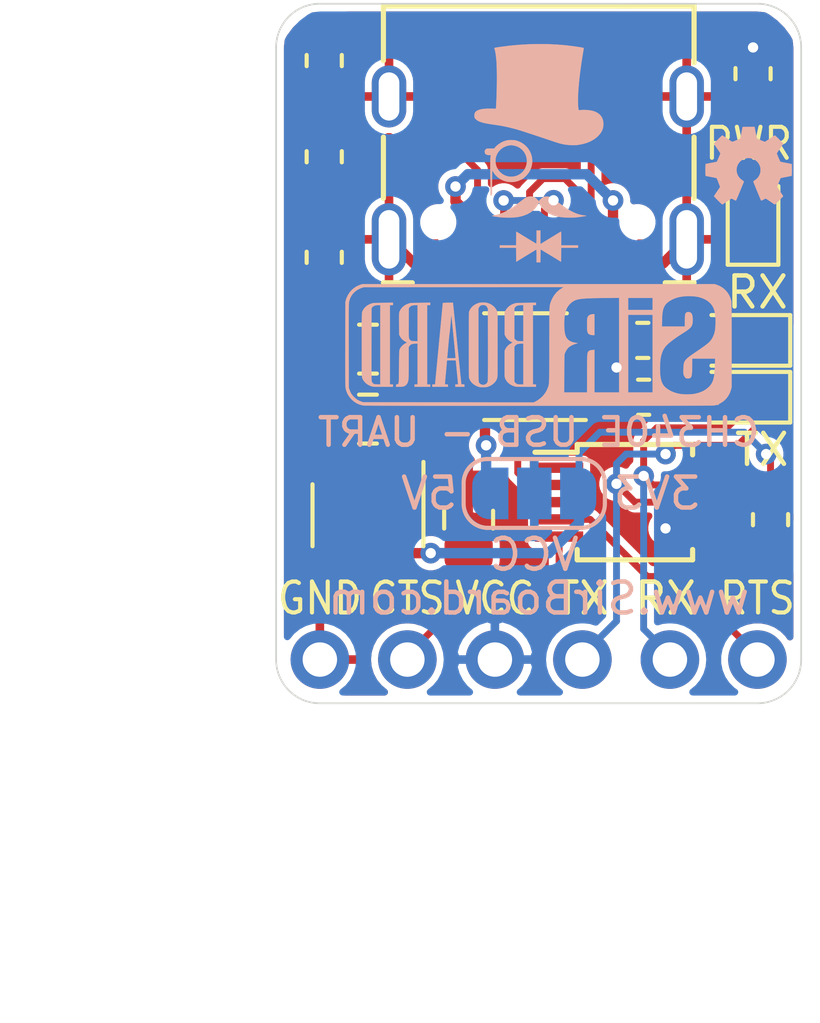
<source format=kicad_pcb>
(kicad_pcb (version 20171130) (host pcbnew "(5.1.2)-2")

  (general
    (thickness 1.6)
    (drawings 23)
    (tracks 160)
    (zones 0)
    (modules 22)
    (nets 21)
  )

  (page User 134.01 119.99)
  (title_block
    (title "CH340E USB to UART Converter")
    (date 2020-04-21)
    (rev 1.2)
    (company SirBoard)
    (comment 1 www.SirBoard.com)
  )

  (layers
    (0 F.Cu signal)
    (31 B.Cu signal)
    (32 B.Adhes user hide)
    (33 F.Adhes user hide)
    (34 B.Paste user hide)
    (35 F.Paste user hide)
    (36 B.SilkS user)
    (37 F.SilkS user)
    (38 B.Mask user hide)
    (39 F.Mask user hide)
    (40 Dwgs.User user)
    (41 Cmts.User user hide)
    (42 Eco1.User user hide)
    (43 Eco2.User user hide)
    (44 Edge.Cuts user)
    (45 Margin user hide)
    (46 B.CrtYd user hide)
    (47 F.CrtYd user hide)
    (48 B.Fab user hide)
    (49 F.Fab user hide)
  )

  (setup
    (last_trace_width 0.127)
    (user_trace_width 0.15)
    (user_trace_width 0.2)
    (user_trace_width 0.3)
    (user_trace_width 0.4)
    (user_trace_width 0.5)
    (user_trace_width 0.6)
    (trace_clearance 0.127)
    (zone_clearance 0.2)
    (zone_45_only no)
    (trace_min 0.127)
    (via_size 0.6)
    (via_drill 0.3)
    (via_min_size 0.4)
    (via_min_drill 0.3)
    (user_via 0.8 0.4)
    (uvia_size 0.3)
    (uvia_drill 0.1)
    (uvias_allowed no)
    (uvia_min_size 0.2)
    (uvia_min_drill 0.1)
    (edge_width 0.05)
    (segment_width 0.2)
    (pcb_text_width 0.3)
    (pcb_text_size 1.5 1.5)
    (mod_edge_width 0.12)
    (mod_text_size 1 1)
    (mod_text_width 0.15)
    (pad_size 1.7 1.7)
    (pad_drill 1)
    (pad_to_mask_clearance 0)
    (pad_to_paste_clearance -0.05)
    (aux_axis_origin 0 0)
    (visible_elements 7FFFFFFF)
    (pcbplotparams
      (layerselection 0x010f0_ffffffff)
      (usegerberextensions false)
      (usegerberattributes false)
      (usegerberadvancedattributes false)
      (creategerberjobfile false)
      (excludeedgelayer true)
      (linewidth 0.100000)
      (plotframeref false)
      (viasonmask false)
      (mode 1)
      (useauxorigin true)
      (hpglpennumber 1)
      (hpglpenspeed 20)
      (hpglpendiameter 15.000000)
      (psnegative false)
      (psa4output false)
      (plotreference true)
      (plotvalue false)
      (plotinvisibletext false)
      (padsonsilk false)
      (subtractmaskfromsilk false)
      (outputformat 1)
      (mirror false)
      (drillshape 0)
      (scaleselection 1)
      (outputdirectory "../../Gerbers/CH340G/"))
  )

  (net 0 "")
  (net 1 "Net-(PWR1-Pad2)")
  (net 2 GND)
  (net 3 VBUS)
  (net 4 CTS)
  (net 5 VCC)
  (net 6 TX)
  (net 7 RX)
  (net 8 3V3)
  (net 9 RTS)
  (net 10 "Net-(P1-PadA5)")
  (net 11 "Net-(U2-Pad4)")
  (net 12 "Net-(P1-PadA8)")
  (net 13 "Net-(R2-Pad2)")
  (net 14 "Net-(R3-Pad2)")
  (net 15 D-)
  (net 16 D+)
  (net 17 "Net-(U1-Pad6)")
  (net 18 "Net-(P1-PadB5)")
  (net 19 "Net-(P1-PadB8)")
  (net 20 "Net-(F1-Pad2)")

  (net_class Default "This is the default net class."
    (clearance 0.127)
    (trace_width 0.127)
    (via_dia 0.6)
    (via_drill 0.3)
    (uvia_dia 0.3)
    (uvia_drill 0.1)
    (add_net 3V3)
    (add_net CTS)
    (add_net D+)
    (add_net D-)
    (add_net GND)
    (add_net "Net-(F1-Pad2)")
    (add_net "Net-(P1-PadA5)")
    (add_net "Net-(P1-PadA8)")
    (add_net "Net-(P1-PadB5)")
    (add_net "Net-(P1-PadB8)")
    (add_net "Net-(PWR1-Pad2)")
    (add_net "Net-(R2-Pad2)")
    (add_net "Net-(R3-Pad2)")
    (add_net "Net-(U1-Pad6)")
    (add_net "Net-(U2-Pad4)")
    (add_net RTS)
    (add_net RX)
    (add_net TX)
    (add_net VBUS)
    (add_net VCC)
  )

  (module logo:OSHW36x26 (layer B.Cu) (tedit 0) (tstamp 5E9F7DF7)
    (at 73.152 33.782 180)
    (fp_text reference G*** (at 0 0) (layer B.SilkS) hide
      (effects (font (size 1.524 1.524) (thickness 0.3)) (justify mirror))
    )
    (fp_text value LOGO (at 0.75 0) (layer B.SilkS) hide
      (effects (font (size 1.524 1.524) (thickness 0.3)) (justify mirror))
    )
    (fp_poly (pts (xy 0.04586 1.121772) (xy 0.08238 1.121576) (xy 0.1117 1.121225) (xy 0.134453 1.120699)
      (xy 0.151273 1.119979) (xy 0.162792 1.119046) (xy 0.169644 1.117879) (xy 0.172403 1.116542)
      (xy 0.174061 1.111324) (xy 0.177035 1.098707) (xy 0.181136 1.079621) (xy 0.186173 1.054999)
      (xy 0.191957 1.025771) (xy 0.198298 0.992871) (xy 0.205007 0.957229) (xy 0.206608 0.948597)
      (xy 0.213411 0.912435) (xy 0.219954 0.878791) (xy 0.226039 0.848597) (xy 0.231468 0.822788)
      (xy 0.236045 0.802297) (xy 0.239571 0.788057) (xy 0.24185 0.781002) (xy 0.242179 0.780491)
      (xy 0.247942 0.777062) (xy 0.260361 0.771132) (xy 0.27818 0.76321) (xy 0.300141 0.753805)
      (xy 0.324987 0.743424) (xy 0.351461 0.732576) (xy 0.378305 0.721769) (xy 0.404263 0.711513)
      (xy 0.428077 0.702316) (xy 0.448489 0.694685) (xy 0.464243 0.68913) (xy 0.474082 0.686159)
      (xy 0.476305 0.6858) (xy 0.483185 0.688319) (xy 0.496795 0.695849) (xy 0.517068 0.708349)
      (xy 0.543939 0.725775) (xy 0.577345 0.748089) (xy 0.617218 0.775247) (xy 0.622586 0.778934)
      (xy 0.65286 0.799618) (xy 0.68115 0.818707) (xy 0.706656 0.835678) (xy 0.728579 0.850011)
      (xy 0.746118 0.861183) (xy 0.758476 0.868673) (xy 0.764852 0.871959) (xy 0.765359 0.872067)
      (xy 0.770054 0.869143) (xy 0.779808 0.860906) (xy 0.793821 0.848155) (xy 0.811294 0.831688)
      (xy 0.831428 0.812306) (xy 0.853424 0.790808) (xy 0.876483 0.767994) (xy 0.899804 0.744662)
      (xy 0.92259 0.721612) (xy 0.944041 0.699644) (xy 0.963358 0.679558) (xy 0.979741 0.662151)
      (xy 0.992392 0.648225) (xy 1.00051 0.638578) (xy 1.0033 0.634054) (xy 1.000971 0.629024)
      (xy 0.99434 0.617861) (xy 0.983938 0.601385) (xy 0.970299 0.580412) (xy 0.953954 0.55576)
      (xy 0.935435 0.528248) (xy 0.915276 0.498693) (xy 0.913941 0.496749) (xy 0.893531 0.466961)
      (xy 0.874537 0.439086) (xy 0.857521 0.413959) (xy 0.843045 0.392417) (xy 0.83167 0.375295)
      (xy 0.823959 0.363431) (xy 0.820472 0.35766) (xy 0.820424 0.357558) (xy 0.819739 0.35363)
      (xy 0.820589 0.347251) (xy 0.823266 0.337615) (xy 0.828064 0.323912) (xy 0.835275 0.305335)
      (xy 0.845193 0.281076) (xy 0.858111 0.250327) (xy 0.866391 0.230848) (xy 0.881787 0.195216)
      (xy 0.895316 0.164894) (xy 0.906718 0.140424) (xy 0.915736 0.122349) (xy 0.922111 0.11121)
      (xy 0.924983 0.107748) (xy 0.930973 0.105745) (xy 0.944314 0.102459) (xy 0.964021 0.098095)
      (xy 0.989109 0.09286) (xy 1.018594 0.086958) (xy 1.051493 0.080595) (xy 1.086819 0.073976)
      (xy 1.087967 0.073764) (xy 1.123188 0.067192) (xy 1.155873 0.060936) (xy 1.185063 0.055191)
      (xy 1.209799 0.050152) (xy 1.229124 0.046015) (xy 1.242078 0.042975) (xy 1.247705 0.041227)
      (xy 1.247775 0.041179) (xy 1.249144 0.036011) (xy 1.250329 0.023522) (xy 1.251327 0.004826)
      (xy 1.252138 -0.018964) (xy 1.25276 -0.046736) (xy 1.253193 -0.077377) (xy 1.253435 -0.109773)
      (xy 1.253485 -0.142812) (xy 1.253343 -0.175381) (xy 1.253006 -0.206366) (xy 1.252474 -0.234655)
      (xy 1.251746 -0.259135) (xy 1.250821 -0.278693) (xy 1.249697 -0.292216) (xy 1.248374 -0.298591)
      (xy 1.248111 -0.298896) (xy 1.242947 -0.300344) (xy 1.230409 -0.303127) (xy 1.211453 -0.307055)
      (xy 1.187032 -0.311937) (xy 1.158101 -0.317583) (xy 1.125615 -0.323802) (xy 1.090528 -0.330402)
      (xy 1.088586 -0.330764) (xy 1.053374 -0.337444) (xy 1.020713 -0.343865) (xy 0.991558 -0.349824)
      (xy 0.966865 -0.355114) (xy 0.947588 -0.359531) (xy 0.934684 -0.36287) (xy 0.929108 -0.364926)
      (xy 0.929037 -0.364993) (xy 0.925755 -0.37077) (xy 0.920069 -0.383127) (xy 0.912431 -0.40091)
      (xy 0.903288 -0.422968) (xy 0.893092 -0.448147) (xy 0.882291 -0.475297) (xy 0.871336 -0.503265)
      (xy 0.860676 -0.530898) (xy 0.85076 -0.557044) (xy 0.842039 -0.580551) (xy 0.834961 -0.600266)
      (xy 0.829977 -0.615038) (xy 0.827537 -0.623714) (xy 0.827413 -0.625414) (xy 0.83029 -0.630226)
      (xy 0.837422 -0.641179) (xy 0.848253 -0.657445) (xy 0.862229 -0.6782) (xy 0.878791 -0.702616)
      (xy 0.897385 -0.729868) (xy 0.916543 -0.757805) (xy 0.936495 -0.787042) (xy 0.95483 -0.814317)
      (xy 0.971006 -0.838794) (xy 0.984482 -0.859635) (xy 0.994717 -0.876004) (xy 1.001168 -0.887063)
      (xy 1.0033 -0.891901) (xy 1.000385 -0.896576) (xy 0.992173 -0.906324) (xy 0.979459 -0.920345)
      (xy 0.963042 -0.937837) (xy 0.943718 -0.958) (xy 0.922285 -0.980032) (xy 0.89954 -1.003133)
      (xy 0.876279 -1.026502) (xy 0.853301 -1.049337) (xy 0.831402 -1.070838) (xy 0.811379 -1.090204)
      (xy 0.794029 -1.106634) (xy 0.78015 -1.119327) (xy 0.770539 -1.127482) (xy 0.766028 -1.1303)
      (xy 0.761218 -1.127978) (xy 0.750273 -1.121371) (xy 0.734017 -1.111018) (xy 0.713272 -1.097456)
      (xy 0.688863 -1.081223) (xy 0.661613 -1.062859) (xy 0.633244 -1.043517) (xy 0.603967 -1.023583)
      (xy 0.576673 -1.005263) (xy 0.552193 -0.989095) (xy 0.531362 -0.975618) (xy 0.515013 -0.965374)
      (xy 0.50398 -0.9589) (xy 0.499155 -0.956733) (xy 0.492902 -0.958668) (xy 0.480777 -0.963988)
      (xy 0.464308 -0.97197) (xy 0.445025 -0.981888) (xy 0.436623 -0.986367) (xy 0.416581 -0.996879)
      (xy 0.398676 -1.00575) (xy 0.38445 -1.012254) (xy 0.375448 -1.015664) (xy 0.373629 -1.016)
      (xy 0.371554 -1.014833) (xy 0.368595 -1.011006) (xy 0.364533 -1.004023) (xy 0.359151 -0.993392)
      (xy 0.352229 -0.978621) (xy 0.343548 -0.959214) (xy 0.332891 -0.93468) (xy 0.320038 -0.904525)
      (xy 0.30477 -0.868256) (xy 0.286869 -0.825379) (xy 0.266117 -0.775401) (xy 0.254349 -0.746983)
      (xy 0.235605 -0.70164) (xy 0.217792 -0.658471) (xy 0.20118 -0.618132) (xy 0.186036 -0.581278)
      (xy 0.172631 -0.548566) (xy 0.161232 -0.520653) (xy 0.152108 -0.498194) (xy 0.145528 -0.481846)
      (xy 0.141761 -0.472265) (xy 0.14096 -0.470029) (xy 0.141915 -0.463444) (xy 0.148978 -0.456047)
      (xy 0.157284 -0.450225) (xy 0.205817 -0.416014) (xy 0.246501 -0.380791) (xy 0.27995 -0.343777)
      (xy 0.306781 -0.304187) (xy 0.327606 -0.261241) (xy 0.343042 -0.214156) (xy 0.343139 -0.213783)
      (xy 0.34838 -0.186351) (xy 0.351512 -0.154197) (xy 0.352446 -0.120525) (xy 0.351093 -0.088538)
      (xy 0.347365 -0.061441) (xy 0.347353 -0.061383) (xy 0.332352 -0.010051) (xy 0.309961 0.037974)
      (xy 0.280848 0.081974) (xy 0.245686 0.121228) (xy 0.205144 0.155018) (xy 0.159893 0.182623)
      (xy 0.110604 0.203324) (xy 0.096583 0.207667) (xy 0.062703 0.214838) (xy 0.024468 0.21874)
      (xy -0.014608 0.219235) (xy -0.051014 0.216184) (xy -0.063719 0.214006) (xy -0.116235 0.199206)
      (xy -0.164974 0.177084) (xy -0.209376 0.148147) (xy -0.248882 0.112903) (xy -0.282931 0.071863)
      (xy -0.310962 0.025533) (xy -0.332414 -0.025576) (xy -0.334438 -0.03175) (xy -0.339337 -0.050177)
      (xy -0.342751 -0.070936) (xy -0.344994 -0.096333) (xy -0.345972 -0.116417) (xy -0.345703 -0.161281)
      (xy -0.340898 -0.201273) (xy -0.33105 -0.238967) (xy -0.315653 -0.276939) (xy -0.313467 -0.281517)
      (xy -0.292423 -0.31961) (xy -0.267846 -0.353481) (xy -0.238415 -0.38458) (xy -0.202812 -0.414359)
      (xy -0.174243 -0.434703) (xy -0.15907 -0.445334) (xy -0.146687 -0.454771) (xy -0.138732 -0.461723)
      (xy -0.136725 -0.464261) (xy -0.13794 -0.469101) (xy -0.142233 -0.481244) (xy -0.149402 -0.50019)
      (xy -0.159243 -0.525438) (xy -0.171553 -0.556487) (xy -0.18613 -0.592834) (xy -0.202769 -0.633981)
      (xy -0.22127 -0.679424) (xy -0.241427 -0.728664) (xy -0.263039 -0.781199) (xy -0.285902 -0.836527)
      (xy -0.309814 -0.894149) (xy -0.334571 -0.953562) (xy -0.34607 -0.981075) (xy -0.354228 -0.999281)
      (xy -0.360652 -1.010392) (xy -0.366001 -1.015434) (xy -0.368432 -1.016) (xy -0.374758 -1.014064)
      (xy -0.386962 -1.008735) (xy -0.403521 -1.000735) (xy -0.42291 -0.990782) (xy -0.431965 -0.98596)
      (xy -0.456576 -0.973179) (xy -0.476121 -0.96402) (xy -0.489884 -0.958797) (xy -0.496815 -0.957731)
      (xy -0.50232 -0.960485) (xy -0.513925 -0.967509) (xy -0.530773 -0.978243) (xy -0.552009 -0.992128)
      (xy -0.576777 -1.008606) (xy -0.604221 -1.027117) (xy -0.630307 -1.044921) (xy -0.659203 -1.064661)
      (xy -0.685986 -1.08279) (xy -0.709837 -1.098764) (xy -0.729935 -1.112042) (xy -0.745461 -1.122082)
      (xy -0.755596 -1.128343) (xy -0.759452 -1.1303) (xy -0.763392 -1.1274) (xy -0.772621 -1.119129)
      (xy -0.786469 -1.106131) (xy -0.804266 -1.089051) (xy -0.825343 -1.068532) (xy -0.849029 -1.045219)
      (xy -0.874656 -1.019757) (xy -0.88162 -1.012797) (xy -0.907527 -0.986762) (xy -0.931455 -0.962495)
      (xy -0.952759 -0.940665) (xy -0.970795 -0.921942) (xy -0.98492 -0.906995) (xy -0.99449 -0.896495)
      (xy -0.998861 -0.891111) (xy -0.999067 -0.890629) (xy -0.99675 -0.886169) (xy -0.990162 -0.875564)
      (xy -0.979843 -0.859634) (xy -0.966336 -0.839199) (xy -0.950181 -0.815078) (xy -0.931922 -0.788093)
      (xy -0.913888 -0.761673) (xy -0.893974 -0.732529) (xy -0.875472 -0.705287) (xy -0.858961 -0.680811)
      (xy -0.845017 -0.659962) (xy -0.834216 -0.643602) (xy -0.827136 -0.632592) (xy -0.824441 -0.628015)
      (xy -0.823694 -0.62414) (xy -0.824346 -0.617927) (xy -0.826671 -0.608572) (xy -0.830942 -0.595267)
      (xy -0.837433 -0.577209) (xy -0.846416 -0.553591) (xy -0.858165 -0.523607) (xy -0.869725 -0.494532)
      (xy -0.882072 -0.463848) (xy -0.893636 -0.435573) (xy -0.903993 -0.410704) (xy -0.912723 -0.390237)
      (xy -0.919403 -0.375169) (xy -0.92361 -0.366495) (xy -0.924641 -0.364882) (xy -0.929909 -0.362868)
      (xy -0.942558 -0.359562) (xy -0.961635 -0.355169) (xy -0.986189 -0.349893) (xy -1.015266 -0.343938)
      (xy -1.047915 -0.337509) (xy -1.083182 -0.330811) (xy -1.084651 -0.330537) (xy -1.11985 -0.323926)
      (xy -1.152492 -0.317692) (xy -1.181623 -0.312025) (xy -1.206291 -0.307115) (xy -1.225543 -0.303151)
      (xy -1.238427 -0.300323) (xy -1.243989 -0.298822) (xy -1.244065 -0.29878) (xy -1.245391 -0.293853)
      (xy -1.246517 -0.281573) (xy -1.247446 -0.263055) (xy -1.248179 -0.239411) (xy -1.248718 -0.211753)
      (xy -1.249064 -0.181195) (xy -1.24922 -0.14885) (xy -1.249187 -0.115829) (xy -1.248967 -0.083246)
      (xy -1.248561 -0.052213) (xy -1.247971 -0.023844) (xy -1.247199 0.00075) (xy -1.246247 0.020454)
      (xy -1.245116 0.034158) (xy -1.243808 0.040747) (xy -1.243542 0.041101) (xy -1.238303 0.042753)
      (xy -1.225681 0.045704) (xy -1.206628 0.049762) (xy -1.182095 0.054733) (xy -1.153033 0.060426)
      (xy -1.120394 0.066649) (xy -1.085129 0.073207) (xy -1.081617 0.073852) (xy -1.035376 0.082454)
      (xy -0.997215 0.089832) (xy -0.966846 0.096049) (xy -0.943979 0.101167) (xy -0.928327 0.105249)
      (xy -0.919601 0.108359) (xy -0.917822 0.109491) (xy -0.913945 0.115499) (xy -0.907522 0.128016)
      (xy -0.899062 0.145848) (xy -0.889072 0.1678) (xy -0.878061 0.192677) (xy -0.866536 0.219285)
      (xy -0.855005 0.24643) (xy -0.843977 0.272917) (xy -0.833958 0.297551) (xy -0.825457 0.319139)
      (xy -0.818982 0.336484) (xy -0.81504 0.348393) (xy -0.81408 0.353484) (xy -0.816788 0.358794)
      (xy -0.823786 0.370231) (xy -0.834533 0.386971) (xy -0.848486 0.408189) (xy -0.865102 0.43306)
      (xy -0.883839 0.460761) (xy -0.904154 0.490467) (xy -0.905902 0.493007) (xy -0.926332 0.522823)
      (xy -0.94525 0.550675) (xy -0.962111 0.575745) (xy -0.976371 0.59721) (xy -0.987485 0.61425)
      (xy -0.994907 0.626045) (xy -0.998093 0.631774) (xy -0.998151 0.631954) (xy -0.997149 0.635658)
      (xy -0.992656 0.642376) (xy -0.984276 0.65254) (xy -0.971612 0.666581) (xy -0.954268 0.684932)
      (xy -0.931848 0.708024) (xy -0.903956 0.73629) (xy -0.884385 0.755956) (xy -0.855876 0.784335)
      (xy -0.830068 0.809631) (xy -0.807503 0.831335) (xy -0.788725 0.848935) (xy -0.774276 0.861923)
      (xy -0.764701 0.869788) (xy -0.760744 0.872067) (xy -0.755615 0.869737) (xy -0.744337 0.863097)
      (xy -0.727712 0.852666) (xy -0.706545 0.838966) (xy -0.681637 0.822517) (xy -0.653792 0.803842)
      (xy -0.623813 0.78346) (xy -0.617208 0.778934) (xy -0.578913 0.752845) (xy -0.545914 0.730761)
      (xy -0.5185 0.712863) (xy -0.496958 0.699337) (xy -0.481576 0.690364) (xy -0.472643 0.68613)
      (xy -0.471048 0.6858) (xy -0.463832 0.687407) (xy -0.450238 0.691885) (xy -0.431517 0.698718)
      (xy -0.408919 0.70739) (xy -0.383692 0.717386) (xy -0.357087 0.72819) (xy -0.330353 0.739288)
      (xy -0.304741 0.750162) (xy -0.281499 0.760298) (xy -0.261878 0.76918) (xy -0.247127 0.776292)
      (xy -0.238495 0.78112) (xy -0.236974 0.782368) (xy -0.234475 0.788676) (xy -0.230727 0.802774)
      (xy -0.22585 0.824096) (xy -0.219966 0.852077) (xy -0.213195 0.88615) (xy -0.20566 0.925751)
      (xy -0.20182 0.946485) (xy -0.195216 0.982124) (xy -0.188941 1.015415) (xy -0.183186 1.045372)
      (xy -0.178147 1.071009) (xy -0.174017 1.091339) (xy -0.17099 1.105377) (xy -0.169261 1.112137)
      (xy -0.169195 1.112308) (xy -0.165282 1.121833) (xy 0.001507 1.121833) (xy 0.04586 1.121772)) (layer B.SilkS) (width 0.01))
  )

  (module logo:logo63x89 (layer B.Cu) (tedit 0) (tstamp 5D267DF9)
    (at 67.056 33.4264 180)
    (fp_text reference G*** (at 0 0) (layer B.SilkS) hide
      (effects (font (size 1.524 1.524) (thickness 0.3)) (justify mirror))
    )
    (fp_text value LOGO (at 0.75 0) (layer B.SilkS) hide
      (effects (font (size 1.524 1.524) (thickness 0.3)) (justify mirror))
    )
    (fp_poly (pts (xy 0.294608 3.163061) (xy 0.571806 3.147075) (xy 0.845525 3.12179) (xy 1.112846 3.087234)
      (xy 1.1557 3.080712) (xy 1.205559 3.073027) (xy 1.240937 3.067267) (xy 1.26402 3.062384)
      (xy 1.276999 3.057331) (xy 1.28206 3.05106) (xy 1.281394 3.042525) (xy 1.277187 3.030677)
      (xy 1.274652 3.023788) (xy 1.26104 2.975414) (xy 1.248531 2.91085) (xy 1.237236 2.830812)
      (xy 1.227262 2.736013) (xy 1.223018 2.686005) (xy 1.218452 2.613652) (xy 1.214914 2.526733)
      (xy 1.212387 2.427586) (xy 1.210853 2.318547) (xy 1.210297 2.201952) (xy 1.210701 2.080137)
      (xy 1.212048 1.955439) (xy 1.214321 1.830193) (xy 1.217504 1.706737) (xy 1.221579 1.587406)
      (xy 1.226531 1.474536) (xy 1.232341 1.370465) (xy 1.232537 1.367366) (xy 1.237378 1.291166)
      (xy 1.389606 1.293975) (xy 1.494696 1.293609) (xy 1.584608 1.288254) (xy 1.660385 1.277783)
      (xy 1.723067 1.262072) (xy 1.755989 1.249565) (xy 1.802744 1.224372) (xy 1.834625 1.195291)
      (xy 1.853673 1.159268) (xy 1.861927 1.113251) (xy 1.862666 1.089911) (xy 1.86176 1.058721)
      (xy 1.857543 1.037582) (xy 1.847767 1.019644) (xy 1.833954 1.002437) (xy 1.805293 0.974383)
      (xy 1.769206 0.949262) (xy 1.724366 0.926655) (xy 1.669445 0.906139) (xy 1.603117 0.887293)
      (xy 1.524056 0.869697) (xy 1.430934 0.852929) (xy 1.322424 0.836569) (xy 1.302958 0.83388)
      (xy 1.134803 0.808425) (xy 0.976069 0.778909) (xy 0.819435 0.7438) (xy 0.657581 0.701565)
      (xy 0.618066 0.690459) (xy 0.589196 0.681835) (xy 0.546072 0.668389) (xy 0.49049 0.650709)
      (xy 0.42424 0.629383) (xy 0.349117 0.604999) (xy 0.266914 0.578144) (xy 0.179423 0.549409)
      (xy 0.088438 0.519379) (xy -0.004248 0.488643) (xy -0.096842 0.45779) (xy -0.187552 0.427408)
      (xy -0.274583 0.398084) (xy -0.311148 0.385703) (xy -0.396359 0.356954) (xy -0.467901 0.333229)
      (xy -0.528062 0.313876) (xy -0.579127 0.298245) (xy -0.623382 0.285683) (xy -0.663113 0.275541)
      (xy -0.700606 0.267166) (xy -0.738148 0.259907) (xy -0.7747 0.253655) (xy -0.826831 0.246959)
      (xy -0.887987 0.241974) (xy -0.953191 0.238851) (xy -1.017467 0.237737) (xy -1.075838 0.238783)
      (xy -1.123326 0.242138) (xy -1.130301 0.242994) (xy -1.268862 0.267698) (xy -1.394466 0.303136)
      (xy -1.507331 0.349409) (xy -1.607673 0.406613) (xy -1.695713 0.474848) (xy -1.739521 0.5177)
      (xy -1.796628 0.586461) (xy -1.837976 0.655473) (xy -1.864599 0.727169) (xy -1.87753 0.803983)
      (xy -1.879187 0.846667) (xy -1.872156 0.931089) (xy -1.851093 1.006044) (xy -1.816039 1.071479)
      (xy -1.767038 1.12734) (xy -1.704132 1.173574) (xy -1.627363 1.210127) (xy -1.57474 1.22737)
      (xy -1.515249 1.240471) (xy -1.444985 1.250129) (xy -1.36985 1.255855) (xy -1.295745 1.257161)
      (xy -1.24315 1.25485) (xy -1.161266 1.248521) (xy -1.156405 1.272826) (xy -1.146634 1.339587)
      (xy -1.140746 1.421782) (xy -1.13866 1.518384) (xy -1.140292 1.628364) (xy -1.145562 1.750694)
      (xy -1.154386 1.884346) (xy -1.166683 2.028293) (xy -1.18237 2.181505) (xy -1.201366 2.342956)
      (xy -1.223587 2.511616) (xy -1.248953 2.686459) (xy -1.27738 2.866455) (xy -1.289639 2.939955)
      (xy -1.297329 2.98647) (xy -1.302067 3.018943) (xy -1.303992 3.039982) (xy -1.303242 3.052193)
      (xy -1.299955 3.058185) (xy -1.296017 3.060135) (xy -1.279578 3.063759) (xy -1.249509 3.069312)
      (xy -1.208934 3.076274) (xy -1.160979 3.084127) (xy -1.108768 3.092349) (xy -1.055427 3.100421)
      (xy -1.0414 3.102484) (xy -0.790594 3.13343) (xy -0.52867 3.154932) (xy -0.258549 3.167018)
      (xy 0.01685 3.169718) (xy 0.294608 3.163061)) (layer B.SilkS) (width 0.01))
    (fp_poly (pts (xy 0.848142 0.381208) (xy 0.909974 0.374338) (xy 0.934034 0.369465) (xy 1.017983 0.342044)
      (xy 1.100067 0.301697) (xy 1.175818 0.2511) (xy 1.240767 0.192927) (xy 1.254901 0.177389)
      (xy 1.291166 0.135658) (xy 1.398983 0.135562) (xy 1.443468 0.135405) (xy 1.474472 0.134605)
      (xy 1.495444 0.13253) (xy 1.509835 0.128549) (xy 1.521097 0.12203) (xy 1.53268 0.11234)
      (xy 1.534449 0.110761) (xy 1.551614 0.093071) (xy 1.559753 0.075496) (xy 1.562058 0.050321)
      (xy 1.5621 0.043917) (xy 1.556852 0.006725) (xy 1.540371 -0.020557) (xy 1.511555 -0.038696)
      (xy 1.469297 -0.048458) (xy 1.425756 -0.050753) (xy 1.382547 -0.0508) (xy 1.392651 -0.091017)
      (xy 1.394827 -0.104575) (xy 1.396619 -0.127004) (xy 1.398036 -0.159252) (xy 1.399089 -0.202264)
      (xy 1.399787 -0.256988) (xy 1.400142 -0.32437) (xy 1.400161 -0.405357) (xy 1.399856 -0.500895)
      (xy 1.399237 -0.611932) (xy 1.3988 -0.675217) (xy 1.394844 -1.2192) (xy 1.354846 -1.2192)
      (xy 1.352639 -0.853017) (xy 1.350433 -0.486834) (xy 1.323709 -0.5334) (xy 1.268153 -0.614049)
      (xy 1.201861 -0.682866) (xy 1.126597 -0.739441) (xy 1.044125 -0.783366) (xy 0.95621 -0.814232)
      (xy 0.864614 -0.83163) (xy 0.771102 -0.835151) (xy 0.677439 -0.824386) (xy 0.585387 -0.798926)
      (xy 0.496711 -0.758362) (xy 0.457199 -0.734293) (xy 0.43476 -0.717239) (xy 0.405345 -0.691851)
      (xy 0.373526 -0.662177) (xy 0.354966 -0.643778) (xy 0.291916 -0.567767) (xy 0.243074 -0.483091)
      (xy 0.208964 -0.391057) (xy 0.190109 -0.292972) (xy 0.187074 -0.237045) (xy 0.338515 -0.237045)
      (xy 0.346999 -0.315719) (xy 0.369533 -0.393307) (xy 0.406698 -0.468082) (xy 0.453178 -0.5316)
      (xy 0.511858 -0.587115) (xy 0.580826 -0.630974) (xy 0.657284 -0.662271) (xy 0.738436 -0.680101)
      (xy 0.821485 -0.683557) (xy 0.893233 -0.674139) (xy 0.97638 -0.647672) (xy 1.051504 -0.606843)
      (xy 1.11731 -0.552828) (xy 1.172506 -0.486803) (xy 1.215799 -0.409943) (xy 1.233701 -0.364556)
      (xy 1.246135 -0.312566) (xy 1.252482 -0.251653) (xy 1.252591 -0.188644) (xy 1.246309 -0.130367)
      (xy 1.239559 -0.10102) (xy 1.207396 -0.020588) (xy 1.161425 0.051645) (xy 1.103414 0.114052)
      (xy 1.03513 0.165002) (xy 0.95834 0.202868) (xy 0.88724 0.223645) (xy 0.841123 0.232166)
      (xy 0.80434 0.235913) (xy 0.769985 0.234914) (xy 0.731153 0.229197) (xy 0.706966 0.224384)
      (xy 0.623897 0.199141) (xy 0.550244 0.16118) (xy 0.486587 0.112225) (xy 0.433505 0.054004)
      (xy 0.391578 -0.01176) (xy 0.361384 -0.08334) (xy 0.343504 -0.15901) (xy 0.338515 -0.237045)
      (xy 0.187074 -0.237045) (xy 0.186266 -0.222173) (xy 0.194445 -0.125221) (xy 0.218159 -0.032159)
      (xy 0.256171 0.055462) (xy 0.307244 0.136093) (xy 0.370142 0.208183) (xy 0.44363 0.270183)
      (xy 0.526469 0.320543) (xy 0.617425 0.357713) (xy 0.657911 0.369058) (xy 0.714914 0.378558)
      (xy 0.780723 0.382611) (xy 0.848142 0.381208)) (layer B.SilkS) (width 0.01))
    (fp_poly (pts (xy 0.277666 -1.259842) (xy 0.315987 -1.270149) (xy 0.340339 -1.278993) (xy 0.366514 -1.291478)
      (xy 0.396307 -1.308801) (xy 0.431509 -1.332163) (xy 0.473914 -1.362763) (xy 0.525314 -1.4018)
      (xy 0.587504 -1.450473) (xy 0.598126 -1.45888) (xy 0.728848 -1.556458) (xy 0.85485 -1.638332)
      (xy 0.975991 -1.70443) (xy 1.092127 -1.754679) (xy 1.203115 -1.789008) (xy 1.286187 -1.804708)
      (xy 1.317528 -1.809142) (xy 1.337997 -1.813029) (xy 1.346722 -1.816769) (xy 1.342832 -1.820765)
      (xy 1.325456 -1.825418) (xy 1.293721 -1.831128) (xy 1.246758 -1.838297) (xy 1.198033 -1.845295)
      (xy 1.074247 -1.859396) (xy 0.950036 -1.866991) (xy 0.828936 -1.868099) (xy 0.714487 -1.862739)
      (xy 0.610228 -1.850933) (xy 0.55862 -1.841721) (xy 0.440667 -1.81091) (xy 0.334383 -1.769725)
      (xy 0.240354 -1.718557) (xy 0.159163 -1.657792) (xy 0.091397 -1.587822) (xy 0.03764 -1.509035)
      (xy 0.026212 -1.487518) (xy -0.005006 -1.425377) (xy -0.028011 -1.472572) (xy -0.078998 -1.55819)
      (xy -0.143494 -1.633714) (xy -0.221328 -1.699032) (xy -0.31233 -1.754033) (xy -0.416331 -1.798603)
      (xy -0.533158 -1.832632) (xy -0.593607 -1.845163) (xy -0.654366 -1.853927) (xy -0.72725 -1.860692)
      (xy -0.807546 -1.865283) (xy -0.890545 -1.867526) (xy -0.971536 -1.867244) (xy -1.045807 -1.864264)
      (xy -1.066801 -1.862759) (xy -1.098101 -1.859681) (xy -1.137644 -1.854979) (xy -1.18225 -1.849124)
      (xy -1.228744 -1.842589) (xy -1.273947 -1.835846) (xy -1.314683 -1.829367) (xy -1.347774 -1.823625)
      (xy -1.370043 -1.819093) (xy -1.37817 -1.816474) (xy -1.371708 -1.814576) (xy -1.35252 -1.811726)
      (xy -1.324741 -1.808537) (xy -1.324373 -1.808499) (xy -1.231302 -1.79363) (xy -1.136422 -1.767618)
      (xy -1.03867 -1.729922) (xy -0.936985 -1.68) (xy -0.830304 -1.617311) (xy -0.717565 -1.541314)
      (xy -0.597705 -1.451466) (xy -0.550334 -1.413791) (xy -0.495945 -1.370673) (xy -0.451376 -1.337332)
      (xy -0.413971 -1.312099) (xy -0.381075 -1.293304) (xy -0.350029 -1.279275) (xy -0.319827 -1.26884)
      (xy -0.253545 -1.256661) (xy -0.190402 -1.261014) (xy -0.131226 -1.281656) (xy -0.076844 -1.318343)
      (xy -0.045611 -1.349367) (xy -0.006623 -1.393588) (xy 0.045372 -1.341637) (xy 0.083566 -1.30709)
      (xy 0.118925 -1.283687) (xy 0.146367 -1.271376) (xy 0.191459 -1.257917) (xy 0.233095 -1.254088)
      (xy 0.277666 -1.259842)) (layer B.SilkS) (width 0.01))
    (fp_poly (pts (xy 0.059266 -2.439106) (xy 0.059544 -2.494396) (xy 0.060322 -2.543378) (xy 0.06152 -2.583738)
      (xy 0.063058 -2.613161) (xy 0.064853 -2.629334) (xy 0.066003 -2.631722) (xy 0.074999 -2.626632)
      (xy 0.096134 -2.614093) (xy 0.1271 -2.595493) (xy 0.165591 -2.572217) (xy 0.2093 -2.545652)
      (xy 0.216287 -2.541394) (xy 0.274245 -2.506062) (xy 0.340354 -2.46576) (xy 0.408304 -2.424335)
      (xy 0.471786 -2.385633) (xy 0.503766 -2.366135) (xy 0.647699 -2.278382) (xy 0.649969 -2.476925)
      (xy 0.652239 -2.675467) (xy 1.126066 -2.675467) (xy 1.126066 -2.7432) (xy 0.652234 -2.7432)
      (xy 0.649967 -2.945489) (xy 0.647699 -3.147778) (xy 0.50722 -3.061906) (xy 0.45154 -3.027867)
      (xy 0.38731 -2.988597) (xy 0.320426 -2.9477) (xy 0.256782 -2.908781) (xy 0.217925 -2.885017)
      (xy 0.172985 -2.857671) (xy 0.133011 -2.833613) (xy 0.100222 -2.814155) (xy 0.076835 -2.800612)
      (xy 0.065069 -2.794296) (xy 0.064188 -2.794) (xy 0.062758 -2.802064) (xy 0.061492 -2.824644)
      (xy 0.060452 -2.859324) (xy 0.059704 -2.903687) (xy 0.05931 -2.955317) (xy 0.059266 -2.980267)
      (xy 0.059266 -3.166533) (xy -0.050483 -3.166533) (xy -0.052758 -2.976146) (xy -0.055034 -2.785759)
      (xy -0.14069 -2.839341) (xy -0.175231 -2.860812) (xy -0.205207 -2.879194) (xy -0.227316 -2.892477)
      (xy -0.238056 -2.89856) (xy -0.248122 -2.904332) (xy -0.270621 -2.91778) (xy -0.303571 -2.9377)
      (xy -0.344987 -2.962888) (xy -0.392885 -2.992139) (xy -0.445281 -3.024251) (xy -0.448734 -3.026371)
      (xy -0.6477 -3.148546) (xy -0.649968 -2.945873) (xy -0.652235 -2.7432) (xy -1.143001 -2.7432)
      (xy -1.143001 -2.675467) (xy -0.651934 -2.675467) (xy -0.651934 -2.4765) (xy -0.651794 -2.420486)
      (xy -0.651402 -2.370572) (xy -0.650798 -2.329099) (xy -0.650023 -2.298402) (xy -0.649116 -2.280822)
      (xy -0.648493 -2.277533) (xy -0.640429 -2.28172) (xy -0.620666 -2.293209) (xy -0.591907 -2.310399)
      (xy -0.556855 -2.331683) (xy -0.544777 -2.339082) (xy -0.500282 -2.366345) (xy -0.447084 -2.398868)
      (xy -0.390955 -2.433126) (xy -0.33767 -2.465592) (xy -0.321734 -2.475287) (xy -0.273836 -2.504453)
      (xy -0.224247 -2.534712) (xy -0.17765 -2.563203) (xy -0.138726 -2.587066) (xy -0.124884 -2.59558)
      (xy -0.0508 -2.641214) (xy -0.0508 -2.243667) (xy 0.059266 -2.243667) (xy 0.059266 -2.439106)) (layer B.SilkS) (width 0.01))
  )

  (module logo:SirBoard112x35 (layer B.Cu) (tedit 0) (tstamp 5D267E3D)
    (at 67.056 38.989 180)
    (fp_text reference G*** (at 0 0 180) (layer B.SilkS) hide
      (effects (font (size 1.524 1.524) (thickness 0.3)) (justify mirror))
    )
    (fp_text value LOGO (at 0.75 0 180) (layer B.SilkS) hide
      (effects (font (size 1.524 1.524) (thickness 0.3)) (justify mirror))
    )
    (fp_poly (pts (xy -1.525562 0.880297) (xy -1.481591 0.865137) (xy -1.447984 0.839985) (xy -1.424896 0.804933)
      (xy -1.418358 0.787232) (xy -1.414957 0.768138) (xy -1.412171 0.737274) (xy -1.410021 0.697373)
      (xy -1.40853 0.651164) (xy -1.407719 0.601382) (xy -1.40761 0.550757) (xy -1.408223 0.502022)
      (xy -1.409582 0.457909) (xy -1.411708 0.421149) (xy -1.414622 0.394475) (xy -1.415212 0.391062)
      (xy -1.426948 0.351789) (xy -1.446379 0.322478) (xy -1.474912 0.302106) (xy -1.513953 0.28965)
      (xy -1.5621 0.284216) (xy -1.618343 0.281492) (xy -1.618343 0.885371) (xy -1.579746 0.885371)
      (xy -1.525562 0.880297)) (layer B.SilkS) (width 0.01))
    (fp_poly (pts (xy 4.512129 1.217193) (xy 4.587168 1.216128) (xy 4.649164 1.215004) (xy 4.699587 1.213752)
      (xy 4.739908 1.2123) (xy 4.771597 1.21058) (xy 4.796124 1.20852) (xy 4.81496 1.20605)
      (xy 4.829577 1.2031) (xy 4.834539 1.201779) (xy 4.907443 1.174745) (xy 4.972611 1.138092)
      (xy 5.028665 1.093018) (xy 5.074225 1.040722) (xy 5.107913 0.982402) (xy 5.118723 0.954836)
      (xy 5.120497 0.948681) (xy 5.122089 0.94077) (xy 5.123511 0.930338) (xy 5.12477 0.916621)
      (xy 5.125877 0.898853) (xy 5.126842 0.876272) (xy 5.127673 0.848113) (xy 5.128381 0.813611)
      (xy 5.128976 0.772002) (xy 5.129467 0.722523) (xy 5.129863 0.664408) (xy 5.130174 0.596893)
      (xy 5.13041 0.519215) (xy 5.13058 0.430608) (xy 5.130695 0.33031) (xy 5.130763 0.217554)
      (xy 5.130795 0.091578) (xy 5.1308 -0.003785) (xy 5.130794 -0.138578) (xy 5.13077 -0.259633)
      (xy 5.130716 -0.367727) (xy 5.130621 -0.463635) (xy 5.130473 -0.548136) (xy 5.130261 -0.622005)
      (xy 5.129973 -0.686019) (xy 5.129599 -0.740955) (xy 5.129127 -0.787588) (xy 5.128546 -0.826696)
      (xy 5.127844 -0.859055) (xy 5.12701 -0.885442) (xy 5.126032 -0.906632) (xy 5.1249 -0.923404)
      (xy 5.123601 -0.936532) (xy 5.122125 -0.946794) (xy 5.120461 -0.954966) (xy 5.118596 -0.961825)
      (xy 5.116719 -0.96757) (xy 5.089587 -1.024997) (xy 5.050105 -1.078057) (xy 5.000177 -1.125126)
      (xy 4.941705 -1.164583) (xy 4.876593 -1.194805) (xy 4.834912 -1.207886) (xy 4.820998 -1.210891)
      (xy 4.803749 -1.213336) (xy 4.781662 -1.215274) (xy 4.753237 -1.216756) (xy 4.716973 -1.217836)
      (xy 4.671368 -1.218565) (xy 4.614922 -1.218997) (xy 4.546133 -1.219183) (xy 4.511081 -1.2192)
      (xy 4.230914 -1.2192) (xy 4.230914 -1.15507) (xy 4.593771 -1.15507) (xy 4.683838 -1.152664)
      (xy 4.72157 -1.151516) (xy 4.747917 -1.150017) (xy 4.766008 -1.147515) (xy 4.778967 -1.14336)
      (xy 4.789924 -1.136903) (xy 4.801003 -1.128304) (xy 4.820959 -1.108979) (xy 4.837889 -1.087374)
      (xy 4.841631 -1.081133) (xy 4.843481 -1.077291) (xy 4.845152 -1.072531) (xy 4.846651 -1.066144)
      (xy 4.847987 -1.05742) (xy 4.849167 -1.045649) (xy 4.850199 -1.030122) (xy 4.85109 -1.01013)
      (xy 4.851847 -0.984962) (xy 4.852479 -0.953911) (xy 4.852993 -0.916265) (xy 4.853397 -0.871316)
      (xy 4.853698 -0.818354) (xy 4.853904 -0.75667) (xy 4.854023 -0.685554) (xy 4.854062 -0.604296)
      (xy 4.854028 -0.512188) (xy 4.85393 -0.408519) (xy 4.853775 -0.292581) (xy 4.853571 -0.163664)
      (xy 4.853325 -0.021058) (xy 4.853281 0.003628) (xy 4.8514 1.063171) (xy 4.83086 1.09002)
      (xy 4.807114 1.114832) (xy 4.778037 1.132601) (xy 4.741103 1.144299) (xy 4.693784 1.1509)
      (xy 4.668735 1.152454) (xy 4.593771 1.155788) (xy 4.593771 -1.15507) (xy 4.230914 -1.15507)
      (xy 4.230914 -1.153886) (xy 4.318 -1.153886) (xy 4.318 1.153885) (xy 4.230914 1.153885)
      (xy 4.230914 1.220826) (xy 4.512129 1.217193)) (layer B.SilkS) (width 0.01))
    (fp_poly (pts (xy 3.430814 1.217193) (xy 3.505854 1.216128) (xy 3.56785 1.215004) (xy 3.618273 1.213752)
      (xy 3.658594 1.2123) (xy 3.690282 1.21058) (xy 3.71481 1.20852) (xy 3.733646 1.20605)
      (xy 3.748263 1.2031) (xy 3.753225 1.201779) (xy 3.826235 1.174716) (xy 3.891421 1.138058)
      (xy 3.947434 1.092982) (xy 3.992924 1.040666) (xy 4.026542 0.98229) (xy 4.037836 0.953162)
      (xy 4.040869 0.94273) (xy 4.043342 0.930607) (xy 4.045298 0.915361) (xy 4.046777 0.89556)
      (xy 4.047823 0.869772) (xy 4.048476 0.836565) (xy 4.048779 0.794506) (xy 4.048774 0.742164)
      (xy 4.048503 0.678106) (xy 4.048035 0.604819) (xy 4.045857 0.293914) (xy 4.022319 0.245805)
      (xy 3.993743 0.200382) (xy 3.954739 0.156779) (xy 3.909252 0.11882) (xy 3.862369 0.090864)
      (xy 3.839869 0.079511) (xy 3.823704 0.070078) (xy 3.817265 0.064553) (xy 3.817257 0.064458)
      (xy 3.823334 0.058891) (xy 3.838048 0.052233) (xy 3.838943 0.051917) (xy 3.874004 0.035129)
      (xy 3.912415 0.009319) (xy 3.949979 -0.022138) (xy 3.982501 -0.055863) (xy 3.998135 -0.0762)
      (xy 4.007455 -0.089691) (xy 4.015474 -0.101647) (xy 4.022299 -0.113219) (xy 4.028035 -0.125559)
      (xy 4.032789 -0.139817) (xy 4.036665 -0.157145) (xy 4.03977 -0.178693) (xy 4.042209 -0.205615)
      (xy 4.044088 -0.239059) (xy 4.045514 -0.280179) (xy 4.046591 -0.330124) (xy 4.047426 -0.390047)
      (xy 4.048124 -0.461098) (xy 4.048792 -0.544429) (xy 4.049486 -0.635) (xy 4.050242 -0.730678)
      (xy 4.050954 -0.812918) (xy 4.051699 -0.882797) (xy 4.052551 -0.94139) (xy 4.053585 -0.989774)
      (xy 4.054877 -1.029023) (xy 4.056502 -1.060216) (xy 4.058536 -1.084427) (xy 4.061053 -1.102733)
      (xy 4.06413 -1.11621) (xy 4.06784 -1.125934) (xy 4.072261 -1.13298) (xy 4.077466 -1.138426)
      (xy 4.083531 -1.143346) (xy 4.085142 -1.144584) (xy 4.101021 -1.151411) (xy 4.116614 -1.153655)
      (xy 4.128813 -1.1549) (xy 4.134651 -1.160871) (xy 4.136455 -1.17548) (xy 4.136571 -1.187224)
      (xy 4.136571 -1.220561) (xy 4.033157 -1.217579) (xy 3.989456 -1.215991) (xy 3.957234 -1.213861)
      (xy 3.933455 -1.21078) (xy 3.915084 -1.206339) (xy 3.899085 -1.200126) (xy 3.897086 -1.199197)
      (xy 3.855555 -1.173032) (xy 3.823431 -1.137693) (xy 3.800158 -1.092246) (xy 3.785182 -1.035754)
      (xy 3.780621 -1.002985) (xy 3.779409 -0.98421) (xy 3.778264 -0.952428) (xy 3.777207 -0.909147)
      (xy 3.776257 -0.855875) (xy 3.775435 -0.794121) (xy 3.774762 -0.725391) (xy 3.774259 -0.651194)
      (xy 3.773945 -0.573037) (xy 3.773843 -0.503978) (xy 3.773714 -0.068156) (xy 3.752766 -0.035124)
      (xy 3.731914 -0.008638) (xy 3.706346 0.0106) (xy 3.673594 0.023635) (xy 3.631192 0.031511)
      (xy 3.587421 0.034854) (xy 3.512457 0.038188) (xy 3.512457 -1.153886) (xy 3.599543 -1.153886)
      (xy 3.599543 -1.2192) (xy 3.1496 -1.2192) (xy 3.1496 -1.153886) (xy 3.236686 -1.153886)
      (xy 3.236686 0.100416) (xy 3.512457 0.100416) (xy 3.602524 0.102822) (xy 3.640256 0.10397)
      (xy 3.666603 0.105469) (xy 3.684693 0.107971) (xy 3.697653 0.112126) (xy 3.708609 0.118583)
      (xy 3.719689 0.127182) (xy 3.730675 0.135901) (xy 3.740076 0.143671) (xy 3.748009 0.15163)
      (xy 3.754592 0.160921) (xy 3.759945 0.172684) (xy 3.764185 0.18806) (xy 3.767431 0.20819)
      (xy 3.769802 0.234214) (xy 3.771415 0.267274) (xy 3.772389 0.30851) (xy 3.772843 0.359063)
      (xy 3.772895 0.420075) (xy 3.772664 0.492685) (xy 3.772267 0.578034) (xy 3.772019 0.631371)
      (xy 3.770086 1.063171) (xy 3.749546 1.09002) (xy 3.725799 1.114832) (xy 3.696723 1.132601)
      (xy 3.659789 1.144299) (xy 3.61247 1.1509) (xy 3.587421 1.152454) (xy 3.512457 1.155788)
      (xy 3.512457 0.100416) (xy 3.236686 0.100416) (xy 3.236686 1.153885) (xy 3.1496 1.153885)
      (xy 3.1496 1.220826) (xy 3.430814 1.217193)) (layer B.SilkS) (width 0.01))
    (fp_poly (pts (xy 2.577941 1.21992) (xy 2.616453 1.219519) (xy 2.656135 1.218798) (xy 2.694339 1.217805)
      (xy 2.728419 1.216587) (xy 2.755728 1.215192) (xy 2.773619 1.213666) (xy 2.779486 1.21218)
      (xy 2.780161 1.203823) (xy 2.782126 1.181953) (xy 2.785294 1.147507) (xy 2.789574 1.10142)
      (xy 2.794879 1.044627) (xy 2.801119 0.978066) (xy 2.808206 0.902672) (xy 2.81605 0.81938)
      (xy 2.824563 0.729128) (xy 2.833655 0.63285) (xy 2.843239 0.531482) (xy 2.853226 0.425961)
      (xy 2.863525 0.317222) (xy 2.874049 0.206202) (xy 2.884709 0.093835) (xy 2.895416 -0.018941)
      (xy 2.906081 -0.131191) (xy 2.916615 -0.241979) (xy 2.926929 -0.35037) (xy 2.936935 -0.455426)
      (xy 2.946543 -0.556213) (xy 2.955665 -0.651794) (xy 2.964212 -0.741234) (xy 2.972095 -0.823597)
      (xy 2.979226 -0.897946) (xy 2.985515 -0.963346) (xy 2.990873 -1.01886) (xy 2.995212 -1.063554)
      (xy 2.998444 -1.096491) (xy 3.000478 -1.116734) (xy 3.001167 -1.123043) (xy 3.005346 -1.153886)
      (xy 3.084286 -1.153886) (xy 3.084286 -1.2192) (xy 2.634343 -1.2192) (xy 2.634343 -1.153886)
      (xy 2.677886 -1.153886) (xy 2.701989 -1.153585) (xy 2.714998 -1.151575) (xy 2.720336 -1.146199)
      (xy 2.721421 -1.135799) (xy 2.721429 -1.132777) (xy 2.72078 -1.121257) (xy 2.718924 -1.096878)
      (xy 2.715999 -1.061233) (xy 2.712141 -1.015916) (xy 2.707487 -0.962518) (xy 2.702174 -0.902634)
      (xy 2.696338 -0.837857) (xy 2.6924 -0.794657) (xy 2.686317 -0.727916) (xy 2.680666 -0.665328)
      (xy 2.675584 -0.608438) (xy 2.671206 -0.558796) (xy 2.667668 -0.517946) (xy 2.665106 -0.487438)
      (xy 2.663654 -0.468816) (xy 2.663371 -0.463795) (xy 2.662614 -0.458866) (xy 2.659031 -0.455267)
      (xy 2.650658 -0.452792) (xy 2.635529 -0.451229) (xy 2.61168 -0.450373) (xy 2.577145 -0.450014)
      (xy 2.532743 -0.449943) (xy 2.491014 -0.45018) (xy 2.4548 -0.450836) (xy 2.426392 -0.451835)
      (xy 2.408078 -0.453096) (xy 2.402114 -0.454435) (xy 2.40142 -0.46236) (xy 2.399434 -0.48327)
      (xy 2.396297 -0.515709) (xy 2.392152 -0.558221) (xy 2.387142 -0.609347) (xy 2.381409 -0.667631)
      (xy 2.375095 -0.731616) (xy 2.369457 -0.788596) (xy 2.362737 -0.856818) (xy 2.356483 -0.921045)
      (xy 2.350839 -0.979743) (xy 2.34595 -1.031375) (xy 2.34196 -1.074405) (xy 2.339014 -1.107299)
      (xy 2.337255 -1.128521) (xy 2.3368 -1.136075) (xy 2.337881 -1.14628) (xy 2.34349 -1.151593)
      (xy 2.357174 -1.153599) (xy 2.376714 -1.153886) (xy 2.416629 -1.153886) (xy 2.416629 -1.2192)
      (xy 2.155371 -1.2192) (xy 2.155371 -1.154579) (xy 2.200463 -1.152418) (xy 2.245554 -1.150257)
      (xy 2.324519 -0.379186) (xy 2.409167 -0.379186) (xy 2.41034 -0.383817) (xy 2.415017 -0.387169)
      (xy 2.425194 -0.389446) (xy 2.442868 -0.390851) (xy 2.470035 -0.391588) (xy 2.508691 -0.391861)
      (xy 2.533742 -0.391886) (xy 2.658113 -0.391886) (xy 2.653901 -0.353786) (xy 2.65238 -0.338493)
      (xy 2.649766 -0.310463) (xy 2.646212 -0.271418) (xy 2.641873 -0.223081) (xy 2.636903 -0.167176)
      (xy 2.631456 -0.105425) (xy 2.625688 -0.039551) (xy 2.622558 -0.003629) (xy 2.616742 0.062144)
      (xy 2.611139 0.123366) (xy 2.605901 0.17854) (xy 2.601179 0.22617) (xy 2.597122 0.264759)
      (xy 2.593883 0.29281) (xy 2.591611 0.308825) (xy 2.590752 0.312057) (xy 2.58912 0.31985)
      (xy 2.586447 0.340538) (xy 2.582894 0.372553) (xy 2.578619 0.414325) (xy 2.573782 0.464285)
      (xy 2.568541 0.520863) (xy 2.563056 0.582491) (xy 2.561491 0.600528) (xy 2.555987 0.663119)
      (xy 2.550707 0.720952) (xy 2.545807 0.772486) (xy 2.541441 0.816176) (xy 2.537765 0.850481)
      (xy 2.534935 0.873857) (xy 2.533106 0.884762) (xy 2.532783 0.885371) (xy 2.531636 0.878357)
      (xy 2.529242 0.858153) (xy 2.525725 0.826022) (xy 2.521207 0.783224) (xy 2.515813 0.73102)
      (xy 2.509666 0.67067) (xy 2.502888 0.603436) (xy 2.495603 0.530578) (xy 2.487934 0.453357)
      (xy 2.480005 0.373034) (xy 2.471938 0.29087) (xy 2.463858 0.208125) (xy 2.455886 0.126061)
      (xy 2.448147 0.045938) (xy 2.440764 -0.030983) (xy 2.43386 -0.10344) (xy 2.427558 -0.170175)
      (xy 2.421982 -0.229924) (xy 2.417254 -0.281428) (xy 2.413498 -0.323426) (xy 2.410837 -0.354657)
      (xy 2.409395 -0.37386) (xy 2.409167 -0.379186) (xy 2.324519 -0.379186) (xy 2.366697 0.032657)
      (xy 2.379966 0.162193) (xy 2.392836 0.287785) (xy 2.405231 0.408677) (xy 2.417072 0.52411)
      (xy 2.428281 0.63333) (xy 2.438781 0.735579) (xy 2.448493 0.8301) (xy 2.457341 0.916138)
      (xy 2.465246 0.992934) (xy 2.47213 1.059734) (xy 2.477915 1.115779) (xy 2.482525 1.160314)
      (xy 2.48588 1.192582) (xy 2.487903 1.211826) (xy 2.48852 1.217385) (xy 2.495887 1.218735)
      (xy 2.515011 1.219576) (xy 2.543245 1.219955) (xy 2.577941 1.21992)) (layer B.SilkS) (width 0.01))
    (fp_poly (pts (xy 0.361043 1.217193) (xy 0.43385 1.216219) (xy 0.493755 1.215243) (xy 0.542371 1.214177)
      (xy 0.581308 1.212935) (xy 0.612181 1.211431) (xy 0.6366 1.209577) (xy 0.656179 1.207287)
      (xy 0.672528 1.204474) (xy 0.687261 1.201052) (xy 0.69379 1.19929) (xy 0.765952 1.172679)
      (xy 0.830815 1.135681) (xy 0.88672 1.089579) (xy 0.93201 1.035656) (xy 0.95488 0.997201)
      (xy 0.983343 0.941114) (xy 0.983343 0.293914) (xy 0.959805 0.245805) (xy 0.931229 0.200382)
      (xy 0.892225 0.156779) (xy 0.846738 0.11882) (xy 0.799854 0.090864) (xy 0.777386 0.079671)
      (xy 0.761246 0.070632) (xy 0.754812 0.065645) (xy 0.754804 0.065563) (xy 0.760769 0.060565)
      (xy 0.776481 0.050898) (xy 0.798763 0.038498) (xy 0.802921 0.036285) (xy 0.857587 0.000984)
      (xy 0.905439 -0.042591) (xy 0.94349 -0.091449) (xy 0.959773 -0.120776) (xy 0.983343 -0.170543)
      (xy 0.985408 -0.547102) (xy 0.985832 -0.631973) (xy 0.986078 -0.7036) (xy 0.986115 -0.76325)
      (xy 0.985912 -0.812191) (xy 0.985438 -0.851693) (xy 0.984663 -0.883023) (xy 0.983556 -0.90745)
      (xy 0.982087 -0.926242) (xy 0.980226 -0.940667) (xy 0.977941 -0.951995) (xy 0.975443 -0.960759)
      (xy 0.948888 -1.019843) (xy 0.90991 -1.074162) (xy 0.860222 -1.122232) (xy 0.801539 -1.162569)
      (xy 0.735575 -1.193687) (xy 0.689533 -1.208287) (xy 0.67573 -1.211191) (xy 0.657961 -1.213557)
      (xy 0.634779 -1.215435) (xy 0.604736 -1.216872) (xy 0.566387 -1.217919) (xy 0.518284 -1.218622)
      (xy 0.45898 -1.21903) (xy 0.387029 -1.219192) (xy 0.363624 -1.2192) (xy 0.079829 -1.2192)
      (xy 0.079829 -1.153886) (xy 0.166914 -1.153886) (xy 0.442686 -1.153886) (xy 0.523852 -1.153886)
      (xy 0.562559 -1.153408) (xy 0.590445 -1.151649) (xy 0.611181 -1.14812) (xy 0.628439 -1.142334)
      (xy 0.635755 -1.139006) (xy 0.660177 -1.123253) (xy 0.682565 -1.102655) (xy 0.687031 -1.097278)
      (xy 0.707571 -1.070429) (xy 0.707571 -0.060626) (xy 0.688093 -0.031192) (xy 0.667207 -0.00615)
      (xy 0.641034 0.012102) (xy 0.607231 0.02449) (xy 0.563454 0.031944) (xy 0.521105 0.034919)
      (xy 0.442686 0.03815) (xy 0.442686 -1.153886) (xy 0.166914 -1.153886) (xy 0.166914 0.1016)
      (xy 0.442686 0.1016) (xy 0.523852 0.1016) (xy 0.562559 0.102078) (xy 0.590445 0.103837)
      (xy 0.611181 0.107365) (xy 0.628439 0.113152) (xy 0.635755 0.116479) (xy 0.660177 0.132232)
      (xy 0.682565 0.152831) (xy 0.687031 0.158208) (xy 0.707571 0.185057) (xy 0.707571 1.056974)
      (xy 0.688093 1.086408) (xy 0.667207 1.11145) (xy 0.641034 1.129702) (xy 0.607231 1.14209)
      (xy 0.563454 1.149544) (xy 0.521105 1.152519) (xy 0.442686 1.15575) (xy 0.442686 0.1016)
      (xy 0.166914 0.1016) (xy 0.166914 1.153885) (xy 0.079829 1.153885) (xy 0.079829 1.220724)
      (xy 0.361043 1.217193)) (layer B.SilkS) (width 0.01))
    (fp_poly (pts (xy 1.65475 1.225374) (xy 1.709175 1.218756) (xy 1.735944 1.212555) (xy 1.804872 1.18674)
      (xy 1.867504 1.151205) (xy 1.92206 1.10749) (xy 1.966761 1.057133) (xy 1.99983 1.001675)
      (xy 2.010662 0.974827) (xy 2.012703 0.968536) (xy 2.014537 0.961639) (xy 2.016174 0.953366)
      (xy 2.017627 0.942948) (xy 2.018906 0.929613) (xy 2.020021 0.912593) (xy 2.020985 0.891117)
      (xy 2.021808 0.864416) (xy 2.022502 0.83172) (xy 2.023077 0.792258) (xy 2.023544 0.745261)
      (xy 2.023915 0.689959) (xy 2.024201 0.625582) (xy 2.024412 0.55136) (xy 2.02456 0.466524)
      (xy 2.024656 0.370303) (xy 2.024711 0.261927) (xy 2.024737 0.140627) (xy 2.024743 0.005632)
      (xy 2.024743 -0.003629) (xy 2.024737 -0.13954) (xy 2.024714 -0.261706) (xy 2.024661 -0.370898)
      (xy 2.024568 -0.467885) (xy 2.024424 -0.553438) (xy 2.024217 -0.628326) (xy 2.023936 -0.693319)
      (xy 2.023571 -0.749187) (xy 2.02311 -0.7967) (xy 2.022543 -0.836628) (xy 2.021857 -0.86974)
      (xy 2.021043 -0.896808) (xy 2.020088 -0.918599) (xy 2.018983 -0.935885) (xy 2.017715 -0.949436)
      (xy 2.016274 -0.96002) (xy 2.014649 -0.968409) (xy 2.012828 -0.975372) (xy 2.010801 -0.981679)
      (xy 2.010662 -0.982084) (xy 1.98353 -1.039511) (xy 1.944048 -1.092571) (xy 1.89412 -1.139641)
      (xy 1.835648 -1.179098) (xy 1.770536 -1.209319) (xy 1.728855 -1.2224) (xy 1.689662 -1.229317)
      (xy 1.642082 -1.232841) (xy 1.591181 -1.233028) (xy 1.542024 -1.229934) (xy 1.499676 -1.223615)
      (xy 1.484086 -1.219702) (xy 1.413537 -1.193355) (xy 1.352924 -1.158697) (xy 1.299178 -1.113869)
      (xy 1.284283 -1.098534) (xy 1.252249 -1.060677) (xy 1.229064 -1.024125) (xy 1.211054 -0.982851)
      (xy 1.207393 -0.972457) (xy 1.205413 -0.966175) (xy 1.203634 -0.95906) (xy 1.202046 -0.950339)
      (xy 1.200639 -0.939241) (xy 1.199402 -0.924992) (xy 1.198322 -0.906821) (xy 1.197391 -0.883955)
      (xy 1.196597 -0.855622) (xy 1.195929 -0.821049) (xy 1.195376 -0.779464) (xy 1.194927 -0.730096)
      (xy 1.194573 -0.67217) (xy 1.194301 -0.604915) (xy 1.194101 -0.52756) (xy 1.193962 -0.43933)
      (xy 1.193873 -0.339454) (xy 1.193853 -0.292252) (xy 1.467265 -0.292252) (xy 1.467275 -0.428578)
      (xy 1.467413 -0.551933) (xy 1.467679 -0.662144) (xy 1.468073 -0.75904) (xy 1.468593 -0.842449)
      (xy 1.469237 -0.912199) (xy 1.470007 -0.96812) (xy 1.4709 -1.010038) (xy 1.471915 -1.037782)
      (xy 1.473028 -1.05105) (xy 1.480657 -1.078544) (xy 1.491854 -1.104054) (xy 1.498214 -1.114111)
      (xy 1.528546 -1.142646) (xy 1.565945 -1.160584) (xy 1.607059 -1.167434) (xy 1.648536 -1.162703)
      (xy 1.687025 -1.1459) (xy 1.692015 -1.142534) (xy 1.713059 -1.124355) (xy 1.730736 -1.103611)
      (xy 1.735521 -1.095942) (xy 1.737358 -1.092061) (xy 1.73902 -1.087196) (xy 1.740516 -1.080638)
      (xy 1.741854 -1.071678) (xy 1.743043 -1.059609) (xy 1.744092 -1.043723) (xy 1.74501 -1.023311)
      (xy 1.745805 -0.997665) (xy 1.746487 -0.966078) (xy 1.747063 -0.927841) (xy 1.747543 -0.882246)
      (xy 1.747935 -0.828585) (xy 1.748249 -0.76615) (xy 1.748492 -0.694233) (xy 1.748674 -0.612125)
      (xy 1.748804 -0.519118) (xy 1.74889 -0.414506) (xy 1.74894 -0.297578) (xy 1.748965 -0.167627)
      (xy 1.748971 -0.023946) (xy 1.748971 1.05496) (xy 1.733578 1.086759) (xy 1.71024 1.121258)
      (xy 1.678898 1.144096) (xy 1.638767 1.155726) (xy 1.611086 1.157514) (xy 1.566099 1.15247)
      (xy 1.530334 1.136747) (xy 1.502302 1.109458) (xy 1.486779 1.083607) (xy 1.469571 1.048657)
      (xy 1.467635 0.018628) (xy 1.467385 -0.143126) (xy 1.467265 -0.292252) (xy 1.193853 -0.292252)
      (xy 1.193824 -0.22716) (xy 1.193803 -0.101676) (xy 1.1938 -0.003629) (xy 1.193806 0.131692)
      (xy 1.193832 0.25327) (xy 1.193889 0.36188) (xy 1.193988 0.458294) (xy 1.19414 0.543283)
      (xy 1.194356 0.617622) (xy 1.194646 0.682082) (xy 1.195022 0.737436) (xy 1.195496 0.784457)
      (xy 1.196076 0.823918) (xy 1.196776 0.856591) (xy 1.197605 0.883248) (xy 1.198575 0.904663)
      (xy 1.199697 0.921607) (xy 1.200982 0.934855) (xy 1.20244 0.945177) (xy 1.204083 0.953347)
      (xy 1.205922 0.960138) (xy 1.207576 0.9652) (xy 1.236632 1.02764) (xy 1.277925 1.084046)
      (xy 1.329966 1.133104) (xy 1.391267 1.173501) (xy 1.460339 1.203924) (xy 1.487766 1.212445)
      (xy 1.538307 1.222216) (xy 1.595881 1.226527) (xy 1.65475 1.225374)) (layer B.SilkS) (width 0.01))
    (fp_poly (pts (xy 5.177971 1.74004) (xy 5.267255 1.702178) (xy 5.348157 1.652743) (xy 5.419973 1.592476)
      (xy 5.482 1.52212) (xy 5.533534 1.442418) (xy 5.573872 1.354112) (xy 5.590245 1.304848)
      (xy 5.605752 1.251857) (xy 5.607961 0.029028) (xy 5.608245 -0.149716) (xy 5.608421 -0.314153)
      (xy 5.608491 -0.46449) (xy 5.608452 -0.600934) (xy 5.608305 -0.723691) (xy 5.608047 -0.83297)
      (xy 5.607679 -0.928975) (xy 5.607199 -1.011915) (xy 5.606606 -1.081996) (xy 5.605899 -1.139425)
      (xy 5.605079 -1.184409) (xy 5.604142 -1.217155) (xy 5.60309 -1.23787) (xy 5.602404 -1.2446)
      (xy 5.581368 -1.334731) (xy 5.546753 -1.420426) (xy 5.499104 -1.500593) (xy 5.438966 -1.574138)
      (xy 5.437067 -1.576135) (xy 5.367737 -1.639813) (xy 5.293674 -1.690182) (xy 5.21337 -1.72808)
      (xy 5.125322 -1.75435) (xy 5.113127 -1.756975) (xy 5.108625 -1.757848) (xy 5.103554 -1.758683)
      (xy 5.097591 -1.759481) (xy 5.090416 -1.760241) (xy 5.081706 -1.760966) (xy 5.071139 -1.761656)
      (xy 5.058395 -1.762311) (xy 5.04315 -1.762934) (xy 5.025084 -1.763523) (xy 5.003875 -1.764081)
      (xy 4.9792 -1.764608) (xy 4.950738 -1.765105) (xy 4.918168 -1.765572) (xy 4.881166 -1.766011)
      (xy 4.839413 -1.766423) (xy 4.792585 -1.766807) (xy 4.740362 -1.767166) (xy 4.682421 -1.767499)
      (xy 4.61844 -1.767808) (xy 4.548099 -1.768093) (xy 4.471074 -1.768356) (xy 4.387045 -1.768597)
      (xy 4.295689 -1.768816) (xy 4.196685 -1.769016) (xy 4.089711 -1.769196) (xy 3.974445 -1.769357)
      (xy 3.850565 -1.7695) (xy 3.71775 -1.769627) (xy 3.575678 -1.769737) (xy 3.424027 -1.769832)
      (xy 3.262476 -1.769913) (xy 3.090702 -1.769979) (xy 2.908384 -1.770033) (xy 2.715199 -1.770075)
      (xy 2.510828 -1.770105) (xy 2.294946 -1.770125) (xy 2.067233 -1.770136) (xy 1.827367 -1.770138)
      (xy 1.575027 -1.770131) (xy 1.30989 -1.770118) (xy 1.031634 -1.770098) (xy 0.739938 -1.770073)
      (xy 0.43448 -1.770043) (xy 0.114939 -1.770009) (xy 0.003629 -1.769996) (xy -0.326004 -1.769957)
      (xy -0.641426 -1.769912) (xy -0.942942 -1.769862) (xy -1.230855 -1.769805) (xy -1.50547 -1.769741)
      (xy -1.76709 -1.769669) (xy -2.016021 -1.769589) (xy -2.252564 -1.769499) (xy -2.477025 -1.7694)
      (xy -2.689708 -1.769291) (xy -2.890915 -1.769171) (xy -3.080953 -1.769039) (xy -3.260123 -1.768895)
      (xy -3.428731 -1.768738) (xy -3.58708 -1.768567) (xy -3.735475 -1.768383) (xy -3.874218 -1.768183)
      (xy -4.003615 -1.767968) (xy -4.123969 -1.767737) (xy -4.235584 -1.767489) (xy -4.338764 -1.767224)
      (xy -4.433814 -1.766941) (xy -4.521036 -1.766639) (xy -4.600735 -1.766318) (xy -4.673216 -1.765977)
      (xy -4.738781 -1.765615) (xy -4.797735 -1.765232) (xy -4.850382 -1.764828) (xy -4.897026 -1.7644)
      (xy -4.937971 -1.76395) (xy -4.97352 -1.763476) (xy -5.003978 -1.762977) (xy -5.029649 -1.762454)
      (xy -5.050837 -1.761904) (xy -5.067845 -1.761328) (xy -5.080978 -1.760726) (xy -5.09054 -1.760095)
      (xy -5.096834 -1.759437) (xy -5.098143 -1.759231) (xy -5.127782 -1.753492) (xy -5.153624 -1.747552)
      (xy -5.170877 -1.742532) (xy -5.17287 -1.74174) (xy -5.188437 -1.735919) (xy -5.195718 -1.735061)
      (xy -5.192359 -1.739263) (xy -5.189726 -1.741024) (xy -5.187107 -1.745314) (xy -5.198261 -1.746394)
      (xy -5.201926 -1.746251) (xy -5.219497 -1.743732) (xy -5.229865 -1.739412) (xy -5.229521 -1.736655)
      (xy -5.223842 -1.738197) (xy -5.211751 -1.738783) (xy -5.207932 -1.735965) (xy -5.211394 -1.729428)
      (xy -5.224908 -1.720484) (xy -5.234412 -1.715911) (xy -5.312515 -1.674217) (xy -5.383882 -1.620536)
      (xy -5.44732 -1.556297) (xy -5.501639 -1.482926) (xy -5.545646 -1.401851) (xy -5.57815 -1.314499)
      (xy -5.582473 -1.299029) (xy -5.598886 -1.237343) (xy -5.598886 -0.003629) (xy -5.598879 0.153766)
      (xy -5.598855 0.297317) (xy -5.598806 0.427691) (xy -5.598726 0.545558) (xy -5.598623 0.638847)
      (xy -5.136498 0.638847) (xy -5.13582 0.60848) (xy -5.13256 0.529203) (xy -5.127048 0.461558)
      (xy -5.118713 0.402759) (xy -5.106986 0.350021) (xy -5.091297 0.300559) (xy -5.071077 0.251589)
      (xy -5.056682 0.221582) (xy -5.039451 0.188752) (xy -5.021651 0.158731) (xy -5.002156 0.1305)
      (xy -4.979839 0.103039) (xy -4.953574 0.075329) (xy -4.922234 0.046352) (xy -4.884692 0.015087)
      (xy -4.839821 -0.019485) (xy -4.786495 -0.058382) (xy -4.723587 -0.102624) (xy -4.64997 -0.15323)
      (xy -4.619171 -0.174193) (xy -4.53918 -0.22866) (xy -4.470375 -0.276136) (xy -4.411896 -0.317728)
      (xy -4.362883 -0.354539) (xy -4.322475 -0.387676) (xy -4.289813 -0.418243) (xy -4.264035 -0.447346)
      (xy -4.244282 -0.476089) (xy -4.229693 -0.505579) (xy -4.219407 -0.53692) (xy -4.212565 -0.571217)
      (xy -4.208306 -0.609576) (xy -4.20577 -0.653102) (xy -4.204096 -0.7029) (xy -4.203963 -0.707572)
      (xy -4.202746 -0.755159) (xy -4.202307 -0.790969) (xy -4.202827 -0.817726) (xy -4.204491 -0.838154)
      (xy -4.207482 -0.854979) (xy -4.211981 -0.870925) (xy -4.215654 -0.881693) (xy -4.229149 -0.911764)
      (xy -4.246115 -0.938677) (xy -4.25528 -0.949409) (xy -4.272072 -0.964004) (xy -4.289174 -0.972114)
      (xy -4.312725 -0.976281) (xy -4.322338 -0.977174) (xy -4.364386 -0.975688) (xy -4.397234 -0.963256)
      (xy -4.421589 -0.939543) (xy -4.429433 -0.926182) (xy -4.437063 -0.902357) (xy -4.443385 -0.864118)
      (xy -4.448395 -0.811505) (xy -4.452091 -0.744559) (xy -4.45447 -0.663319) (xy -4.455529 -0.567828)
      (xy -4.455572 -0.553357) (xy -4.455886 -0.399143) (xy -5.123543 -0.399143) (xy -5.123382 -0.462643)
      (xy -5.122698 -0.512634) (xy -5.120992 -0.569283) (xy -5.118437 -0.629655) (xy -5.115208 -0.690818)
      (xy -5.111476 -0.749837) (xy -5.107416 -0.803778) (xy -5.1032 -0.849709) (xy -5.099002 -0.884694)
      (xy -5.098115 -0.890529) (xy -5.082693 -0.970309) (xy -5.063431 -1.038328) (xy -5.039207 -1.097086)
      (xy -5.0089 -1.149078) (xy -4.971388 -1.196803) (xy -4.95076 -1.218661) (xy -4.882974 -1.278713)
      (xy -4.808217 -1.328926) (xy -4.725096 -1.369979) (xy -4.632216 -1.402551) (xy -4.528184 -1.427318)
      (xy -4.517571 -1.429307) (xy -4.471409 -1.435669) (xy -4.41495 -1.44018) (xy -4.352297 -1.442792)
      (xy -4.287555 -1.443456) (xy -4.224829 -1.442126) (xy -4.168222 -1.438752) (xy -4.125686 -1.433896)
      (xy -4.018095 -1.412533) (xy -3.920668 -1.382655) (xy -3.831245 -1.343415) (xy -3.747667 -1.293966)
      (xy -3.720694 -1.275039) (xy -3.674163 -1.236802) (xy -3.634667 -1.194509) (xy -3.601788 -1.146914)
      (xy -3.575105 -1.092772) (xy -3.5542 -1.030837) (xy -3.538653 -0.959863) (xy -3.528045 -0.878604)
      (xy -3.521957 -0.785814) (xy -3.51997 -0.680247) (xy -3.51997 -0.678543) (xy -3.522722 -0.558626)
      (xy -3.531218 -0.451119) (xy -3.545749 -0.354982) (xy -3.566605 -0.269176) (xy -3.594076 -0.192658)
      (xy -3.628452 -0.12439) (xy -3.670023 -0.063331) (xy -3.702014 -0.02597) (xy -3.748341 0.020241)
      (xy -3.803631 0.069097) (xy -3.868661 0.12118) (xy -3.944204 0.177073) (xy -4.031038 0.23736)
      (xy -4.129936 0.302623) (xy -4.190127 0.341085) (xy -4.254524 0.382511) (xy -4.307412 0.418338)
      (xy -4.350069 0.44983) (xy -4.383774 0.478253) (xy -4.409806 0.504872) (xy -4.429444 0.530951)
      (xy -4.443967 0.557754) (xy -4.454653 0.586549) (xy -4.460527 0.60853) (xy -4.466696 0.646073)
      (xy -4.470019 0.691098) (xy -4.470575 0.739308) (xy -4.468444 0.786407) (xy -4.463706 0.828098)
      (xy -4.45644 0.860085) (xy -4.455825 0.861888) (xy -4.438836 0.900208) (xy -4.418144 0.926105)
      (xy -4.391498 0.9416) (xy -4.359298 0.948454) (xy -4.333467 0.950072) (xy -4.315557 0.947522)
      (xy -4.299275 0.939572) (xy -4.2931 0.935495) (xy -4.280282 0.926169) (xy -4.270242 0.916603)
      (xy -4.262612 0.904952) (xy -4.257018 0.889372) (xy -4.25309 0.868019) (xy -4.250457 0.839048)
      (xy -4.248748 0.800615) (xy -4.247592 0.750876) (xy -4.246874 0.705757) (xy -4.244295 0.529771)
      (xy -3.575863 0.529771) (xy -3.579796 0.705757) (xy -3.582768 0.795607) (xy -3.587507 0.870857)
      (xy -3.309257 0.870857) (xy -3.309257 -1.386115) (xy -2.598057 -1.386115) (xy -2.3368 -1.386115)
      (xy -1.618343 -1.386115) (xy -1.618343 -0.150326) (xy -1.560581 -0.154285) (xy -1.513495 -0.160111)
      (xy -1.478202 -0.171074) (xy -1.452503 -0.188449) (xy -1.434199 -0.213509) (xy -1.426029 -0.232279)
      (xy -1.423336 -0.240125) (xy -1.420993 -0.248549) (xy -1.418969 -0.258578) (xy -1.417236 -0.271239)
      (xy -1.415766 -0.287558) (xy -1.414531 -0.308564) (xy -1.4135 -0.335284) (xy -1.412647 -0.368743)
      (xy -1.411941 -0.409969) (xy -1.411355 -0.459989) (xy -1.410861 -0.51983) (xy -1.410428 -0.590518)
      (xy -1.41003 -0.673082) (xy -1.409637 -0.768548) (xy -1.409404 -0.829129) (xy -1.407294 -1.386115)
      (xy -0.739474 -1.386115) (xy -0.741666 -0.836386) (xy -0.742078 -0.734064) (xy -0.742466 -0.645219)
      (xy -0.742862 -0.56881) (xy -0.743296 -0.503801) (xy -0.743803 -0.449153) (xy -0.744414 -0.403826)
      (xy -0.745161 -0.366784) (xy -0.746077 -0.336987) (xy -0.747195 -0.313398) (xy -0.748545 -0.294977)
      (xy -0.750161 -0.280687) (xy -0.752075 -0.269489) (xy -0.75432 -0.260345) (xy -0.756927 -0.252216)
      (xy -0.759928 -0.244065) (xy -0.760101 -0.243607) (xy -0.79452 -0.170947) (xy -0.839396 -0.10648)
      (xy -0.86021 -0.083274) (xy -0.896841 -0.052472) (xy -0.945237 -0.022771) (xy -1.002652 0.004376)
      (xy -1.066343 0.027518) (xy -1.074057 0.029891) (xy -1.128486 0.046314) (xy -1.07281 0.055043)
      (xy -1.000479 0.069952) (xy -0.93996 0.09047) (xy -0.88938 0.117373) (xy -0.852207 0.146385)
      (xy -0.822918 0.178348) (xy -0.798589 0.216299) (xy -0.778926 0.261459) (xy -0.763637 0.315045)
      (xy -0.752426 0.378277) (xy -0.745 0.452373) (xy -0.741065 0.538553) (xy -0.740229 0.610874)
      (xy -0.743221 0.724897) (xy -0.75241 0.826596) (xy -0.768115 0.916916) (xy -0.790656 0.996805)
      (xy -0.820351 1.067207) (xy -0.857519 1.12907) (xy -0.90248 1.183339) (xy -0.947057 1.2242)
      (xy -0.972962 1.244309) (xy -0.99904 1.262254) (xy -1.026245 1.278169) (xy -1.055531 1.292188)
      (xy -1.087851 1.304446) (xy -1.124161 1.315078) (xy -1.165412 1.324218) (xy -1.212559 1.332)
      (xy -1.266555 1.338559) (xy -1.328355 1.34403) (xy -1.398911 1.348546) (xy -1.479178 1.352243)
      (xy -1.57011 1.355255) (xy -1.67266 1.357717) (xy -1.787781 1.359762) (xy -1.916428 1.361526)
      (xy -1.921329 1.361586) (xy -2.3368 1.366655) (xy -2.3368 -1.386115) (xy -2.598057 -1.386115)
      (xy -2.598057 0.870857) (xy -3.309257 0.870857) (xy -3.587507 0.870857) (xy -3.587626 0.872738)
      (xy -3.594775 0.938869) (xy -3.60462 0.995719) (xy -3.617566 1.045007) (xy -3.634017 1.088452)
      (xy -3.654379 1.127774) (xy -3.679055 1.164691) (xy -3.691664 1.180964) (xy -3.730909 1.221277)
      (xy -3.782087 1.260787) (xy -3.84263 1.298066) (xy -3.90997 1.331688) (xy -3.981538 1.360225)
      (xy -3.995177 1.364343) (xy -3.309257 1.364343) (xy -3.309257 1.008743) (xy -2.598057 1.008743)
      (xy -2.598057 1.364343) (xy -3.309257 1.364343) (xy -3.995177 1.364343) (xy -4.053114 1.381835)
      (xy -4.136583 1.398646) (xy -4.228422 1.409703) (xy -4.324862 1.414997) (xy -4.422138 1.41452)
      (xy -4.516483 1.408261) (xy -4.60413 1.396212) (xy -4.66345 1.383307) (xy -4.75673 1.353391)
      (xy -4.840884 1.314919) (xy -4.914898 1.26853) (xy -4.977757 1.214865) (xy -5.028446 1.154564)
      (xy -5.030547 1.151527) (xy -5.062012 1.099366) (xy -5.08755 1.042672) (xy -5.107452 0.979949)
      (xy -5.122008 0.909701) (xy -5.131508 0.830432) (xy -5.136241 0.740646) (xy -5.136498 0.638847)
      (xy -5.598623 0.638847) (xy -5.598608 0.651587) (xy -5.598445 0.746448) (xy -5.598232 0.830809)
      (xy -5.597961 0.90534) (xy -5.597625 0.970709) (xy -5.597218 1.027587) (xy -5.596733 1.076641)
      (xy -5.596164 1.118541) (xy -5.595503 1.153957) (xy -5.594745 1.183557) (xy -5.593882 1.20801)
      (xy -5.592908 1.227986) (xy -5.591817 1.244154) (xy -5.5906 1.257183) (xy -5.589253 1.267741)
      (xy -5.587768 1.276499) (xy -5.586138 1.284125) (xy -5.586046 1.284514) (xy -5.557372 1.375481)
      (xy -5.516334 1.459592) (xy -5.463831 1.535879) (xy -5.400764 1.603378) (xy -5.328034 1.661124)
      (xy -5.301728 1.676304) (xy -0.7366 1.676304) (xy -0.689594 1.650107) (xy -0.606526 1.595615)
      (xy -0.531792 1.529802) (xy -0.466386 1.453872) (xy -0.411304 1.369026) (xy -0.367539 1.276467)
      (xy -0.357062 1.248228) (xy -0.351097 1.231249) (xy -0.345683 1.215638) (xy -0.340794 1.200652)
      (xy -0.336402 1.185546) (xy -0.332482 1.169574) (xy -0.329006 1.151993) (xy -0.325948 1.132058)
      (xy -0.32328 1.109024) (xy -0.320977 1.082146) (xy -0.319012 1.05068) (xy -0.317357 1.013882)
      (xy -0.315987 0.971007) (xy -0.314874 0.921309) (xy -0.313991 0.864045) (xy -0.313313 0.79847)
      (xy -0.312812 0.723839) (xy -0.312461 0.639408) (xy -0.312234 0.544432) (xy -0.312104 0.438166)
      (xy -0.312045 0.319865) (xy -0.312029 0.188786) (xy -0.31203 0.044184) (xy -0.31203 -0.006722)
      (xy -0.312024 -0.155701) (xy -0.312001 -0.290904) (xy -0.31194 -0.413067) (xy -0.311817 -0.522927)
      (xy -0.311613 -0.621223) (xy -0.311305 -0.708691) (xy -0.310872 -0.786069) (xy -0.310291 -0.854093)
      (xy -0.309542 -0.913503) (xy -0.308604 -0.965034) (xy -0.307453 -1.009424) (xy -0.306069 -1.04741)
      (xy -0.30443 -1.079731) (xy -0.302514 -1.107122) (xy -0.300301 -1.130322) (xy -0.297767 -1.150067)
      (xy -0.294893 -1.167096) (xy -0.291655 -1.182145) (xy -0.288033 -1.195952) (xy -0.284004 -1.209254)
      (xy -0.279548 -1.222788) (xy -0.276099 -1.232982) (xy -0.237214 -1.325532) (xy -0.185885 -1.4115)
      (xy -0.123139 -1.489705) (xy -0.050004 -1.558968) (xy 0.032492 -1.618108) (xy 0.085031 -1.64772)
      (xy 0.141356 -1.676525) (xy 2.616121 -1.674648) (xy 5.090886 -1.672772) (xy 5.148943 -1.653)
      (xy 5.217331 -1.625019) (xy 5.277902 -1.589473) (xy 5.33502 -1.543608) (xy 5.359399 -1.520237)
      (xy 5.402448 -1.473623) (xy 5.435826 -1.428526) (xy 5.462772 -1.37983) (xy 5.486525 -1.322419)
      (xy 5.489051 -1.315439) (xy 5.5118 -1.251857) (xy 5.51383 -0.029029) (xy 5.514081 0.128987)
      (xy 5.514282 0.273148) (xy 5.51443 0.404117) (xy 5.514519 0.522554) (xy 5.514544 0.62912)
      (xy 5.514501 0.724475) (xy 5.514384 0.80928) (xy 5.51419 0.884196) (xy 5.513913 0.949884)
      (xy 5.513548 1.007004) (xy 5.513092 1.056216) (xy 5.512538 1.098183) (xy 5.511883 1.133564)
      (xy 5.511121 1.16302) (xy 5.510248 1.187212) (xy 5.509259 1.206801) (xy 5.508149 1.222447)
      (xy 5.506913 1.234811) (xy 5.505548 1.244554) (xy 5.504615 1.249661) (xy 5.480584 1.33376)
      (xy 5.444104 1.410942) (xy 5.395864 1.480445) (xy 5.33656 1.541512) (xy 5.266881 1.593382)
      (xy 5.187521 1.635296) (xy 5.134429 1.655727) (xy 5.083629 1.672771) (xy 2.173514 1.674538)
      (xy -0.7366 1.676304) (xy -5.301728 1.676304) (xy -5.24654 1.70815) (xy -5.158493 1.743078)
      (xy -5.1054 1.759857) (xy 5.119914 1.759857) (xy 5.177971 1.74004)) (layer B.SilkS) (width 0.01))
  )

  (module Fuse:Fuse_0805_2012Metric (layer F.Cu) (tedit 5B36C52C) (tstamp 5EA01E26)
    (at 62.103 39.116)
    (descr "Fuse SMD 0805 (2012 Metric), square (rectangular) end terminal, IPC_7351 nominal, (Body size source: https://docs.google.com/spreadsheets/d/1BsfQQcO9C6DZCsRaXUlFlo91Tg2WpOkGARC1WS5S8t0/edit?usp=sharing), generated with kicad-footprint-generator")
    (tags resistor)
    (path /5EAFB1BD)
    (attr smd)
    (fp_text reference F1 (at 0 0) (layer F.SilkS) hide
      (effects (font (size 1 1) (thickness 0.15)))
    )
    (fp_text value 500mA (at 0 1.65) (layer F.Fab)
      (effects (font (size 1 1) (thickness 0.15)))
    )
    (fp_text user %R (at 0 0) (layer F.Fab)
      (effects (font (size 0.5 0.5) (thickness 0.08)))
    )
    (fp_line (start 1.68 0.95) (end -1.68 0.95) (layer F.CrtYd) (width 0.05))
    (fp_line (start 1.68 -0.95) (end 1.68 0.95) (layer F.CrtYd) (width 0.05))
    (fp_line (start -1.68 -0.95) (end 1.68 -0.95) (layer F.CrtYd) (width 0.05))
    (fp_line (start -1.68 0.95) (end -1.68 -0.95) (layer F.CrtYd) (width 0.05))
    (fp_line (start -0.258578 0.71) (end 0.258578 0.71) (layer F.SilkS) (width 0.12))
    (fp_line (start -0.258578 -0.71) (end 0.258578 -0.71) (layer F.SilkS) (width 0.12))
    (fp_line (start 1 0.6) (end -1 0.6) (layer F.Fab) (width 0.1))
    (fp_line (start 1 -0.6) (end 1 0.6) (layer F.Fab) (width 0.1))
    (fp_line (start -1 -0.6) (end 1 -0.6) (layer F.Fab) (width 0.1))
    (fp_line (start -1 0.6) (end -1 -0.6) (layer F.Fab) (width 0.1))
    (pad 2 smd roundrect (at 0.9375 0) (size 0.975 1.4) (layers F.Cu F.Paste F.Mask) (roundrect_rratio 0.25)
      (net 20 "Net-(F1-Pad2)"))
    (pad 1 smd roundrect (at -0.9375 0) (size 0.975 1.4) (layers F.Cu F.Paste F.Mask) (roundrect_rratio 0.25)
      (net 3 VBUS))
    (model ${KISYS3DMOD}/SMD_Polyfuse_0805.stp
      (at (xyz 0 0 0))
      (scale (xyz 1 1 1))
      (rotate (xyz 0 0 0))
    )
  )

  (module Connector_PinHeader_2.54mm:PinHeader_1x06_P2.54mm_Horizontal (layer F.Cu) (tedit 5E92469F) (tstamp 5D25ED76)
    (at 73.406 48.133 270)
    (descr "Through hole angled pin header, 1x06, 2.54mm pitch, 6mm pin length, single row")
    (tags "Through hole angled pin header THT 1x06 2.54mm single row")
    (path /5D25F145)
    (fp_text reference J2 (at 4.385 -2.27 90) (layer F.SilkS) hide
      (effects (font (size 1 1) (thickness 0.15)))
    )
    (fp_text value Conn_01x06 (at 4.385 14.97 90) (layer F.Fab)
      (effects (font (size 1 1) (thickness 0.15)))
    )
    (fp_text user %R (at 2.77 6.35 180) (layer F.Fab)
      (effects (font (size 1 1) (thickness 0.15)))
    )
    (fp_line (start 10.55 -1.8) (end -1.8 -1.8) (layer F.CrtYd) (width 0.05))
    (fp_line (start 10.55 14.5) (end 10.55 -1.8) (layer F.CrtYd) (width 0.05))
    (fp_line (start -1.8 14.5) (end 10.55 14.5) (layer F.CrtYd) (width 0.05))
    (fp_line (start -1.8 -1.8) (end -1.8 14.5) (layer F.CrtYd) (width 0.05))
    (fp_line (start 4.04 13.02) (end 10.04 13.02) (layer F.Fab) (width 0.1))
    (fp_line (start 10.04 12.38) (end 10.04 13.02) (layer F.Fab) (width 0.1))
    (fp_line (start 4.04 12.38) (end 10.04 12.38) (layer F.Fab) (width 0.1))
    (fp_line (start -0.32 13.02) (end 1.5 13.02) (layer F.Fab) (width 0.1))
    (fp_line (start -0.32 12.38) (end -0.32 13.02) (layer F.Fab) (width 0.1))
    (fp_line (start -0.32 12.38) (end 1.5 12.38) (layer F.Fab) (width 0.1))
    (fp_line (start 4.04 10.48) (end 10.04 10.48) (layer F.Fab) (width 0.1))
    (fp_line (start 10.04 9.84) (end 10.04 10.48) (layer F.Fab) (width 0.1))
    (fp_line (start 4.04 9.84) (end 10.04 9.84) (layer F.Fab) (width 0.1))
    (fp_line (start -0.32 10.48) (end 1.5 10.48) (layer F.Fab) (width 0.1))
    (fp_line (start -0.32 9.84) (end -0.32 10.48) (layer F.Fab) (width 0.1))
    (fp_line (start -0.32 9.84) (end 1.5 9.84) (layer F.Fab) (width 0.1))
    (fp_line (start 4.04 7.94) (end 10.04 7.94) (layer F.Fab) (width 0.1))
    (fp_line (start 10.04 7.3) (end 10.04 7.94) (layer F.Fab) (width 0.1))
    (fp_line (start 4.04 7.3) (end 10.04 7.3) (layer F.Fab) (width 0.1))
    (fp_line (start -0.32 7.94) (end 1.5 7.94) (layer F.Fab) (width 0.1))
    (fp_line (start -0.32 7.3) (end -0.32 7.94) (layer F.Fab) (width 0.1))
    (fp_line (start -0.32 7.3) (end 1.5 7.3) (layer F.Fab) (width 0.1))
    (fp_line (start 4.04 5.4) (end 10.04 5.4) (layer F.Fab) (width 0.1))
    (fp_line (start 10.04 4.76) (end 10.04 5.4) (layer F.Fab) (width 0.1))
    (fp_line (start 4.04 4.76) (end 10.04 4.76) (layer F.Fab) (width 0.1))
    (fp_line (start -0.32 5.4) (end 1.5 5.4) (layer F.Fab) (width 0.1))
    (fp_line (start -0.32 4.76) (end -0.32 5.4) (layer F.Fab) (width 0.1))
    (fp_line (start -0.32 4.76) (end 1.5 4.76) (layer F.Fab) (width 0.1))
    (fp_line (start 4.04 2.86) (end 10.04 2.86) (layer F.Fab) (width 0.1))
    (fp_line (start 10.04 2.22) (end 10.04 2.86) (layer F.Fab) (width 0.1))
    (fp_line (start 4.04 2.22) (end 10.04 2.22) (layer F.Fab) (width 0.1))
    (fp_line (start -0.32 2.86) (end 1.5 2.86) (layer F.Fab) (width 0.1))
    (fp_line (start -0.32 2.22) (end -0.32 2.86) (layer F.Fab) (width 0.1))
    (fp_line (start -0.32 2.22) (end 1.5 2.22) (layer F.Fab) (width 0.1))
    (fp_line (start 4.04 0.32) (end 10.04 0.32) (layer F.Fab) (width 0.1))
    (fp_line (start 10.04 -0.32) (end 10.04 0.32) (layer F.Fab) (width 0.1))
    (fp_line (start 4.04 -0.32) (end 10.04 -0.32) (layer F.Fab) (width 0.1))
    (fp_line (start -0.32 0.32) (end 1.5 0.32) (layer F.Fab) (width 0.1))
    (fp_line (start -0.32 -0.32) (end -0.32 0.32) (layer F.Fab) (width 0.1))
    (fp_line (start -0.32 -0.32) (end 1.5 -0.32) (layer F.Fab) (width 0.1))
    (fp_line (start 1.5 -0.635) (end 2.135 -1.27) (layer F.Fab) (width 0.1))
    (fp_line (start 1.5 13.97) (end 1.5 -0.635) (layer F.Fab) (width 0.1))
    (fp_line (start 4.04 13.97) (end 1.5 13.97) (layer F.Fab) (width 0.1))
    (fp_line (start 4.04 -1.27) (end 4.04 13.97) (layer F.Fab) (width 0.1))
    (fp_line (start 2.135 -1.27) (end 4.04 -1.27) (layer F.Fab) (width 0.1))
    (pad 6 thru_hole oval (at 0 12.7 270) (size 1.7 1.7) (drill 1) (layers *.Cu *.Mask)
      (net 2 GND))
    (pad 5 thru_hole oval (at 0 10.16 270) (size 1.7 1.7) (drill 1) (layers *.Cu *.Mask)
      (net 4 CTS))
    (pad 4 thru_hole oval (at 0 7.62 270) (size 1.7 1.7) (drill 1) (layers *.Cu *.Mask)
      (net 5 VCC))
    (pad 3 thru_hole oval (at 0 5.08 270) (size 1.7 1.7) (drill 1) (layers *.Cu *.Mask)
      (net 6 TX))
    (pad 2 thru_hole oval (at 0 2.54 270) (size 1.7 1.7) (drill 1) (layers *.Cu *.Mask)
      (net 7 RX))
    (pad 1 thru_hole circle (at 0 0 270) (size 1.7 1.7) (drill 1) (layers *.Cu *.Mask)
      (net 9 RTS))
    (model ${KISYS3DMOD}/Connector_PinHeader_2.54mm.3dshapes/PinHeader_1x06_P2.54mm_Horizontal.wrl
      (at (xyz 0 0 0))
      (scale (xyz 1 1 1))
      (rotate (xyz 0 0 0))
    )
  )

  (module SirBoardLibrary:USB_C (layer F.Cu) (tedit 5E9245A4) (tstamp 5E21F07E)
    (at 70.2467 37.2134 180)
    (descr "U.FL-R-SMT(01)")
    (tags Connector)
    (path /5E46A613)
    (attr smd)
    (fp_text reference P1 (at 3.2415 5.4126) (layer F.SilkS) hide
      (effects (font (size 1.27 1.27) (thickness 0.254)))
    )
    (fp_text value USB_C_Plug_USB2.0 (at 3.3135 9.7881) (layer F.Fab) hide
      (effects (font (size 1.27 1.27) (thickness 0.254)))
    )
    (fp_line (start -1.7018 8.1534) (end -1.7018 -0.2286) (layer F.CrtYd) (width 0.12))
    (fp_line (start 8.2042 8.1788) (end -1.7018 8.1534) (layer F.CrtYd) (width 0.12))
    (fp_line (start 8.2042 -0.254) (end 8.2042 8.1788) (layer F.CrtYd) (width 0.12))
    (fp_line (start -1.7018 -0.2286) (end 8.2042 -0.254) (layer F.CrtYd) (width 0.12))
    (fp_line (start 6.858 0.0254) (end 7.6962 0.0254) (layer F.SilkS) (width 0.15))
    (fp_line (start -1.3208 0.0254) (end -0.4826 0.0254) (layer F.SilkS) (width 0.15))
    (fp_line (start 7.6962 6.477) (end 7.6962 8.0645) (layer F.SilkS) (width 0.15))
    (fp_line (start 7.6962 8.0645) (end -1.3208 8.0645) (layer F.SilkS) (width 0.15))
    (fp_line (start -1.3208 8.0645) (end -1.3208 6.4135) (layer F.SilkS) (width 0.15))
    (fp_line (start 0.2286 8.0772) (end 0.7366 8.0645) (layer F.SilkS) (width 0.15))
    (fp_line (start -1.3208 4.2545) (end -1.3208 2.4765) (layer F.SilkS) (width 0.15))
    (fp_line (start 7.6962 2.4765) (end 7.6962 4.2545) (layer F.SilkS) (width 0.15))
    (pad B4 smd rect (at 5.4558 0.5866 180) (size 0.31 1.4) (layers F.Cu F.Paste F.Mask)
      (net 20 "Net-(F1-Pad2)"))
    (pad B1 smd rect (at 6.2585 0.5866 180) (size 0.31 1.4) (layers F.Cu F.Paste F.Mask)
      (net 2 GND))
    (pad B9 smd rect (at 0.9685 0.5842 180) (size 0.31 1.4) (layers F.Cu F.Paste F.Mask)
      (net 20 "Net-(F1-Pad2)"))
    (pad B12 smd rect (at 0.1685 0.5842 180) (size 0.31 1.4) (layers F.Cu F.Paste F.Mask)
      (net 2 GND))
    (pad A1 smd rect (at -0.1415 0.5866 180) (size 0.31 1.4) (layers F.Cu F.Paste F.Mask)
      (net 2 GND))
    (pad A12 smd rect (at 6.5685 0.5866 180) (size 0.31 1.4) (layers F.Cu F.Paste F.Mask)
      (net 2 GND))
    (pad "" np_thru_hole circle (at 0.3235 1.7866 180) (size 0.65 0.65) (drill oval 0.65) (layers *.Cu *.Mask))
    (pad "" np_thru_hole circle (at 6.1035 1.7866 180) (size 0.65 0.65) (drill oval 0.65) (layers *.Cu *.Mask))
    (pad S1 thru_hole oval (at -1.1065 5.4366 180) (size 1 1.8) (drill oval 0.6 1.4) (layers *.Cu *.Mask)
      (net 2 GND))
    (pad S1 thru_hole oval (at 7.5335 5.4366 180) (size 1 1.8) (drill oval 0.6 1.4) (layers *.Cu *.Mask)
      (net 2 GND))
    (pad S1 thru_hole oval (at 7.5335 1.2866 180) (size 1 2.1) (drill oval 0.6 1.7) (layers *.Cu *.Mask)
      (net 2 GND))
    (pad S1 thru_hole oval (at -1.1065 1.2866 180) (size 1 2.1) (drill oval 0.6 1.7) (layers *.Cu *.Mask)
      (net 2 GND))
    (pad B5 smd rect (at 4.9635 0.5866 180) (size 0.32 1.4) (layers F.Cu F.Paste F.Mask)
      (net 18 "Net-(P1-PadB5)"))
    (pad A8 smd rect (at 4.4635 0.5866 180) (size 0.32 1.4) (layers F.Cu F.Paste F.Mask)
      (net 12 "Net-(P1-PadA8)"))
    (pad B6 smd rect (at 3.9635 0.5866 180) (size 0.32 1.4) (layers F.Cu F.Paste F.Mask)
      (net 16 D+))
    (pad A7 smd rect (at 3.4635 0.5866 180) (size 0.32 1.4) (layers F.Cu F.Paste F.Mask)
      (net 15 D-))
    (pad A6 smd rect (at 2.9635 0.5866 180) (size 0.32 1.4) (layers F.Cu F.Paste F.Mask)
      (net 16 D+))
    (pad B7 smd rect (at 2.4635 0.5866 180) (size 0.32 1.4) (layers F.Cu F.Paste F.Mask)
      (net 15 D-))
    (pad A5 smd rect (at 1.9635 0.5866 180) (size 0.32 1.4) (layers F.Cu F.Paste F.Mask)
      (net 10 "Net-(P1-PadA5)"))
    (pad B8 smd rect (at 1.4635 0.5866 180) (size 0.32 1.4) (layers F.Cu F.Paste F.Mask)
      (net 19 "Net-(P1-PadB8)"))
    (pad A9 smd rect (at 5.7685 0.5866 180) (size 0.31 1.4) (layers F.Cu F.Paste F.Mask)
      (net 20 "Net-(F1-Pad2)"))
    (pad A4 smd rect (at 0.6585 0.5866 180) (size 0.31 1.4) (layers F.Cu F.Paste F.Mask)
      (net 20 "Net-(F1-Pad2)"))
    (model "${KISYS3DMOD}/USB Type C Port (SMD Type).STEP"
      (offset (xyz 3.22 -1 1.65))
      (scale (xyz 1 1 1))
      (rotate (xyz 0 180 180))
    )
  )

  (module Resistor_SMD:R_0603_1608Metric (layer F.Cu) (tedit 5B301BBD) (tstamp 5E8D8CC9)
    (at 60.833 30.734 270)
    (descr "Resistor SMD 0603 (1608 Metric), square (rectangular) end terminal, IPC_7351 nominal, (Body size source: http://www.tortai-tech.com/upload/download/2011102023233369053.pdf), generated with kicad-footprint-generator")
    (tags resistor)
    (path /5E98016F)
    (attr smd)
    (fp_text reference R5 (at 0 0 90) (layer F.SilkS) hide
      (effects (font (size 1 1) (thickness 0.15)))
    )
    (fp_text value 5K1 (at 0 1.43 90) (layer F.Fab)
      (effects (font (size 1 1) (thickness 0.15)))
    )
    (fp_text user %R (at 0 0 90) (layer F.Fab)
      (effects (font (size 0.4 0.4) (thickness 0.06)))
    )
    (fp_line (start 1.48 0.73) (end -1.48 0.73) (layer F.CrtYd) (width 0.05))
    (fp_line (start 1.48 -0.73) (end 1.48 0.73) (layer F.CrtYd) (width 0.05))
    (fp_line (start -1.48 -0.73) (end 1.48 -0.73) (layer F.CrtYd) (width 0.05))
    (fp_line (start -1.48 0.73) (end -1.48 -0.73) (layer F.CrtYd) (width 0.05))
    (fp_line (start -0.162779 0.51) (end 0.162779 0.51) (layer F.SilkS) (width 0.12))
    (fp_line (start -0.162779 -0.51) (end 0.162779 -0.51) (layer F.SilkS) (width 0.12))
    (fp_line (start 0.8 0.4) (end -0.8 0.4) (layer F.Fab) (width 0.1))
    (fp_line (start 0.8 -0.4) (end 0.8 0.4) (layer F.Fab) (width 0.1))
    (fp_line (start -0.8 -0.4) (end 0.8 -0.4) (layer F.Fab) (width 0.1))
    (fp_line (start -0.8 0.4) (end -0.8 -0.4) (layer F.Fab) (width 0.1))
    (pad 2 smd roundrect (at 0.7875 0 270) (size 0.875 0.95) (layers F.Cu F.Paste F.Mask) (roundrect_rratio 0.25)
      (net 2 GND))
    (pad 1 smd roundrect (at -0.7875 0 270) (size 0.875 0.95) (layers F.Cu F.Paste F.Mask) (roundrect_rratio 0.25)
      (net 10 "Net-(P1-PadA5)"))
    (model ${KISYS3DMOD}/Resistor_SMD.3dshapes/R_0603_1608Metric.wrl
      (at (xyz 0 0 0))
      (scale (xyz 1 1 1))
      (rotate (xyz 0 0 0))
    )
  )

  (module Resistor_SMD:R_0603_1608Metric (layer F.Cu) (tedit 5B301BBD) (tstamp 5E8D8CB8)
    (at 60.833 33.528 90)
    (descr "Resistor SMD 0603 (1608 Metric), square (rectangular) end terminal, IPC_7351 nominal, (Body size source: http://www.tortai-tech.com/upload/download/2011102023233369053.pdf), generated with kicad-footprint-generator")
    (tags resistor)
    (path /5E97E6A1)
    (attr smd)
    (fp_text reference R4 (at 0 0 90) (layer F.SilkS) hide
      (effects (font (size 1 1) (thickness 0.15)))
    )
    (fp_text value 5K1 (at 0 1.43 90) (layer F.Fab)
      (effects (font (size 1 1) (thickness 0.15)))
    )
    (fp_text user %R (at 0 0 90) (layer F.Fab)
      (effects (font (size 0.4 0.4) (thickness 0.06)))
    )
    (fp_line (start 1.48 0.73) (end -1.48 0.73) (layer F.CrtYd) (width 0.05))
    (fp_line (start 1.48 -0.73) (end 1.48 0.73) (layer F.CrtYd) (width 0.05))
    (fp_line (start -1.48 -0.73) (end 1.48 -0.73) (layer F.CrtYd) (width 0.05))
    (fp_line (start -1.48 0.73) (end -1.48 -0.73) (layer F.CrtYd) (width 0.05))
    (fp_line (start -0.162779 0.51) (end 0.162779 0.51) (layer F.SilkS) (width 0.12))
    (fp_line (start -0.162779 -0.51) (end 0.162779 -0.51) (layer F.SilkS) (width 0.12))
    (fp_line (start 0.8 0.4) (end -0.8 0.4) (layer F.Fab) (width 0.1))
    (fp_line (start 0.8 -0.4) (end 0.8 0.4) (layer F.Fab) (width 0.1))
    (fp_line (start -0.8 -0.4) (end 0.8 -0.4) (layer F.Fab) (width 0.1))
    (fp_line (start -0.8 0.4) (end -0.8 -0.4) (layer F.Fab) (width 0.1))
    (pad 2 smd roundrect (at 0.7875 0 90) (size 0.875 0.95) (layers F.Cu F.Paste F.Mask) (roundrect_rratio 0.25)
      (net 2 GND))
    (pad 1 smd roundrect (at -0.7875 0 90) (size 0.875 0.95) (layers F.Cu F.Paste F.Mask) (roundrect_rratio 0.25)
      (net 18 "Net-(P1-PadB5)"))
    (model ${KISYS3DMOD}/Resistor_SMD.3dshapes/R_0603_1608Metric.wrl
      (at (xyz 0 0 0))
      (scale (xyz 1 1 1))
      (rotate (xyz 0 0 0))
    )
  )

  (module SirBoardLibrary:SOT-143 (layer F.Cu) (tedit 5E21A4B0) (tstamp 5E2203A2)
    (at 66.675 39.624 90)
    (descr SOT-143)
    (tags SOT-143)
    (path /5E5751C6)
    (attr smd)
    (fp_text reference D1 (at 0.02 0.0254 90) (layer F.SilkS) hide
      (effects (font (size 1 1) (thickness 0.15)))
    )
    (fp_text value PRTR5V0U2X (at -0.28 2.48 90) (layer F.Fab)
      (effects (font (size 1 1) (thickness 0.15)))
    )
    (fp_line (start 1.55 1.2) (end 1.55 -1.2) (layer F.SilkS) (width 0.12))
    (fp_line (start -1.55 -1.2) (end -1.55 1.75) (layer F.SilkS) (width 0.12))
    (fp_line (start -1 1.2) (end -1.5 0.7) (layer F.Fab) (width 0.1))
    (fp_line (start -1.5 0.7) (end -1.5 -1.2) (layer F.Fab) (width 0.1))
    (fp_line (start 1.5 1.2) (end -1 1.2) (layer F.Fab) (width 0.1))
    (fp_line (start 1.5 -1.2) (end 1.5 1.2) (layer F.Fab) (width 0.1))
    (fp_line (start -1.5 -1.2) (end 1.5 -1.2) (layer F.Fab) (width 0.1))
    (fp_line (start -1.75 -2.05) (end 1.75 -2.05) (layer F.CrtYd) (width 0.05))
    (fp_line (start -1.75 -2.05) (end -1.75 2.05) (layer F.CrtYd) (width 0.05))
    (fp_line (start 1.75 2.05) (end 1.75 -2.05) (layer F.CrtYd) (width 0.05))
    (fp_line (start 1.75 2.05) (end -1.75 2.05) (layer F.CrtYd) (width 0.05))
    (pad 4 smd rect (at -0.9754 -1.1762 90) (size 0.8 1) (layers F.Cu F.Paste F.Mask)
      (net 3 VBUS))
    (pad 3 smd rect (at 0.9246 -1.1762 90) (size 0.8 1) (layers F.Cu F.Paste F.Mask)
      (net 15 D-))
    (pad 2 smd rect (at 0.9246 1.1238 90) (size 0.8 1) (layers F.Cu F.Paste F.Mask)
      (net 16 D+))
    (pad 1 smd rect (at -0.7954 1.1238 90) (size 1.2 1) (layers F.Cu F.Paste F.Mask)
      (net 2 GND))
    (model ${KISYS3DMOD}/Package_TO_SOT_SMD.3dshapes/SOT-143.wrl
      (at (xyz 0 0 0))
      (scale (xyz 1 1 1))
      (rotate (xyz 0 0 -90))
    )
  )

  (module Package_SO:MSOP-10_3x3mm_P0.5mm (layer F.Cu) (tedit 5A02F25C) (tstamp 5E223A5D)
    (at 69.85 43.561)
    (descr "10-Lead Plastic Micro Small Outline Package (MS) [MSOP] (see Microchip Packaging Specification 00000049BS.pdf)")
    (tags "SSOP 0.5")
    (path /5E22FB76)
    (attr smd)
    (fp_text reference U1 (at 0 0) (layer F.SilkS) hide
      (effects (font (size 1 1) (thickness 0.15)))
    )
    (fp_text value CH340E (at 0 2.6) (layer F.Fab)
      (effects (font (size 1 1) (thickness 0.15)))
    )
    (fp_text user %R (at 0 0) (layer F.Fab)
      (effects (font (size 0.6 0.6) (thickness 0.15)))
    )
    (fp_line (start -1.675 -1.45) (end -2.9 -1.45) (layer F.SilkS) (width 0.15))
    (fp_line (start -1.675 1.675) (end 1.675 1.675) (layer F.SilkS) (width 0.15))
    (fp_line (start -1.675 -1.675) (end 1.675 -1.675) (layer F.SilkS) (width 0.15))
    (fp_line (start -1.675 1.675) (end -1.675 1.375) (layer F.SilkS) (width 0.15))
    (fp_line (start 1.675 1.675) (end 1.675 1.375) (layer F.SilkS) (width 0.15))
    (fp_line (start 1.675 -1.675) (end 1.675 -1.375) (layer F.SilkS) (width 0.15))
    (fp_line (start -1.675 -1.675) (end -1.675 -1.45) (layer F.SilkS) (width 0.15))
    (fp_line (start -3.15 1.85) (end 3.15 1.85) (layer F.CrtYd) (width 0.05))
    (fp_line (start -3.15 -1.85) (end 3.15 -1.85) (layer F.CrtYd) (width 0.05))
    (fp_line (start 3.15 -1.85) (end 3.15 1.85) (layer F.CrtYd) (width 0.05))
    (fp_line (start -3.15 -1.85) (end -3.15 1.85) (layer F.CrtYd) (width 0.05))
    (fp_line (start -1.5 -0.5) (end -0.5 -1.5) (layer F.Fab) (width 0.15))
    (fp_line (start -1.5 1.5) (end -1.5 -0.5) (layer F.Fab) (width 0.15))
    (fp_line (start 1.5 1.5) (end -1.5 1.5) (layer F.Fab) (width 0.15))
    (fp_line (start 1.5 -1.5) (end 1.5 1.5) (layer F.Fab) (width 0.15))
    (fp_line (start -0.5 -1.5) (end 1.5 -1.5) (layer F.Fab) (width 0.15))
    (pad 10 smd rect (at 2.2 -1) (size 1.4 0.3) (layers F.Cu F.Paste F.Mask)
      (net 8 3V3))
    (pad 9 smd rect (at 2.2 -0.5) (size 1.4 0.3) (layers F.Cu F.Paste F.Mask)
      (net 7 RX))
    (pad 8 smd rect (at 2.2 0) (size 1.4 0.3) (layers F.Cu F.Paste F.Mask)
      (net 6 TX))
    (pad 7 smd rect (at 2.2 0.5) (size 1.4 0.3) (layers F.Cu F.Paste F.Mask)
      (net 5 VCC))
    (pad 6 smd rect (at 2.2 1) (size 1.4 0.3) (layers F.Cu F.Paste F.Mask)
      (net 17 "Net-(U1-Pad6)"))
    (pad 5 smd rect (at -2.2 1) (size 1.4 0.3) (layers F.Cu F.Paste F.Mask)
      (net 4 CTS))
    (pad 4 smd rect (at -2.2 0.5) (size 1.4 0.3) (layers F.Cu F.Paste F.Mask)
      (net 9 RTS))
    (pad 3 smd rect (at -2.2 0) (size 1.4 0.3) (layers F.Cu F.Paste F.Mask)
      (net 2 GND))
    (pad 2 smd rect (at -2.2 -0.5) (size 1.4 0.3) (layers F.Cu F.Paste F.Mask)
      (net 15 D-))
    (pad 1 smd rect (at -2.2 -1) (size 1.4 0.3) (layers F.Cu F.Paste F.Mask)
      (net 16 D+))
    (model ${KISYS3DMOD}/Package_SO.3dshapes/MSOP-10_3x3mm_P0.5mm.wrl
      (at (xyz 0 0 0))
      (scale (xyz 1 1 1))
      (rotate (xyz 0 0 0))
    )
  )

  (module Capacitor_SMD:C_0805_2012Metric (layer F.Cu) (tedit 5B36C52B) (tstamp 5E1F9605)
    (at 62.103 41.148 180)
    (descr "Capacitor SMD 0805 (2012 Metric), square (rectangular) end terminal, IPC_7351 nominal, (Body size source: https://docs.google.com/spreadsheets/d/1BsfQQcO9C6DZCsRaXUlFlo91Tg2WpOkGARC1WS5S8t0/edit?usp=sharing), generated with kicad-footprint-generator")
    (tags capacitor)
    (path /5E4982E1)
    (attr smd)
    (fp_text reference C6 (at 0 0) (layer F.SilkS) hide
      (effects (font (size 1 1) (thickness 0.15)))
    )
    (fp_text value 10uF (at 0 1.65) (layer F.Fab)
      (effects (font (size 1 1) (thickness 0.15)))
    )
    (fp_line (start -1 0.6) (end -1 -0.6) (layer F.Fab) (width 0.1))
    (fp_line (start -1 -0.6) (end 1 -0.6) (layer F.Fab) (width 0.1))
    (fp_line (start 1 -0.6) (end 1 0.6) (layer F.Fab) (width 0.1))
    (fp_line (start 1 0.6) (end -1 0.6) (layer F.Fab) (width 0.1))
    (fp_line (start -0.258578 -0.71) (end 0.258578 -0.71) (layer F.SilkS) (width 0.12))
    (fp_line (start -0.258578 0.71) (end 0.258578 0.71) (layer F.SilkS) (width 0.12))
    (fp_line (start -1.68 0.95) (end -1.68 -0.95) (layer F.CrtYd) (width 0.05))
    (fp_line (start -1.68 -0.95) (end 1.68 -0.95) (layer F.CrtYd) (width 0.05))
    (fp_line (start 1.68 -0.95) (end 1.68 0.95) (layer F.CrtYd) (width 0.05))
    (fp_line (start 1.68 0.95) (end -1.68 0.95) (layer F.CrtYd) (width 0.05))
    (fp_text user %R (at 0 0) (layer F.Fab)
      (effects (font (size 0.5 0.5) (thickness 0.08)))
    )
    (pad 1 smd roundrect (at -0.9375 0 180) (size 0.975 1.4) (layers F.Cu F.Paste F.Mask) (roundrect_rratio 0.25)
      (net 3 VBUS))
    (pad 2 smd roundrect (at 0.9375 0 180) (size 0.975 1.4) (layers F.Cu F.Paste F.Mask) (roundrect_rratio 0.25)
      (net 2 GND))
    (model ${KISYS3DMOD}/Capacitor_SMD.3dshapes/C_0805_2012Metric.wrl
      (at (xyz 0 0 0))
      (scale (xyz 1 1 1))
      (rotate (xyz 0 0 0))
    )
  )

  (module Capacitor_SMD:C_0603_1608Metric (layer F.Cu) (tedit 5B301BBE) (tstamp 5E221751)
    (at 73.787 44.069 90)
    (descr "Capacitor SMD 0603 (1608 Metric), square (rectangular) end terminal, IPC_7351 nominal, (Body size source: http://www.tortai-tech.com/upload/download/2011102023233369053.pdf), generated with kicad-footprint-generator")
    (tags capacitor)
    (path /5E264C8E)
    (attr smd)
    (fp_text reference C1 (at 0 0 270) (layer F.SilkS) hide
      (effects (font (size 1 1) (thickness 0.15)))
    )
    (fp_text value 100nF (at 0 1.43 90) (layer F.Fab)
      (effects (font (size 1 1) (thickness 0.15)))
    )
    (fp_text user %R (at 0 0 90) (layer F.Fab)
      (effects (font (size 0.4 0.4) (thickness 0.06)))
    )
    (fp_line (start 1.48 0.73) (end -1.48 0.73) (layer F.CrtYd) (width 0.05))
    (fp_line (start 1.48 -0.73) (end 1.48 0.73) (layer F.CrtYd) (width 0.05))
    (fp_line (start -1.48 -0.73) (end 1.48 -0.73) (layer F.CrtYd) (width 0.05))
    (fp_line (start -1.48 0.73) (end -1.48 -0.73) (layer F.CrtYd) (width 0.05))
    (fp_line (start -0.162779 0.51) (end 0.162779 0.51) (layer F.SilkS) (width 0.12))
    (fp_line (start -0.162779 -0.51) (end 0.162779 -0.51) (layer F.SilkS) (width 0.12))
    (fp_line (start 0.8 0.4) (end -0.8 0.4) (layer F.Fab) (width 0.1))
    (fp_line (start 0.8 -0.4) (end 0.8 0.4) (layer F.Fab) (width 0.1))
    (fp_line (start -0.8 -0.4) (end 0.8 -0.4) (layer F.Fab) (width 0.1))
    (fp_line (start -0.8 0.4) (end -0.8 -0.4) (layer F.Fab) (width 0.1))
    (pad 2 smd roundrect (at 0.7875 0 90) (size 0.875 0.95) (layers F.Cu F.Paste F.Mask) (roundrect_rratio 0.25)
      (net 8 3V3))
    (pad 1 smd roundrect (at -0.7875 0 90) (size 0.875 0.95) (layers F.Cu F.Paste F.Mask) (roundrect_rratio 0.25)
      (net 2 GND))
    (model ${KISYS3DMOD}/Capacitor_SMD.3dshapes/C_0603_1608Metric.wrl
      (at (xyz 0 0 0))
      (scale (xyz 1 1 1))
      (rotate (xyz 0 0 0))
    )
  )

  (module Jumper:SolderJumper-3_P1.3mm_Open_RoundedPad1.0x1.5mm (layer B.Cu) (tedit 5E21B3E7) (tstamp 5E1F6732)
    (at 66.929 43.307)
    (descr "SMD Solder 3-pad Jumper, 1x1.5mm rounded Pads, 0.3mm gap, open")
    (tags "solder jumper open")
    (path /5D65075B)
    (attr virtual)
    (fp_text reference VCC (at 0 1.778) (layer B.SilkS)
      (effects (font (size 0.9 0.9) (thickness 0.13)) (justify mirror))
    )
    (fp_text value SolderJumper_3_Open (at 0 -1.9) (layer B.Fab)
      (effects (font (size 1 1) (thickness 0.15)) (justify mirror))
    )
    (fp_arc (start -1.35 0.3) (end -1.35 1) (angle 90) (layer B.SilkS) (width 0.12))
    (fp_arc (start -1.35 -0.3) (end -2.05 -0.3) (angle 90) (layer B.SilkS) (width 0.12))
    (fp_arc (start 1.35 -0.3) (end 1.35 -1) (angle 90) (layer B.SilkS) (width 0.12))
    (fp_arc (start 1.35 0.3) (end 2.05 0.3) (angle 90) (layer B.SilkS) (width 0.12))
    (fp_line (start 2.3 -1.25) (end -2.3 -1.25) (layer B.CrtYd) (width 0.05))
    (fp_line (start 2.3 -1.25) (end 2.3 1.25) (layer B.CrtYd) (width 0.05))
    (fp_line (start -2.3 1.25) (end -2.3 -1.25) (layer B.CrtYd) (width 0.05))
    (fp_line (start -2.3 1.25) (end 2.3 1.25) (layer B.CrtYd) (width 0.05))
    (fp_line (start -1.4 1) (end 1.4 1) (layer B.SilkS) (width 0.12))
    (fp_line (start 2.05 0.3) (end 2.05 -0.3) (layer B.SilkS) (width 0.12))
    (fp_line (start 1.4 -1) (end -1.4 -1) (layer B.SilkS) (width 0.12))
    (fp_line (start -2.05 -0.3) (end -2.05 0.3) (layer B.SilkS) (width 0.12))
    (pad 2 smd rect (at 0 0) (size 1 1.5) (layers B.Cu B.Mask)
      (net 5 VCC))
    (pad 3 smd custom (at 1.3 0) (size 1 0.5) (layers B.Cu B.Mask)
      (net 8 3V3) (zone_connect 2)
      (options (clearance outline) (anchor rect))
      (primitives
        (gr_circle (center 0 -0.25) (end 0.5 -0.25) (width 0))
        (gr_circle (center 0 0.25) (end 0.5 0.25) (width 0))
        (gr_poly (pts
           (xy -0.55 0.75) (xy 0 0.75) (xy 0 -0.75) (xy -0.55 -0.75)) (width 0))
      ))
    (pad 1 smd custom (at -1.3 0) (size 1 0.5) (layers B.Cu B.Mask)
      (net 3 VBUS) (zone_connect 2)
      (options (clearance outline) (anchor rect))
      (primitives
        (gr_circle (center 0 -0.25) (end 0.5 -0.25) (width 0))
        (gr_circle (center 0 0.25) (end 0.5 0.25) (width 0))
        (gr_poly (pts
           (xy 0.55 0.75) (xy 0 0.75) (xy 0 -0.75) (xy 0.55 -0.75)) (width 0))
      ))
  )

  (module LED_SMD:LED_0603_1608Metric (layer F.Cu) (tedit 5B301BBE) (tstamp 5E217689)
    (at 73.279 35.179 90)
    (descr "LED SMD 0603 (1608 Metric), square (rectangular) end terminal, IPC_7351 nominal, (Body size source: http://www.tortai-tech.com/upload/download/2011102023233369053.pdf), generated with kicad-footprint-generator")
    (tags diode)
    (path /5E4F8641)
    (attr smd)
    (fp_text reference PWR (at 2.032 -0.127) (layer F.SilkS)
      (effects (font (size 0.9 0.8) (thickness 0.12)))
    )
    (fp_text value RED (at 0 1.43 90) (layer F.Fab)
      (effects (font (size 1 1) (thickness 0.15)))
    )
    (fp_text user %R (at 0 0 90) (layer F.Fab)
      (effects (font (size 0.4 0.4) (thickness 0.06)))
    )
    (fp_line (start 1.48 0.73) (end -1.48 0.73) (layer F.CrtYd) (width 0.05))
    (fp_line (start 1.48 -0.73) (end 1.48 0.73) (layer F.CrtYd) (width 0.05))
    (fp_line (start -1.48 -0.73) (end 1.48 -0.73) (layer F.CrtYd) (width 0.05))
    (fp_line (start -1.48 0.73) (end -1.48 -0.73) (layer F.CrtYd) (width 0.05))
    (fp_line (start -1.485 0.735) (end 0.8 0.735) (layer F.SilkS) (width 0.12))
    (fp_line (start -1.485 -0.735) (end -1.485 0.735) (layer F.SilkS) (width 0.12))
    (fp_line (start 0.8 -0.735) (end -1.485 -0.735) (layer F.SilkS) (width 0.12))
    (fp_line (start 0.8 0.4) (end 0.8 -0.4) (layer F.Fab) (width 0.1))
    (fp_line (start -0.8 0.4) (end 0.8 0.4) (layer F.Fab) (width 0.1))
    (fp_line (start -0.8 -0.1) (end -0.8 0.4) (layer F.Fab) (width 0.1))
    (fp_line (start -0.5 -0.4) (end -0.8 -0.1) (layer F.Fab) (width 0.1))
    (fp_line (start 0.8 -0.4) (end -0.5 -0.4) (layer F.Fab) (width 0.1))
    (pad 2 smd roundrect (at 0.7875 0 90) (size 0.875 0.95) (layers F.Cu F.Paste F.Mask) (roundrect_rratio 0.25)
      (net 1 "Net-(PWR1-Pad2)"))
    (pad 1 smd roundrect (at -0.7875 0 90) (size 0.875 0.95) (layers F.Cu F.Paste F.Mask) (roundrect_rratio 0.25)
      (net 2 GND))
    (model ${KISYS3DMOD}/LED_SMD.3dshapes/LED_0603_1608Metric.wrl
      (at (xyz 0 0 0))
      (scale (xyz 1 1 1))
      (rotate (xyz 0 0 0))
    )
  )

  (module LED_SMD:LED_0603_1608Metric (layer F.Cu) (tedit 5B301BBE) (tstamp 5E21704E)
    (at 72.8725 40.513 180)
    (descr "LED SMD 0603 (1608 Metric), square (rectangular) end terminal, IPC_7351 nominal, (Body size source: http://www.tortai-tech.com/upload/download/2011102023233369053.pdf), generated with kicad-footprint-generator")
    (tags diode)
    (path /5E4E74BC)
    (attr smd)
    (fp_text reference TX1 (at 0 0 270) (layer F.SilkS) hide
      (effects (font (size 0.8 0.8) (thickness 0.12)))
    )
    (fp_text value GREEN (at 0 1.43) (layer F.Fab)
      (effects (font (size 1 1) (thickness 0.15)))
    )
    (fp_text user %R (at 0 0) (layer F.Fab)
      (effects (font (size 0.4 0.4) (thickness 0.06)))
    )
    (fp_line (start 1.48 0.73) (end -1.48 0.73) (layer F.CrtYd) (width 0.05))
    (fp_line (start 1.48 -0.73) (end 1.48 0.73) (layer F.CrtYd) (width 0.05))
    (fp_line (start -1.48 -0.73) (end 1.48 -0.73) (layer F.CrtYd) (width 0.05))
    (fp_line (start -1.48 0.73) (end -1.48 -0.73) (layer F.CrtYd) (width 0.05))
    (fp_line (start -1.485 0.735) (end 0.8 0.735) (layer F.SilkS) (width 0.12))
    (fp_line (start -1.485 -0.735) (end -1.485 0.735) (layer F.SilkS) (width 0.12))
    (fp_line (start 0.8 -0.735) (end -1.485 -0.735) (layer F.SilkS) (width 0.12))
    (fp_line (start 0.8 0.4) (end 0.8 -0.4) (layer F.Fab) (width 0.1))
    (fp_line (start -0.8 0.4) (end 0.8 0.4) (layer F.Fab) (width 0.1))
    (fp_line (start -0.8 -0.1) (end -0.8 0.4) (layer F.Fab) (width 0.1))
    (fp_line (start -0.5 -0.4) (end -0.8 -0.1) (layer F.Fab) (width 0.1))
    (fp_line (start 0.8 -0.4) (end -0.5 -0.4) (layer F.Fab) (width 0.1))
    (pad 2 smd roundrect (at 0.7875 0 180) (size 0.875 0.95) (layers F.Cu F.Paste F.Mask) (roundrect_rratio 0.25)
      (net 13 "Net-(R2-Pad2)"))
    (pad 1 smd roundrect (at -0.7875 0 180) (size 0.875 0.95) (layers F.Cu F.Paste F.Mask) (roundrect_rratio 0.25)
      (net 6 TX))
    (model ${KISYS3DMOD}/LED_SMD.3dshapes/LED_0603_1608Metric.wrl
      (at (xyz 0 0 0))
      (scale (xyz 1 1 1))
      (rotate (xyz 0 0 0))
    )
  )

  (module LED_SMD:LED_0603_1608Metric (layer F.Cu) (tedit 5B301BBE) (tstamp 5E217028)
    (at 72.8725 38.862 180)
    (descr "LED SMD 0603 (1608 Metric), square (rectangular) end terminal, IPC_7351 nominal, (Body size source: http://www.tortai-tech.com/upload/download/2011102023233369053.pdf), generated with kicad-footprint-generator")
    (tags diode)
    (path /5E4CEE4C)
    (attr smd)
    (fp_text reference RX1 (at 0 0.024 180) (layer F.SilkS) hide
      (effects (font (size 1 1) (thickness 0.15)))
    )
    (fp_text value GREEN (at 0 1.43) (layer F.Fab)
      (effects (font (size 1 1) (thickness 0.15)))
    )
    (fp_text user %R (at 0 0) (layer F.Fab)
      (effects (font (size 0.4 0.4) (thickness 0.06)))
    )
    (fp_line (start 1.48 0.73) (end -1.48 0.73) (layer F.CrtYd) (width 0.05))
    (fp_line (start 1.48 -0.73) (end 1.48 0.73) (layer F.CrtYd) (width 0.05))
    (fp_line (start -1.48 -0.73) (end 1.48 -0.73) (layer F.CrtYd) (width 0.05))
    (fp_line (start -1.48 0.73) (end -1.48 -0.73) (layer F.CrtYd) (width 0.05))
    (fp_line (start -1.485 0.735) (end 0.8 0.735) (layer F.SilkS) (width 0.12))
    (fp_line (start -1.485 -0.735) (end -1.485 0.735) (layer F.SilkS) (width 0.12))
    (fp_line (start 0.8 -0.735) (end -1.485 -0.735) (layer F.SilkS) (width 0.12))
    (fp_line (start 0.8 0.4) (end 0.8 -0.4) (layer F.Fab) (width 0.1))
    (fp_line (start -0.8 0.4) (end 0.8 0.4) (layer F.Fab) (width 0.1))
    (fp_line (start -0.8 -0.1) (end -0.8 0.4) (layer F.Fab) (width 0.1))
    (fp_line (start -0.5 -0.4) (end -0.8 -0.1) (layer F.Fab) (width 0.1))
    (fp_line (start 0.8 -0.4) (end -0.5 -0.4) (layer F.Fab) (width 0.1))
    (pad 2 smd roundrect (at 0.7875 0 180) (size 0.875 0.95) (layers F.Cu F.Paste F.Mask) (roundrect_rratio 0.25)
      (net 14 "Net-(R3-Pad2)"))
    (pad 1 smd roundrect (at -0.7875 0 180) (size 0.875 0.95) (layers F.Cu F.Paste F.Mask) (roundrect_rratio 0.25)
      (net 7 RX))
    (model ${KISYS3DMOD}/LED_SMD.3dshapes/LED_0603_1608Metric.wrl
      (at (xyz 0 0 0))
      (scale (xyz 1 1 1))
      (rotate (xyz 0 0 0))
    )
  )

  (module Resistor_SMD:R_0603_1608Metric (layer F.Cu) (tedit 5B301BBD) (tstamp 5E217015)
    (at 70.0785 38.862)
    (descr "Resistor SMD 0603 (1608 Metric), square (rectangular) end terminal, IPC_7351 nominal, (Body size source: http://www.tortai-tech.com/upload/download/2011102023233369053.pdf), generated with kicad-footprint-generator")
    (tags resistor)
    (path /5E4C8EDB)
    (attr smd)
    (fp_text reference R3 (at 0 0.073) (layer F.SilkS) hide
      (effects (font (size 1 1) (thickness 0.15)))
    )
    (fp_text value 1K (at 0 1.43) (layer F.Fab)
      (effects (font (size 1 1) (thickness 0.15)))
    )
    (fp_text user %R (at 0 0) (layer F.Fab)
      (effects (font (size 0.4 0.4) (thickness 0.06)))
    )
    (fp_line (start 1.48 0.73) (end -1.48 0.73) (layer F.CrtYd) (width 0.05))
    (fp_line (start 1.48 -0.73) (end 1.48 0.73) (layer F.CrtYd) (width 0.05))
    (fp_line (start -1.48 -0.73) (end 1.48 -0.73) (layer F.CrtYd) (width 0.05))
    (fp_line (start -1.48 0.73) (end -1.48 -0.73) (layer F.CrtYd) (width 0.05))
    (fp_line (start -0.162779 0.51) (end 0.162779 0.51) (layer F.SilkS) (width 0.12))
    (fp_line (start -0.162779 -0.51) (end 0.162779 -0.51) (layer F.SilkS) (width 0.12))
    (fp_line (start 0.8 0.4) (end -0.8 0.4) (layer F.Fab) (width 0.1))
    (fp_line (start 0.8 -0.4) (end 0.8 0.4) (layer F.Fab) (width 0.1))
    (fp_line (start -0.8 -0.4) (end 0.8 -0.4) (layer F.Fab) (width 0.1))
    (fp_line (start -0.8 0.4) (end -0.8 -0.4) (layer F.Fab) (width 0.1))
    (pad 2 smd roundrect (at 0.7875 0) (size 0.875 0.95) (layers F.Cu F.Paste F.Mask) (roundrect_rratio 0.25)
      (net 14 "Net-(R3-Pad2)"))
    (pad 1 smd roundrect (at -0.7875 0) (size 0.875 0.95) (layers F.Cu F.Paste F.Mask) (roundrect_rratio 0.25)
      (net 5 VCC))
    (model ${KISYS3DMOD}/Resistor_SMD.3dshapes/R_0603_1608Metric.wrl
      (at (xyz 0 0 0))
      (scale (xyz 1 1 1))
      (rotate (xyz 0 0 0))
    )
  )

  (module Resistor_SMD:R_0603_1608Metric (layer F.Cu) (tedit 5B301BBD) (tstamp 5E217004)
    (at 70.104 40.513)
    (descr "Resistor SMD 0603 (1608 Metric), square (rectangular) end terminal, IPC_7351 nominal, (Body size source: http://www.tortai-tech.com/upload/download/2011102023233369053.pdf), generated with kicad-footprint-generator")
    (tags resistor)
    (path /5E4E74B5)
    (attr smd)
    (fp_text reference R2 (at -0.026 0.043) (layer F.SilkS) hide
      (effects (font (size 1 1) (thickness 0.15)))
    )
    (fp_text value 1K (at 0 1.43) (layer F.Fab)
      (effects (font (size 1 1) (thickness 0.15)))
    )
    (fp_text user %R (at 0 0) (layer F.Fab)
      (effects (font (size 0.4 0.4) (thickness 0.06)))
    )
    (fp_line (start 1.48 0.73) (end -1.48 0.73) (layer F.CrtYd) (width 0.05))
    (fp_line (start 1.48 -0.73) (end 1.48 0.73) (layer F.CrtYd) (width 0.05))
    (fp_line (start -1.48 -0.73) (end 1.48 -0.73) (layer F.CrtYd) (width 0.05))
    (fp_line (start -1.48 0.73) (end -1.48 -0.73) (layer F.CrtYd) (width 0.05))
    (fp_line (start -0.162779 0.51) (end 0.162779 0.51) (layer F.SilkS) (width 0.12))
    (fp_line (start -0.162779 -0.51) (end 0.162779 -0.51) (layer F.SilkS) (width 0.12))
    (fp_line (start 0.8 0.4) (end -0.8 0.4) (layer F.Fab) (width 0.1))
    (fp_line (start 0.8 -0.4) (end 0.8 0.4) (layer F.Fab) (width 0.1))
    (fp_line (start -0.8 -0.4) (end 0.8 -0.4) (layer F.Fab) (width 0.1))
    (fp_line (start -0.8 0.4) (end -0.8 -0.4) (layer F.Fab) (width 0.1))
    (pad 2 smd roundrect (at 0.7875 0) (size 0.875 0.95) (layers F.Cu F.Paste F.Mask) (roundrect_rratio 0.25)
      (net 13 "Net-(R2-Pad2)"))
    (pad 1 smd roundrect (at -0.7875 0) (size 0.875 0.95) (layers F.Cu F.Paste F.Mask) (roundrect_rratio 0.25)
      (net 5 VCC))
    (model ${KISYS3DMOD}/Resistor_SMD.3dshapes/R_0603_1608Metric.wrl
      (at (xyz 0 0 0))
      (scale (xyz 1 1 1))
      (rotate (xyz 0 0 0))
    )
  )

  (module Resistor_SMD:R_0603_1608Metric (layer F.Cu) (tedit 5B301BBD) (tstamp 5E216FF3)
    (at 73.279 31.115 270)
    (descr "Resistor SMD 0603 (1608 Metric), square (rectangular) end terminal, IPC_7351 nominal, (Body size source: http://www.tortai-tech.com/upload/download/2011102023233369053.pdf), generated with kicad-footprint-generator")
    (tags resistor)
    (path /5E4F863A)
    (attr smd)
    (fp_text reference R1 (at 0 -0.034 90) (layer F.SilkS) hide
      (effects (font (size 1 1) (thickness 0.15)))
    )
    (fp_text value 1K (at 0 1.43 90) (layer F.Fab)
      (effects (font (size 1 1) (thickness 0.15)))
    )
    (fp_text user %R (at 0 0 90) (layer F.Fab)
      (effects (font (size 0.4 0.4) (thickness 0.06)))
    )
    (fp_line (start 1.48 0.73) (end -1.48 0.73) (layer F.CrtYd) (width 0.05))
    (fp_line (start 1.48 -0.73) (end 1.48 0.73) (layer F.CrtYd) (width 0.05))
    (fp_line (start -1.48 -0.73) (end 1.48 -0.73) (layer F.CrtYd) (width 0.05))
    (fp_line (start -1.48 0.73) (end -1.48 -0.73) (layer F.CrtYd) (width 0.05))
    (fp_line (start -0.162779 0.51) (end 0.162779 0.51) (layer F.SilkS) (width 0.12))
    (fp_line (start -0.162779 -0.51) (end 0.162779 -0.51) (layer F.SilkS) (width 0.12))
    (fp_line (start 0.8 0.4) (end -0.8 0.4) (layer F.Fab) (width 0.1))
    (fp_line (start 0.8 -0.4) (end 0.8 0.4) (layer F.Fab) (width 0.1))
    (fp_line (start -0.8 -0.4) (end 0.8 -0.4) (layer F.Fab) (width 0.1))
    (fp_line (start -0.8 0.4) (end -0.8 -0.4) (layer F.Fab) (width 0.1))
    (pad 2 smd roundrect (at 0.7875 0 270) (size 0.875 0.95) (layers F.Cu F.Paste F.Mask) (roundrect_rratio 0.25)
      (net 1 "Net-(PWR1-Pad2)"))
    (pad 1 smd roundrect (at -0.7875 0 270) (size 0.875 0.95) (layers F.Cu F.Paste F.Mask) (roundrect_rratio 0.25)
      (net 5 VCC))
    (model ${KISYS3DMOD}/Resistor_SMD.3dshapes/R_0603_1608Metric.wrl
      (at (xyz 0 0 0))
      (scale (xyz 1 1 1))
      (rotate (xyz 0 0 0))
    )
  )

  (module Capacitor_SMD:C_0805_2012Metric (layer F.Cu) (tedit 5B36C52B) (tstamp 5E1F9616)
    (at 65.024 44.069 90)
    (descr "Capacitor SMD 0805 (2012 Metric), square (rectangular) end terminal, IPC_7351 nominal, (Body size source: https://docs.google.com/spreadsheets/d/1BsfQQcO9C6DZCsRaXUlFlo91Tg2WpOkGARC1WS5S8t0/edit?usp=sharing), generated with kicad-footprint-generator")
    (tags capacitor)
    (path /5E493C92)
    (attr smd)
    (fp_text reference C7 (at 0 0 90) (layer F.SilkS) hide
      (effects (font (size 1 1) (thickness 0.15)))
    )
    (fp_text value 10uF (at 0 1.65 90) (layer F.Fab)
      (effects (font (size 1 1) (thickness 0.15)))
    )
    (fp_line (start -1 0.6) (end -1 -0.6) (layer F.Fab) (width 0.1))
    (fp_line (start -1 -0.6) (end 1 -0.6) (layer F.Fab) (width 0.1))
    (fp_line (start 1 -0.6) (end 1 0.6) (layer F.Fab) (width 0.1))
    (fp_line (start 1 0.6) (end -1 0.6) (layer F.Fab) (width 0.1))
    (fp_line (start -0.258578 -0.71) (end 0.258578 -0.71) (layer F.SilkS) (width 0.12))
    (fp_line (start -0.258578 0.71) (end 0.258578 0.71) (layer F.SilkS) (width 0.12))
    (fp_line (start -1.68 0.95) (end -1.68 -0.95) (layer F.CrtYd) (width 0.05))
    (fp_line (start -1.68 -0.95) (end 1.68 -0.95) (layer F.CrtYd) (width 0.05))
    (fp_line (start 1.68 -0.95) (end 1.68 0.95) (layer F.CrtYd) (width 0.05))
    (fp_line (start 1.68 0.95) (end -1.68 0.95) (layer F.CrtYd) (width 0.05))
    (fp_text user %R (at 0 0 90) (layer F.Fab)
      (effects (font (size 0.5 0.5) (thickness 0.08)))
    )
    (pad 1 smd roundrect (at -0.9375 0 90) (size 0.975 1.4) (layers F.Cu F.Paste F.Mask) (roundrect_rratio 0.25)
      (net 8 3V3))
    (pad 2 smd roundrect (at 0.9375 0 90) (size 0.975 1.4) (layers F.Cu F.Paste F.Mask) (roundrect_rratio 0.25)
      (net 2 GND))
    (model ${KISYS3DMOD}/Capacitor_SMD.3dshapes/C_0805_2012Metric.wrl
      (at (xyz 0 0 0))
      (scale (xyz 1 1 1))
      (rotate (xyz 0 0 0))
    )
  )

  (module Package_TO_SOT_SMD:SOT-23-5 (layer F.Cu) (tedit 5A02FF57) (tstamp 5E1F67D8)
    (at 62.103 43.942 270)
    (descr "5-pin SOT23 package")
    (tags SOT-23-5)
    (path /5E34DE92)
    (attr smd)
    (fp_text reference U2 (at -0.043 -0.0254) (layer F.SilkS) hide
      (effects (font (size 1 1) (thickness 0.15)))
    )
    (fp_text value AP2127K-3.3 (at 0 2.9 90) (layer F.Fab)
      (effects (font (size 1 1) (thickness 0.15)))
    )
    (fp_text user %R (at 0 0) (layer F.Fab)
      (effects (font (size 0.5 0.5) (thickness 0.075)))
    )
    (fp_line (start -0.9 1.61) (end 0.9 1.61) (layer F.SilkS) (width 0.12))
    (fp_line (start 0.9 -1.61) (end -1.55 -1.61) (layer F.SilkS) (width 0.12))
    (fp_line (start -1.9 -1.8) (end 1.9 -1.8) (layer F.CrtYd) (width 0.05))
    (fp_line (start 1.9 -1.8) (end 1.9 1.8) (layer F.CrtYd) (width 0.05))
    (fp_line (start 1.9 1.8) (end -1.9 1.8) (layer F.CrtYd) (width 0.05))
    (fp_line (start -1.9 1.8) (end -1.9 -1.8) (layer F.CrtYd) (width 0.05))
    (fp_line (start -0.9 -0.9) (end -0.25 -1.55) (layer F.Fab) (width 0.1))
    (fp_line (start 0.9 -1.55) (end -0.25 -1.55) (layer F.Fab) (width 0.1))
    (fp_line (start -0.9 -0.9) (end -0.9 1.55) (layer F.Fab) (width 0.1))
    (fp_line (start 0.9 1.55) (end -0.9 1.55) (layer F.Fab) (width 0.1))
    (fp_line (start 0.9 -1.55) (end 0.9 1.55) (layer F.Fab) (width 0.1))
    (pad 1 smd rect (at -1.1 -0.95 270) (size 1.06 0.65) (layers F.Cu F.Paste F.Mask)
      (net 3 VBUS))
    (pad 2 smd rect (at -1.1 0 270) (size 1.06 0.65) (layers F.Cu F.Paste F.Mask)
      (net 2 GND))
    (pad 3 smd rect (at -1.1 0.95 270) (size 1.06 0.65) (layers F.Cu F.Paste F.Mask)
      (net 3 VBUS))
    (pad 4 smd rect (at 1.1 0.95 270) (size 1.06 0.65) (layers F.Cu F.Paste F.Mask)
      (net 11 "Net-(U2-Pad4)"))
    (pad 5 smd rect (at 1.1 -0.95 270) (size 1.06 0.65) (layers F.Cu F.Paste F.Mask)
      (net 8 3V3))
    (model ${KISYS3DMOD}/Package_TO_SOT_SMD.3dshapes/SOT-23-5.wrl
      (at (xyz 0 0 0))
      (scale (xyz 1 1 1))
      (rotate (xyz 0 0 0))
    )
  )

  (module Capacitor_SMD:C_0603_1608Metric (layer F.Cu) (tedit 5B301BBE) (tstamp 5E1F66E5)
    (at 60.833 36.449 90)
    (descr "Capacitor SMD 0603 (1608 Metric), square (rectangular) end terminal, IPC_7351 nominal, (Body size source: http://www.tortai-tech.com/upload/download/2011102023233369053.pdf), generated with kicad-footprint-generator")
    (tags capacitor)
    (path /5D25E5A7)
    (attr smd)
    (fp_text reference C4 (at 0.0255 0 90) (layer F.SilkS) hide
      (effects (font (size 1 1) (thickness 0.15)))
    )
    (fp_text value 100nF (at 0 1.43 90) (layer F.Fab)
      (effects (font (size 1 1) (thickness 0.15)))
    )
    (fp_line (start -0.8 0.4) (end -0.8 -0.4) (layer F.Fab) (width 0.1))
    (fp_line (start -0.8 -0.4) (end 0.8 -0.4) (layer F.Fab) (width 0.1))
    (fp_line (start 0.8 -0.4) (end 0.8 0.4) (layer F.Fab) (width 0.1))
    (fp_line (start 0.8 0.4) (end -0.8 0.4) (layer F.Fab) (width 0.1))
    (fp_line (start -0.162779 -0.51) (end 0.162779 -0.51) (layer F.SilkS) (width 0.12))
    (fp_line (start -0.162779 0.51) (end 0.162779 0.51) (layer F.SilkS) (width 0.12))
    (fp_line (start -1.48 0.73) (end -1.48 -0.73) (layer F.CrtYd) (width 0.05))
    (fp_line (start -1.48 -0.73) (end 1.48 -0.73) (layer F.CrtYd) (width 0.05))
    (fp_line (start 1.48 -0.73) (end 1.48 0.73) (layer F.CrtYd) (width 0.05))
    (fp_line (start 1.48 0.73) (end -1.48 0.73) (layer F.CrtYd) (width 0.05))
    (fp_text user %R (at 0 0 90) (layer F.Fab)
      (effects (font (size 0.4 0.4) (thickness 0.06)))
    )
    (pad 1 smd roundrect (at -0.7875 0 90) (size 0.875 0.95) (layers F.Cu F.Paste F.Mask) (roundrect_rratio 0.25)
      (net 3 VBUS))
    (pad 2 smd roundrect (at 0.7875 0 90) (size 0.875 0.95) (layers F.Cu F.Paste F.Mask) (roundrect_rratio 0.25)
      (net 2 GND))
    (model ${KISYS3DMOD}/Capacitor_SMD.3dshapes/C_0603_1608Metric.wrl
      (at (xyz 0 0 0))
      (scale (xyz 1 1 1))
      (rotate (xyz 0 0 0))
    )
  )

  (gr_arc (start 73.406 48.133) (end 73.406 49.403) (angle -90) (layer Edge.Cuts) (width 0.05))
  (gr_arc (start 73.406 30.353) (end 74.676 30.353) (angle -90) (layer Edge.Cuts) (width 0.05) (tstamp 5E3F23F5))
  (gr_arc (start 60.706 30.353) (end 60.706 29.083) (angle -90) (layer Edge.Cuts) (width 0.05) (tstamp 5E3F23EC))
  (gr_arc (start 60.706 48.133) (end 59.436 48.133) (angle -90) (layer Edge.Cuts) (width 0.05))
  (gr_text TX (at 73.533 42.037) (layer F.SilkS) (tstamp 5E2298D6)
    (effects (font (size 0.9 0.9) (thickness 0.13)))
  )
  (gr_text RX (at 73.406 37.465) (layer F.SilkS) (tstamp 5E2298D2)
    (effects (font (size 0.9 0.9) (thickness 0.13)))
  )
  (gr_text 5V (at 63.881 43.307) (layer B.SilkS)
    (effects (font (size 0.9 0.9) (thickness 0.13)) (justify mirror))
  )
  (gr_text 3V3 (at 70.485 43.307) (layer B.SilkS)
    (effects (font (size 0.9 0.9) (thickness 0.13)) (justify mirror))
  )
  (gr_text TX (at 68.326 46.355) (layer F.SilkS) (tstamp 5E21F527)
    (effects (font (size 0.9 0.9) (thickness 0.13)))
  )
  (gr_text CTS (at 63.246 46.355) (layer F.SilkS) (tstamp 5E217A61)
    (effects (font (size 0.9 0.8) (thickness 0.12)))
  )
  (gr_text GND (at 60.706 46.355) (layer F.SilkS) (tstamp 5E217AA8)
    (effects (font (size 0.9 0.8) (thickness 0.12)))
  )
  (gr_text VCC (at 65.786 46.355) (layer F.SilkS) (tstamp 5E217A5C)
    (effects (font (size 0.9 0.8) (thickness 0.12)))
  )
  (gr_text RX (at 70.739 46.355) (layer F.SilkS) (tstamp 5E217A55)
    (effects (font (size 0.9 0.9) (thickness 0.13)))
  )
  (gr_text RTS (at 73.406 46.355) (layer F.SilkS)
    (effects (font (size 0.9 0.8) (thickness 0.12)))
  )
  (dimension 15.24 (width 0.12) (layer Dwgs.User)
    (gr_text "15.240 mm" (at 67.056 56.388241) (layer Dwgs.User)
      (effects (font (size 1 1) (thickness 0.15)) hide)
    )
    (feature1 (pts (xy 74.676 49.403) (xy 74.676 55.704662)))
    (feature2 (pts (xy 59.436 49.403) (xy 59.436 55.704662)))
    (crossbar (pts (xy 59.436 55.118241) (xy 74.676 55.118241)))
    (arrow1a (pts (xy 74.676 55.118241) (xy 73.549496 55.704662)))
    (arrow1b (pts (xy 74.676 55.118241) (xy 73.549496 54.53182)))
    (arrow2a (pts (xy 59.436 55.118241) (xy 60.562504 55.704662)))
    (arrow2b (pts (xy 59.436 55.118241) (xy 60.562504 54.53182)))
  )
  (dimension 12.7 (width 0.12) (layer Dwgs.User)
    (gr_text "12.700 mm" (at 67.056 53.594) (layer Dwgs.User)
      (effects (font (size 1 1) (thickness 0.15)) hide)
    )
    (feature1 (pts (xy 73.406 48.006) (xy 73.406 52.910421)))
    (feature2 (pts (xy 60.706 48.006) (xy 60.706 52.910421)))
    (crossbar (pts (xy 60.706 52.324) (xy 73.406 52.324)))
    (arrow1a (pts (xy 73.406 52.324) (xy 72.279496 52.910421)))
    (arrow1b (pts (xy 73.406 52.324) (xy 72.279496 51.737579)))
    (arrow2a (pts (xy 60.706 52.324) (xy 61.832504 52.910421)))
    (arrow2b (pts (xy 60.706 52.324) (xy 61.832504 51.737579)))
  )
  (dimension 20.32 (width 0.12) (layer Dwgs.User)
    (gr_text "20.320 mm" (at 55.118 39.243 90) (layer Dwgs.User)
      (effects (font (size 1 1) (thickness 0.15)) hide)
    )
    (feature1 (pts (xy 59.436 29.083) (xy 55.801579 29.083)))
    (feature2 (pts (xy 59.436 49.403) (xy 55.801579 49.403)))
    (crossbar (pts (xy 56.388 49.403) (xy 56.388 29.083)))
    (arrow1a (pts (xy 56.388 29.083) (xy 56.974421 30.209504)))
    (arrow1b (pts (xy 56.388 29.083) (xy 55.801579 30.209504)))
    (arrow2a (pts (xy 56.388 49.403) (xy 56.974421 48.276496)))
    (arrow2b (pts (xy 56.388 49.403) (xy 55.801579 48.276496)))
  )
  (gr_text "CH340E USB - UART" (at 67.056 41.529) (layer B.SilkS)
    (effects (font (size 0.8 0.8) (thickness 0.13)) (justify mirror))
  )
  (gr_text www.SirBoard.com (at 67.056 46.355) (layer B.SilkS)
    (effects (font (size 0.9 0.9) (thickness 0.13)) (justify mirror))
  )
  (gr_line (start 59.436 30.353) (end 59.436 48.133) (layer Edge.Cuts) (width 0.05) (tstamp 5D25F82E))
  (gr_line (start 74.676 30.353) (end 74.676 48.133) (layer Edge.Cuts) (width 0.05) (tstamp 5D25F82D))
  (gr_line (start 73.406 29.083) (end 60.706 29.083) (layer Edge.Cuts) (width 0.05) (tstamp 5D25F800))
  (gr_line (start 60.706 49.403) (end 73.406 49.403) (layer Edge.Cuts) (width 0.05) (tstamp 5D25F6D5))

  (segment (start 73.279 31.928) (end 73.279 34.417) (width 0.2) (layer F.Cu) (net 1))
  (segment (start 70.3862 36.6268) (end 70.0786 36.6268) (width 0.2) (layer F.Cu) (net 2))
  (segment (start 70.672 36.6244) (end 71.372 35.9244) (width 0.3) (layer F.Cu) (net 2))
  (segment (start 70.407 36.6244) (end 70.672 36.6244) (width 0.3) (layer F.Cu) (net 2))
  (segment (start 63.432 36.6244) (end 62.732 35.9244) (width 0.3) (layer F.Cu) (net 2))
  (segment (start 64.007 36.6244) (end 63.432 36.6244) (width 0.3) (layer F.Cu) (net 2))
  (via (at 65.532 41.91) (size 0.6) (drill 0.3) (layers F.Cu B.Cu) (net 3))
  (segment (start 65.4988 40.5994) (end 65.4988 41.8768) (width 0.3) (layer F.Cu) (net 3))
  (segment (start 65.4988 41.8768) (end 65.532 41.91) (width 0.3) (layer F.Cu) (net 3))
  (segment (start 65.532 43.21) (end 65.629 43.307) (width 0.3) (layer B.Cu) (net 3))
  (segment (start 65.532 41.91) (end 65.532 43.21) (width 0.3) (layer B.Cu) (net 3))
  (segment (start 65.4988 40.3273) (end 65.4988 40.5994) (width 0.2) (layer F.Cu) (net 3))
  (segment (start 63.053 43.5) (end 63.053 42.842) (width 0.3) (layer F.Cu) (net 3))
  (segment (start 62.611 43.942) (end 63.053 43.5) (width 0.3) (layer F.Cu) (net 3))
  (segment (start 61.595 43.942) (end 62.611 43.942) (width 0.3) (layer F.Cu) (net 3))
  (segment (start 61.153 43.5) (end 61.595 43.942) (width 0.3) (layer F.Cu) (net 3))
  (segment (start 61.153 43.5) (end 61.153 42.842) (width 0.3) (layer F.Cu) (net 3))
  (segment (start 63.053 41.1605) (end 63.0405 41.148) (width 0.4) (layer F.Cu) (net 3))
  (segment (start 63.053 42.842) (end 63.053 41.1605) (width 0.4) (layer F.Cu) (net 3))
  (segment (start 63.881 41.148) (end 63.0405 41.148) (width 0.4) (layer F.Cu) (net 3))
  (segment (start 64.4296 40.5994) (end 63.881 41.148) (width 0.4) (layer F.Cu) (net 3))
  (segment (start 65.4988 40.5994) (end 64.4296 40.5994) (width 0.4) (layer F.Cu) (net 3))
  (segment (start 63.0405 41.0695) (end 63.0405 41.148) (width 0.4) (layer F.Cu) (net 3))
  (segment (start 61.1655 39.116) (end 61.1655 39.1945) (width 0.4) (layer F.Cu) (net 3))
  (segment (start 61.1655 39.1945) (end 63.0405 41.0695) (width 0.4) (layer F.Cu) (net 3))
  (segment (start 60.833 37.973) (end 60.833 37.2365) (width 0.4) (layer F.Cu) (net 3))
  (segment (start 61.214 38.354) (end 60.833 37.973) (width 0.4) (layer F.Cu) (net 3))
  (segment (start 61.1655 39.116) (end 61.214 39.0675) (width 0.4) (layer F.Cu) (net 3))
  (segment (start 61.214 39.0675) (end 61.214 38.354) (width 0.4) (layer F.Cu) (net 3))
  (segment (start 67.65 45.761) (end 67.65 44.561) (width 0.2) (layer F.Cu) (net 4))
  (segment (start 66.802 46.609) (end 67.65 45.761) (width 0.2) (layer F.Cu) (net 4))
  (segment (start 63.246 48.006) (end 64.643 46.609) (width 0.2) (layer F.Cu) (net 4))
  (segment (start 64.643 46.609) (end 66.802 46.609) (width 0.2) (layer F.Cu) (net 4))
  (via (at 73.279 30.353) (size 0.6) (drill 0.3) (layers F.Cu B.Cu) (net 5))
  (via (at 70.739 44.323) (size 0.6) (drill 0.3) (layers F.Cu B.Cu) (net 5))
  (segment (start 72.05 44.061) (end 71.001 44.061) (width 0.2) (layer F.Cu) (net 5))
  (segment (start 71.001 44.061) (end 70.739 44.323) (width 0.2) (layer F.Cu) (net 5))
  (segment (start 69.3165 38.8875) (end 69.291 38.862) (width 0.2) (layer F.Cu) (net 5))
  (segment (start 69.3165 40.513) (end 69.3165 39.6495) (width 0.2) (layer F.Cu) (net 5))
  (segment (start 69.3165 39.6495) (end 69.3165 38.8875) (width 0.2) (layer F.Cu) (net 5) (tstamp 5E8D9169))
  (via (at 69.3165 39.6495) (size 0.6) (drill 0.3) (layers F.Cu B.Cu) (net 5))
  (segment (start 69.85 43.561) (end 72.05 43.561) (width 0.2) (layer F.Cu) (net 6))
  (segment (start 69.3165 43.0275) (end 69.85 43.561) (width 0.2) (layer F.Cu) (net 6))
  (segment (start 69.3165 43.0275) (end 69.3165 43.0275) (width 0.2) (layer F.Cu) (net 6) (tstamp 5E22A5D0))
  (via (at 69.3165 43.0275) (size 0.6) (drill 0.3) (layers F.Cu B.Cu) (net 6))
  (segment (start 69.3165 47.0155) (end 68.326 48.006) (width 0.2) (layer B.Cu) (net 6))
  (segment (start 69.3165 43.0275) (end 69.3165 47.0155) (width 0.2) (layer B.Cu) (net 6))
  (segment (start 73.66 41.088) (end 72.838 41.91) (width 0.2) (layer F.Cu) (net 6))
  (segment (start 73.66 40.513) (end 73.66 41.088) (width 0.2) (layer F.Cu) (net 6))
  (via (at 70.739 42.164) (size 0.6) (drill 0.3) (layers F.Cu B.Cu) (net 6))
  (segment (start 72.838 41.91) (end 70.993 41.91) (width 0.2) (layer F.Cu) (net 6))
  (segment (start 70.993 41.91) (end 70.739 42.164) (width 0.2) (layer F.Cu) (net 6))
  (segment (start 70.739 42.164) (end 69.596 42.164) (width 0.2) (layer B.Cu) (net 6))
  (segment (start 69.3165 42.4435) (end 69.3165 43.0275) (width 0.2) (layer B.Cu) (net 6))
  (segment (start 69.596 42.164) (end 69.3165 42.4435) (width 0.2) (layer B.Cu) (net 6))
  (segment (start 70.366 43.061) (end 72.05 43.061) (width 0.2) (layer F.Cu) (net 7))
  (segment (start 70.104 42.799) (end 70.104 42.799) (width 0.2) (layer F.Cu) (net 7))
  (segment (start 70.104 42.799) (end 70.366 43.061) (width 0.2) (layer F.Cu) (net 7) (tstamp 5E22A5CE))
  (via (at 70.104 42.799) (size 0.6) (drill 0.3) (layers F.Cu B.Cu) (net 7))
  (segment (start 70.104 47.244) (end 70.866 48.006) (width 0.2) (layer B.Cu) (net 7))
  (segment (start 70.104 42.799) (end 70.104 47.244) (width 0.2) (layer B.Cu) (net 7))
  (segment (start 70.104 41.783) (end 70.104 42.799) (width 0.2) (layer F.Cu) (net 7))
  (segment (start 73.66 38.862) (end 73.1225 38.862) (width 0.2) (layer F.Cu) (net 7))
  (segment (start 72.898 39.0865) (end 72.898 41.021) (width 0.2) (layer F.Cu) (net 7))
  (segment (start 73.1225 38.862) (end 72.898 39.0865) (width 0.2) (layer F.Cu) (net 7))
  (segment (start 72.898 41.021) (end 72.517 41.402) (width 0.2) (layer F.Cu) (net 7))
  (segment (start 72.517 41.402) (end 70.485 41.402) (width 0.2) (layer F.Cu) (net 7))
  (segment (start 70.485 41.402) (end 70.104 41.783) (width 0.2) (layer F.Cu) (net 7))
  (segment (start 73.0665 42.561) (end 73.787 43.2815) (width 0.2) (layer F.Cu) (net 8))
  (segment (start 72.05 42.561) (end 73.0665 42.561) (width 0.2) (layer F.Cu) (net 8))
  (via (at 73.66 42.164) (size 0.6) (drill 0.3) (layers F.Cu B.Cu) (net 8))
  (segment (start 73.787 42.291) (end 73.787 43.2815) (width 0.2) (layer F.Cu) (net 8))
  (segment (start 73.66 42.164) (end 73.787 42.291) (width 0.2) (layer F.Cu) (net 8))
  (segment (start 73.025 41.529) (end 73.66 42.164) (width 0.2) (layer B.Cu) (net 8))
  (segment (start 68.834 41.529) (end 73.025 41.529) (width 0.2) (layer B.Cu) (net 8))
  (segment (start 68.229 43.307) (end 68.229 42.134) (width 0.2) (layer B.Cu) (net 8))
  (segment (start 68.229 42.134) (end 68.834 41.529) (width 0.2) (layer B.Cu) (net 8))
  (segment (start 64.4805 45.042) (end 64.516 45.0065) (width 0.3) (layer F.Cu) (net 8))
  (via (at 63.924 45.042) (size 0.6) (drill 0.3) (layers F.Cu B.Cu) (net 8))
  (segment (start 63.119 45.042) (end 63.924 45.042) (width 0.3) (layer F.Cu) (net 8))
  (segment (start 63.924 45.042) (end 64.9885 45.042) (width 0.3) (layer F.Cu) (net 8))
  (segment (start 67.353 45.042) (end 63.924 45.042) (width 0.3) (layer B.Cu) (net 8))
  (segment (start 67.437 44.958) (end 67.353 45.042) (width 0.3) (layer B.Cu) (net 8))
  (segment (start 68.229 44.166) (end 67.437 44.958) (width 0.3) (layer B.Cu) (net 8))
  (segment (start 68.229 43.307) (end 68.229 44.166) (width 0.3) (layer B.Cu) (net 8))
  (segment (start 68.55 44.061) (end 67.65 44.061) (width 0.2) (layer F.Cu) (net 9))
  (segment (start 70.209 45.72) (end 68.55 44.061) (width 0.2) (layer F.Cu) (net 9))
  (segment (start 73.406 48.006) (end 71.12 45.72) (width 0.2) (layer F.Cu) (net 9))
  (segment (start 71.12 45.72) (end 70.209 45.72) (width 0.2) (layer F.Cu) (net 9))
  (segment (start 60.833 29.9465) (end 67.0305 29.9465) (width 0.2) (layer F.Cu) (net 10))
  (segment (start 67.0305 29.9465) (end 68.58 31.496) (width 0.2) (layer F.Cu) (net 10))
  (segment (start 68.2832 35.7268) (end 68.2832 36.6268) (width 0.2) (layer F.Cu) (net 10))
  (segment (start 68.58 35.43) (end 68.2832 35.7268) (width 0.2) (layer F.Cu) (net 10))
  (segment (start 68.58 31.496) (end 68.58 35.43) (width 0.2) (layer F.Cu) (net 10))
  (segment (start 70.8915 40.513) (end 72.2375 40.513) (width 0.2) (layer F.Cu) (net 13))
  (segment (start 72.2375 38.862) (end 70.866 38.862) (width 0.2) (layer F.Cu) (net 14))
  (segment (start 67.7926 35.7268) (end 67.7926 36.6268) (width 0.2) (layer F.Cu) (net 15))
  (segment (start 66.45 38.7688) (end 66.45 38.735) (width 0.2) (layer F.Cu) (net 15))
  (segment (start 66.3806 38.6994) (end 66.45 38.7688) (width 0.2) (layer F.Cu) (net 15))
  (segment (start 65.4988 38.6994) (end 66.3806 38.6994) (width 0.2) (layer F.Cu) (net 15))
  (segment (start 66.7832 36.6268) (end 66.7832 37.4838) (width 0.2) (layer F.Cu) (net 15))
  (segment (start 66.45 37.817) (end 66.45 38.7688) (width 0.2) (layer F.Cu) (net 15))
  (segment (start 66.7832 37.4838) (end 66.45 37.817) (width 0.2) (layer F.Cu) (net 15))
  (segment (start 66.45 41.246) (end 66.45 38.7688) (width 0.2) (layer F.Cu) (net 15))
  (segment (start 66.45 42.701) (end 66.45 41.246) (width 0.2) (layer F.Cu) (net 15))
  (segment (start 68.031 43.061) (end 66.81 43.061) (width 0.2) (layer F.Cu) (net 15))
  (segment (start 66.81 43.061) (end 66.45 42.701) (width 0.2) (layer F.Cu) (net 15))
  (segment (start 67.7929 35.52775) (end 67.7929 35.7244) (width 0.2) (layer F.Cu) (net 15))
  (segment (start 67.183 34.163) (end 67.818 34.163) (width 0.2) (layer F.Cu) (net 15))
  (segment (start 67.818 34.163) (end 68.12779 34.47279) (width 0.2) (layer F.Cu) (net 15))
  (segment (start 68.12779 34.47279) (end 68.12779 35.19286) (width 0.2) (layer F.Cu) (net 15))
  (segment (start 66.7929 34.5531) (end 67.183 34.163) (width 0.2) (layer F.Cu) (net 15))
  (segment (start 66.7929 36.6244) (end 66.7929 34.5531) (width 0.2) (layer F.Cu) (net 15))
  (segment (start 68.12779 35.19286) (end 67.7929 35.52775) (width 0.2) (layer F.Cu) (net 15))
  (segment (start 66.9066 38.6994) (end 66.9 38.706) (width 0.2) (layer F.Cu) (net 16))
  (segment (start 67.7988 38.6994) (end 66.9066 38.6994) (width 0.2) (layer F.Cu) (net 16))
  (via (at 66.04 34.798004) (size 0.6) (drill 0.3) (layers F.Cu B.Cu) (net 16))
  (segment (start 66.2929 36.6244) (end 66.2929 35.475168) (width 0.2) (layer F.Cu) (net 16))
  (segment (start 66.04 35.222268) (end 66.04 34.798004) (width 0.2) (layer F.Cu) (net 16))
  (segment (start 66.2929 35.475168) (end 66.04 35.222268) (width 0.2) (layer F.Cu) (net 16))
  (segment (start 66.9 38.002) (end 66.9 38.706) (width 0.2) (layer F.Cu) (net 16))
  (segment (start 67.2832 36.6268) (end 67.2832 37.6188) (width 0.2) (layer F.Cu) (net 16))
  (segment (start 67.2832 37.6188) (end 66.9 38.002) (width 0.2) (layer F.Cu) (net 16))
  (via (at 67.4878 34.792329) (size 0.6) (drill 0.3) (layers F.Cu B.Cu) (net 16))
  (segment (start 66.9 41.3095) (end 66.9 38.706) (width 0.2) (layer F.Cu) (net 16))
  (segment (start 66.9 42.516) (end 66.9 41.3095) (width 0.2) (layer F.Cu) (net 16))
  (segment (start 68.031 42.561) (end 66.945 42.561) (width 0.2) (layer F.Cu) (net 16))
  (segment (start 66.945 42.561) (end 66.9 42.516) (width 0.2) (layer F.Cu) (net 16))
  (segment (start 67.226032 35.054097) (end 67.4878 34.792329) (width 0.2) (layer F.Cu) (net 16))
  (segment (start 67.2929 36.6244) (end 67.226032 36.557532) (width 0.2) (layer F.Cu) (net 16))
  (segment (start 67.226032 36.557532) (end 67.226032 35.054097) (width 0.2) (layer F.Cu) (net 16))
  (segment (start 67.520356 34.798004) (end 67.526031 34.792329) (width 0.2) (layer B.Cu) (net 16))
  (segment (start 66.04 34.798004) (end 67.520356 34.798004) (width 0.2) (layer B.Cu) (net 16))
  (segment (start 65.2832 33.9142) (end 65.2832 36.6268) (width 0.2) (layer F.Cu) (net 18))
  (segment (start 64.7954 33.4264) (end 65.2832 33.9142) (width 0.2) (layer F.Cu) (net 18))
  (segment (start 62.5856 33.4264) (end 64.7954 33.4264) (width 0.2) (layer F.Cu) (net 18))
  (segment (start 60.833 34.3155) (end 61.6965 34.3155) (width 0.2) (layer F.Cu) (net 18))
  (segment (start 61.6965 34.3155) (end 62.5856 33.4264) (width 0.2) (layer F.Cu) (net 18))
  (segment (start 64.8287 36.6268) (end 64.516 36.6268) (width 0.2) (layer F.Cu) (net 20))
  (segment (start 69.5858 36.6292) (end 69.5882 36.6268) (width 0.3) (layer F.Cu) (net 20))
  (segment (start 69.2782 36.6292) (end 69.5858 36.6292) (width 0.3) (layer F.Cu) (net 20))
  (segment (start 64.4782 36.6268) (end 64.7909 36.6268) (width 0.3) (layer F.Cu) (net 20))
  (via (at 69.215 34.797994) (size 0.6) (drill 0.3) (layers F.Cu B.Cu) (net 20))
  (segment (start 69.4436 36.6268) (end 69.4436 35.95887) (width 0.3) (layer F.Cu) (net 20))
  (segment (start 69.4436 35.95887) (end 69.215 35.73027) (width 0.3) (layer F.Cu) (net 20))
  (segment (start 69.215 35.222258) (end 69.215 34.797994) (width 0.3) (layer F.Cu) (net 20))
  (segment (start 69.215 35.73027) (end 69.215 35.222258) (width 0.3) (layer F.Cu) (net 20))
  (via (at 64.643 34.3916) (size 0.6) (drill 0.3) (layers F.Cu B.Cu) (net 20))
  (segment (start 69.214996 34.797996) (end 68.707 34.29) (width 0.3) (layer B.Cu) (net 20))
  (segment (start 68.453004 34.036) (end 68.661005 34.244001) (width 0.3) (layer B.Cu) (net 20))
  (segment (start 64.643 34.3916) (end 64.9986 34.036) (width 0.3) (layer B.Cu) (net 20))
  (segment (start 64.9986 34.036) (end 68.453004 34.036) (width 0.3) (layer B.Cu) (net 20))
  (segment (start 64.643 34.8234) (end 64.643 34.3916) (width 0.3) (layer F.Cu) (net 20))
  (segment (start 64.819284 34.999684) (end 64.643 34.8234) (width 0.3) (layer F.Cu) (net 20))
  (segment (start 64.819284 35.736284) (end 64.819284 34.999684) (width 0.3) (layer F.Cu) (net 20))
  (segment (start 64.643 36.957) (end 64.643 35.912568) (width 0.3) (layer F.Cu) (net 20))
  (segment (start 64.643 35.912568) (end 64.819284 35.736284) (width 0.3) (layer F.Cu) (net 20))
  (segment (start 63.246 39.116) (end 63.0405 39.116) (width 0.3) (layer F.Cu) (net 20))
  (segment (start 64.643 36.6268) (end 64.643 37.719) (width 0.3) (layer F.Cu) (net 20))
  (segment (start 64.643 37.719) (end 63.246 39.116) (width 0.3) (layer F.Cu) (net 20))

  (zone (net 2) (net_name GND) (layer F.Cu) (tstamp 5D7F4808) (hatch none 0.508)
    (connect_pads (clearance 0.2))
    (min_thickness 0.2)
    (fill yes (arc_segments 32) (thermal_gap 0.25) (thermal_bridge_width 0.25) (smoothing fillet) (radius 2))
    (polygon
      (pts
        (xy 59.436 29.083) (xy 74.676 29.083) (xy 74.676 49.403) (xy 59.436 49.403)
      )
    )
    (filled_polygon
      (pts
        (xy 73.589247 29.427526) (xy 73.609113 29.433524) (xy 73.70308 29.484834) (xy 73.920065 29.647267) (xy 74.111733 29.838935)
        (xy 74.274166 30.05592) (xy 74.326738 30.152198) (xy 74.330172 30.163292) (xy 74.351 30.361464) (xy 74.351 38.391052)
        (xy 74.311281 38.316742) (xy 74.246588 38.237912) (xy 74.167758 38.173219) (xy 74.077822 38.125147) (xy 73.980236 38.095545)
        (xy 73.87875 38.085549) (xy 73.44125 38.085549) (xy 73.339764 38.095545) (xy 73.242178 38.125147) (xy 73.152242 38.173219)
        (xy 73.073412 38.237912) (xy 73.008719 38.316742) (xy 72.960647 38.406678) (xy 72.931045 38.504264) (xy 72.930368 38.511142)
        (xy 72.899197 38.527803) (xy 72.838289 38.577789) (xy 72.825763 38.593052) (xy 72.822975 38.59584) (xy 72.813955 38.504264)
        (xy 72.784353 38.406678) (xy 72.736281 38.316742) (xy 72.671588 38.237912) (xy 72.592758 38.173219) (xy 72.502822 38.125147)
        (xy 72.405236 38.095545) (xy 72.30375 38.085549) (xy 71.86625 38.085549) (xy 71.764764 38.095545) (xy 71.667178 38.125147)
        (xy 71.577242 38.173219) (xy 71.498412 38.237912) (xy 71.4755 38.265831) (xy 71.452588 38.237912) (xy 71.373758 38.173219)
        (xy 71.283822 38.125147) (xy 71.186236 38.095545) (xy 71.08475 38.085549) (xy 70.64725 38.085549) (xy 70.545764 38.095545)
        (xy 70.448178 38.125147) (xy 70.358242 38.173219) (xy 70.279412 38.237912) (xy 70.214719 38.316742) (xy 70.166647 38.406678)
        (xy 70.137045 38.504264) (xy 70.127049 38.60575) (xy 70.127049 39.11825) (xy 70.137045 39.219736) (xy 70.166647 39.317322)
        (xy 70.214719 39.407258) (xy 70.279412 39.486088) (xy 70.358242 39.550781) (xy 70.448178 39.598853) (xy 70.545764 39.628455)
        (xy 70.64725 39.638451) (xy 71.08475 39.638451) (xy 71.186236 39.628455) (xy 71.283822 39.598853) (xy 71.373758 39.550781)
        (xy 71.452588 39.486088) (xy 71.4755 39.458169) (xy 71.498412 39.486088) (xy 71.577242 39.550781) (xy 71.667178 39.598853)
        (xy 71.764764 39.628455) (xy 71.86625 39.638451) (xy 72.30375 39.638451) (xy 72.405236 39.628455) (xy 72.498 39.600316)
        (xy 72.498 39.774684) (xy 72.405236 39.746545) (xy 72.30375 39.736549) (xy 71.86625 39.736549) (xy 71.764764 39.746545)
        (xy 71.667178 39.776147) (xy 71.577242 39.824219) (xy 71.498412 39.888912) (xy 71.48825 39.901295) (xy 71.478088 39.888912)
        (xy 71.399258 39.824219) (xy 71.309322 39.776147) (xy 71.211736 39.746545) (xy 71.11025 39.736549) (xy 70.67275 39.736549)
        (xy 70.571264 39.746545) (xy 70.473678 39.776147) (xy 70.383742 39.824219) (xy 70.304912 39.888912) (xy 70.240219 39.967742)
        (xy 70.192147 40.057678) (xy 70.162545 40.155264) (xy 70.152549 40.25675) (xy 70.152549 40.76925) (xy 70.162545 40.870736)
        (xy 70.192147 40.968322) (xy 70.240219 41.058258) (xy 70.253544 41.074494) (xy 70.200789 41.117789) (xy 70.188265 41.13305)
        (xy 69.835052 41.486263) (xy 69.819789 41.498789) (xy 69.769803 41.559698) (xy 69.73266 41.629187) (xy 69.711801 41.69795)
        (xy 69.709788 41.704587) (xy 69.702065 41.783) (xy 69.704 41.802647) (xy 69.704001 42.350471) (xy 69.63795 42.416522)
        (xy 69.588394 42.490687) (xy 69.491514 42.450558) (xy 69.375595 42.4275) (xy 69.257405 42.4275) (xy 69.141486 42.450558)
        (xy 69.032293 42.495787) (xy 68.934022 42.56145) (xy 68.85045 42.645022) (xy 68.784787 42.743293) (xy 68.739558 42.852486)
        (xy 68.7165 42.968405) (xy 68.7165 43.086595) (xy 68.739558 43.202514) (xy 68.784787 43.311707) (xy 68.85045 43.409978)
        (xy 68.934022 43.49355) (xy 69.032293 43.559213) (xy 69.141486 43.604442) (xy 69.257405 43.6275) (xy 69.350814 43.6275)
        (xy 69.553267 43.829953) (xy 69.565789 43.845211) (xy 69.581047 43.857733) (xy 69.581049 43.857735) (xy 69.626697 43.895197)
        (xy 69.696185 43.93234) (xy 69.761581 43.952177) (xy 69.771586 43.955212) (xy 69.817002 43.959685) (xy 69.85 43.962935)
        (xy 69.869646 43.961) (xy 70.259267 43.961) (xy 70.207287 44.038793) (xy 70.162058 44.147986) (xy 70.139 44.263905)
        (xy 70.139 44.382095) (xy 70.162058 44.498014) (xy 70.207287 44.607207) (xy 70.27295 44.705478) (xy 70.356522 44.78905)
        (xy 70.454793 44.854713) (xy 70.563986 44.899942) (xy 70.679905 44.923) (xy 70.798095 44.923) (xy 70.914014 44.899942)
        (xy 71.023207 44.854713) (xy 71.070509 44.823107) (xy 71.071496 44.82636) (xy 71.099353 44.878477) (xy 71.136842 44.924158)
        (xy 71.182523 44.961647) (xy 71.23464 44.989504) (xy 71.29119 45.006659) (xy 71.35 45.012451) (xy 72.75 45.012451)
        (xy 72.80881 45.006659) (xy 72.86536 44.989504) (xy 72.917477 44.961647) (xy 72.963158 44.924158) (xy 72.998164 44.881502)
        (xy 73.049498 44.881502) (xy 72.962 44.969) (xy 72.960306 45.294) (xy 72.967064 45.362612) (xy 72.987077 45.428587)
        (xy 73.019577 45.489391) (xy 73.063315 45.542685) (xy 73.116609 45.586423) (xy 73.177413 45.618923) (xy 73.243388 45.638936)
        (xy 73.312 45.645694) (xy 73.6745 45.644) (xy 73.762 45.5565) (xy 73.762 44.8815) (xy 73.742 44.8815)
        (xy 73.742 44.8315) (xy 73.762 44.8315) (xy 73.762 44.1565) (xy 73.6745 44.069) (xy 73.312 44.067306)
        (xy 73.243388 44.074064) (xy 73.177413 44.094077) (xy 73.116609 44.126577) (xy 73.063315 44.170315) (xy 73.051451 44.184771)
        (xy 73.051451 43.911) (xy 73.045659 43.85219) (xy 73.033164 43.811) (xy 73.045659 43.76981) (xy 73.051451 43.711)
        (xy 73.051451 43.701762) (xy 73.098219 43.789258) (xy 73.162912 43.868088) (xy 73.241742 43.932781) (xy 73.331678 43.980853)
        (xy 73.429264 44.010455) (xy 73.53075 44.020451) (xy 74.04325 44.020451) (xy 74.144736 44.010455) (xy 74.242322 43.980853)
        (xy 74.332258 43.932781) (xy 74.351001 43.917399) (xy 74.351001 44.080249) (xy 74.330612 44.074064) (xy 74.262 44.067306)
        (xy 73.8995 44.069) (xy 73.812 44.1565) (xy 73.812 44.8315) (xy 73.832 44.8315) (xy 73.832 44.8815)
        (xy 73.812 44.8815) (xy 73.812 45.5565) (xy 73.8995 45.644) (xy 74.262 45.645694) (xy 74.330612 45.638936)
        (xy 74.351001 45.632751) (xy 74.351001 47.47735) (xy 74.299263 47.399918) (xy 74.139082 47.239737) (xy 73.950729 47.113884)
        (xy 73.741443 47.027194) (xy 73.519265 46.983) (xy 73.292735 46.983) (xy 73.070557 47.027194) (xy 73.015631 47.049945)
        (xy 71.416737 45.451052) (xy 71.404211 45.435789) (xy 71.343303 45.385803) (xy 71.273814 45.34866) (xy 71.198414 45.325788)
        (xy 71.139647 45.32) (xy 71.139646 45.32) (xy 71.12 45.318065) (xy 71.100354 45.32) (xy 70.374686 45.32)
        (xy 68.846737 43.792052) (xy 68.834211 43.776789) (xy 68.773303 43.726803) (xy 68.703814 43.68966) (xy 68.700687 43.688711)
        (xy 68.7 43.6735) (xy 68.6125 43.586) (xy 67.675 43.586) (xy 67.675 43.606) (xy 67.625 43.606)
        (xy 67.625 43.586) (xy 66.6875 43.586) (xy 66.6 43.6735) (xy 66.598306 43.711) (xy 66.605064 43.779612)
        (xy 66.625077 43.845587) (xy 66.650337 43.892846) (xy 66.648549 43.911) (xy 66.648549 44.211) (xy 66.654341 44.26981)
        (xy 66.666836 44.311) (xy 66.654341 44.35219) (xy 66.648549 44.411) (xy 66.648549 44.711) (xy 66.654341 44.76981)
        (xy 66.671496 44.82636) (xy 66.699353 44.878477) (xy 66.736842 44.924158) (xy 66.782523 44.961647) (xy 66.83464 44.989504)
        (xy 66.89119 45.006659) (xy 66.95 45.012451) (xy 67.250001 45.012451) (xy 67.25 45.595314) (xy 66.636315 46.209)
        (xy 64.662635 46.209) (xy 64.642999 46.207066) (xy 64.623363 46.209) (xy 64.623353 46.209) (xy 64.564586 46.214788)
        (xy 64.489186 46.23766) (xy 64.419697 46.274803) (xy 64.358789 46.324789) (xy 64.346265 46.34005) (xy 63.63658 47.049735)
        (xy 63.471439 46.99964) (xy 63.302492 46.983) (xy 63.189508 46.983) (xy 63.020561 46.99964) (xy 62.803785 47.065398)
        (xy 62.604003 47.172184) (xy 62.428893 47.315893) (xy 62.285184 47.491003) (xy 62.178398 47.690785) (xy 62.11264 47.907561)
        (xy 62.090436 48.133) (xy 62.11264 48.358439) (xy 62.178398 48.575215) (xy 62.285184 48.774997) (xy 62.428893 48.950107)
        (xy 62.584731 49.078) (xy 61.438269 49.078) (xy 61.570026 48.965742) (xy 61.715884 48.781178) (xy 61.822933 48.571705)
        (xy 61.887059 48.345373) (xy 61.818241 48.158) (xy 60.731 48.158) (xy 60.731 48.178) (xy 60.681 48.178)
        (xy 60.681 48.158) (xy 60.661 48.158) (xy 60.661 48.108) (xy 60.681 48.108) (xy 60.681 47.020781)
        (xy 60.731 47.020781) (xy 60.731 48.108) (xy 61.818241 48.108) (xy 61.887059 47.920627) (xy 61.822933 47.694295)
        (xy 61.715884 47.484822) (xy 61.570026 47.300258) (xy 61.390964 47.147696) (xy 61.185579 47.032998) (xy 60.961764 46.960573)
        (xy 60.918373 46.951942) (xy 60.731 47.020781) (xy 60.681 47.020781) (xy 60.493627 46.951942) (xy 60.450236 46.960573)
        (xy 60.226421 47.032998) (xy 60.021036 47.147696) (xy 59.841974 47.300258) (xy 59.761 47.40272) (xy 59.761 36.099)
        (xy 60.006306 36.099) (xy 60.013064 36.167612) (xy 60.033077 36.233587) (xy 60.065577 36.294391) (xy 60.109315 36.347685)
        (xy 60.162609 36.391423) (xy 60.223413 36.423923) (xy 60.289388 36.443936) (xy 60.358 36.450694) (xy 60.7205 36.449)
        (xy 60.808 36.3615) (xy 60.808 35.6865) (xy 60.858 35.6865) (xy 60.858 36.3615) (xy 60.9455 36.449)
        (xy 61.308 36.450694) (xy 61.376612 36.443936) (xy 61.442587 36.423923) (xy 61.503391 36.391423) (xy 61.556685 36.347685)
        (xy 61.600423 36.294391) (xy 61.632923 36.233587) (xy 61.652936 36.167612) (xy 61.659694 36.099) (xy 61.658927 35.9518)
        (xy 61.8632 35.9518) (xy 61.8632 36.5018) (xy 61.88441 36.667146) (xy 61.93747 36.825177) (xy 62.02034 36.96982)
        (xy 62.129837 37.095517) (xy 62.261752 37.197437) (xy 62.411016 37.271663) (xy 62.555596 37.312061) (xy 62.6882 37.23889)
        (xy 62.6882 35.9518) (xy 61.8632 35.9518) (xy 61.658927 35.9518) (xy 61.658 35.774) (xy 61.5705 35.6865)
        (xy 60.858 35.6865) (xy 60.808 35.6865) (xy 60.0955 35.6865) (xy 60.008 35.774) (xy 60.006306 36.099)
        (xy 59.761 36.099) (xy 59.761 33.178) (xy 60.006306 33.178) (xy 60.013064 33.246612) (xy 60.033077 33.312587)
        (xy 60.065577 33.373391) (xy 60.109315 33.426685) (xy 60.162609 33.470423) (xy 60.223413 33.502923) (xy 60.289388 33.522936)
        (xy 60.358 33.529694) (xy 60.7205 33.528) (xy 60.808 33.4405) (xy 60.808 32.7655) (xy 60.858 32.7655)
        (xy 60.858 33.4405) (xy 60.9455 33.528) (xy 61.308 33.529694) (xy 61.376612 33.522936) (xy 61.442587 33.502923)
        (xy 61.503391 33.470423) (xy 61.556685 33.426685) (xy 61.600423 33.373391) (xy 61.632923 33.312587) (xy 61.652936 33.246612)
        (xy 61.659694 33.178) (xy 61.658 32.853) (xy 61.5705 32.7655) (xy 60.858 32.7655) (xy 60.808 32.7655)
        (xy 60.0955 32.7655) (xy 60.008 32.853) (xy 60.006306 33.178) (xy 59.761 33.178) (xy 59.761 31.959)
        (xy 60.006306 31.959) (xy 60.013064 32.027612) (xy 60.033077 32.093587) (xy 60.053074 32.131) (xy 60.033077 32.168413)
        (xy 60.013064 32.234388) (xy 60.006306 32.303) (xy 60.008 32.628) (xy 60.0955 32.7155) (xy 60.808 32.7155)
        (xy 60.808 31.5465) (xy 60.858 31.5465) (xy 60.858 32.7155) (xy 61.5705 32.7155) (xy 61.658 32.628)
        (xy 61.659694 32.303) (xy 61.652936 32.234388) (xy 61.632923 32.168413) (xy 61.612926 32.131) (xy 61.632923 32.093587)
        (xy 61.652936 32.027612) (xy 61.659694 31.959) (xy 61.658 31.634) (xy 61.5705 31.5465) (xy 60.858 31.5465)
        (xy 60.808 31.5465) (xy 60.0955 31.5465) (xy 60.008 31.634) (xy 60.006306 31.959) (xy 59.761 31.959)
        (xy 59.761 31.084) (xy 60.006306 31.084) (xy 60.008 31.409) (xy 60.0955 31.4965) (xy 60.808 31.4965)
        (xy 60.808 30.8215) (xy 60.858 30.8215) (xy 60.858 31.4965) (xy 61.5705 31.4965) (xy 61.658 31.409)
        (xy 61.658298 31.3518) (xy 61.8632 31.3518) (xy 61.8632 31.7518) (xy 62.6882 31.7518) (xy 62.6882 30.61471)
        (xy 62.7382 30.61471) (xy 62.7382 31.7518) (xy 63.5632 31.7518) (xy 63.5632 31.3518) (xy 63.54199 31.186454)
        (xy 63.48893 31.028423) (xy 63.40606 30.88378) (xy 63.296563 30.758083) (xy 63.164648 30.656163) (xy 63.015384 30.581937)
        (xy 62.870804 30.541539) (xy 62.7382 30.61471) (xy 62.6882 30.61471) (xy 62.555596 30.541539) (xy 62.411016 30.581937)
        (xy 62.261752 30.656163) (xy 62.129837 30.758083) (xy 62.02034 30.88378) (xy 61.93747 31.028423) (xy 61.88441 31.186454)
        (xy 61.8632 31.3518) (xy 61.658298 31.3518) (xy 61.659694 31.084) (xy 61.652936 31.015388) (xy 61.632923 30.949413)
        (xy 61.600423 30.888609) (xy 61.556685 30.835315) (xy 61.503391 30.791577) (xy 61.442587 30.759077) (xy 61.376612 30.739064)
        (xy 61.308 30.732306) (xy 60.9455 30.734) (xy 60.858 30.8215) (xy 60.808 30.8215) (xy 60.7205 30.734)
        (xy 60.358 30.732306) (xy 60.289388 30.739064) (xy 60.223413 30.759077) (xy 60.162609 30.791577) (xy 60.109315 30.835315)
        (xy 60.065577 30.888609) (xy 60.033077 30.949413) (xy 60.013064 31.015388) (xy 60.006306 31.084) (xy 59.761 31.084)
        (xy 59.761 30.368896) (xy 59.780526 30.169753) (xy 59.786524 30.149887) (xy 59.837834 30.05592) (xy 60.000267 29.838935)
        (xy 60.056549 29.782653) (xy 60.056549 30.16525) (xy 60.066545 30.266736) (xy 60.096147 30.364322) (xy 60.144219 30.454258)
        (xy 60.208912 30.533088) (xy 60.287742 30.597781) (xy 60.377678 30.645853) (xy 60.475264 30.675455) (xy 60.57675 30.685451)
        (xy 61.08925 30.685451) (xy 61.190736 30.675455) (xy 61.288322 30.645853) (xy 61.378258 30.597781) (xy 61.457088 30.533088)
        (xy 61.521781 30.454258) (xy 61.569853 30.364322) (xy 61.575259 30.3465) (xy 66.864815 30.3465) (xy 68.18 31.661686)
        (xy 68.180001 33.959315) (xy 68.114737 33.894052) (xy 68.102211 33.878789) (xy 68.041303 33.828803) (xy 67.971814 33.79166)
        (xy 67.896414 33.768788) (xy 67.837647 33.763) (xy 67.837646 33.763) (xy 67.818 33.761065) (xy 67.798354 33.763)
        (xy 67.202647 33.763) (xy 67.183 33.761065) (xy 67.163353 33.763) (xy 67.104586 33.768788) (xy 67.029186 33.79166)
        (xy 66.959697 33.828803) (xy 66.898789 33.878789) (xy 66.886263 33.894052) (xy 66.523948 34.256367) (xy 66.50869 34.268889)
        (xy 66.496168 34.284147) (xy 66.496165 34.28415) (xy 66.458703 34.329798) (xy 66.445334 34.35481) (xy 66.422478 34.331954)
        (xy 66.324207 34.266291) (xy 66.215014 34.221062) (xy 66.099095 34.198004) (xy 65.980905 34.198004) (xy 65.864986 34.221062)
        (xy 65.755793 34.266291) (xy 65.6832 34.314796) (xy 65.6832 33.933835) (xy 65.685134 33.914199) (xy 65.6832 33.894563)
        (xy 65.6832 33.894553) (xy 65.677412 33.835786) (xy 65.65454 33.760386) (xy 65.617397 33.690897) (xy 65.567411 33.629989)
        (xy 65.552149 33.617464) (xy 65.092137 33.157452) (xy 65.079611 33.142189) (xy 65.018703 33.092203) (xy 64.949214 33.05506)
        (xy 64.873814 33.032188) (xy 64.815047 33.0264) (xy 64.815046 33.0264) (xy 64.7954 33.024465) (xy 64.775754 33.0264)
        (xy 62.738202 33.0264) (xy 62.738202 32.938891) (xy 62.870804 33.012061) (xy 63.015384 32.971663) (xy 63.164648 32.897437)
        (xy 63.296563 32.795517) (xy 63.40606 32.66982) (xy 63.48893 32.525177) (xy 63.54199 32.367146) (xy 63.5632 32.2018)
        (xy 63.5632 31.8018) (xy 62.7382 31.8018) (xy 62.7382 31.8218) (xy 62.6882 31.8218) (xy 62.6882 31.8018)
        (xy 61.8632 31.8018) (xy 61.8632 32.2018) (xy 61.88441 32.367146) (xy 61.93747 32.525177) (xy 62.02034 32.66982)
        (xy 62.129837 32.795517) (xy 62.261752 32.897437) (xy 62.411016 32.971663) (xy 62.555596 33.012061) (xy 62.688198 32.938891)
        (xy 62.688198 33.0264) (xy 62.605235 33.0264) (xy 62.585599 33.024466) (xy 62.565963 33.0264) (xy 62.565953 33.0264)
        (xy 62.507186 33.032188) (xy 62.431786 33.05506) (xy 62.362297 33.092203) (xy 62.362295 33.092204) (xy 62.362296 33.092204)
        (xy 62.316649 33.129665) (xy 62.316647 33.129667) (xy 62.301389 33.142189) (xy 62.288867 33.157447) (xy 61.562463 33.883852)
        (xy 61.521781 33.807742) (xy 61.457088 33.728912) (xy 61.378258 33.664219) (xy 61.288322 33.616147) (xy 61.190736 33.586545)
        (xy 61.08925 33.576549) (xy 60.57675 33.576549) (xy 60.475264 33.586545) (xy 60.377678 33.616147) (xy 60.287742 33.664219)
        (xy 60.208912 33.728912) (xy 60.144219 33.807742) (xy 60.096147 33.897678) (xy 60.066545 33.995264) (xy 60.056549 34.09675)
        (xy 60.056549 34.53425) (xy 60.066545 34.635736) (xy 60.096147 34.733322) (xy 60.144219 34.823258) (xy 60.208912 34.902088)
        (xy 60.21241 34.904958) (xy 60.162609 34.931577) (xy 60.109315 34.975315) (xy 60.065577 35.028609) (xy 60.033077 35.089413)
        (xy 60.013064 35.155388) (xy 60.006306 35.224) (xy 60.008 35.549) (xy 60.0955 35.6365) (xy 60.808 35.6365)
        (xy 60.808 35.6165) (xy 60.858 35.6165) (xy 60.858 35.6365) (xy 61.5705 35.6365) (xy 61.658 35.549)
        (xy 61.659027 35.3518) (xy 61.8632 35.3518) (xy 61.8632 35.9018) (xy 62.6882 35.9018) (xy 62.6882 34.61471)
        (xy 62.555596 34.541539) (xy 62.411016 34.581937) (xy 62.261752 34.656163) (xy 62.129837 34.758083) (xy 62.02034 34.88378)
        (xy 61.93747 35.028423) (xy 61.88441 35.186454) (xy 61.8632 35.3518) (xy 61.659027 35.3518) (xy 61.659694 35.224)
        (xy 61.652936 35.155388) (xy 61.632923 35.089413) (xy 61.600423 35.028609) (xy 61.556685 34.975315) (xy 61.503391 34.931577)
        (xy 61.45359 34.904958) (xy 61.457088 34.902088) (xy 61.521781 34.823258) (xy 61.569853 34.733322) (xy 61.575259 34.7155)
        (xy 61.676854 34.7155) (xy 61.6965 34.717435) (xy 61.716146 34.7155) (xy 61.716147 34.7155) (xy 61.774914 34.709712)
        (xy 61.850314 34.68684) (xy 61.919803 34.649697) (xy 61.980711 34.599711) (xy 61.993237 34.584448) (xy 62.751286 33.8264)
        (xy 64.439638 33.8264) (xy 64.358793 33.859887) (xy 64.260522 33.92555) (xy 64.17695 34.009122) (xy 64.111287 34.107393)
        (xy 64.066058 34.216586) (xy 64.043 34.332505) (xy 64.043 34.450695) (xy 64.066058 34.566614) (xy 64.111287 34.675807)
        (xy 64.17695 34.774078) (xy 64.193 34.790128) (xy 64.193 34.801306) (xy 64.192951 34.8018) (xy 64.081643 34.8018)
        (xy 63.960894 34.825819) (xy 63.847152 34.872932) (xy 63.744786 34.941331) (xy 63.657731 35.028386) (xy 63.589332 35.130752)
        (xy 63.547729 35.231192) (xy 63.54199 35.186454) (xy 63.48893 35.028423) (xy 63.40606 34.88378) (xy 63.296563 34.758083)
        (xy 63.164648 34.656163) (xy 63.015384 34.581937) (xy 62.870804 34.541539) (xy 62.7382 34.61471) (xy 62.7382 35.9018)
        (xy 62.7582 35.9018) (xy 62.7582 35.9518) (xy 62.7382 35.9518) (xy 62.7382 37.23889) (xy 62.870804 37.312061)
        (xy 63.015384 37.271663) (xy 63.164648 37.197437) (xy 63.171895 37.191838) (xy 63.171506 37.3268) (xy 63.178264 37.395412)
        (xy 63.198277 37.461387) (xy 63.230777 37.522191) (xy 63.274515 37.575485) (xy 63.327809 37.619223) (xy 63.388613 37.651723)
        (xy 63.454588 37.671736) (xy 63.5232 37.678494) (xy 63.5657 37.6768) (xy 63.629827 37.612673) (xy 63.637809 37.619223)
        (xy 63.698613 37.651723) (xy 63.764588 37.671736) (xy 63.787936 37.674036) (xy 63.7907 37.6768) (xy 63.8332 37.678494)
        (xy 63.8757 37.6768) (xy 63.878464 37.674036) (xy 63.901812 37.671736) (xy 63.967787 37.651723) (xy 64.028591 37.619223)
        (xy 64.036573 37.612673) (xy 64.074752 37.650852) (xy 63.54285 38.182755) (xy 63.492889 38.15605) (xy 63.390613 38.125025)
        (xy 63.28425 38.114549) (xy 62.79675 38.114549) (xy 62.690387 38.125025) (xy 62.588111 38.15605) (xy 62.493853 38.206432)
        (xy 62.411235 38.274235) (xy 62.343432 38.356853) (xy 62.29305 38.451111) (xy 62.262025 38.553387) (xy 62.251549 38.65975)
        (xy 62.251549 39.57225) (xy 62.251679 39.573574) (xy 61.954451 39.276346) (xy 61.954451 38.65975) (xy 61.943975 38.553387)
        (xy 61.91295 38.451111) (xy 61.862568 38.356853) (xy 61.794765 38.274235) (xy 61.712147 38.206432) (xy 61.687784 38.19341)
        (xy 61.678175 38.161733) (xy 61.631746 38.074871) (xy 61.569264 37.998736) (xy 61.550186 37.983079) (xy 61.420347 37.85324)
        (xy 61.457088 37.823088) (xy 61.521781 37.744258) (xy 61.569853 37.654322) (xy 61.599455 37.556736) (xy 61.609451 37.45525)
        (xy 61.609451 37.01775) (xy 61.599455 36.916264) (xy 61.569853 36.818678) (xy 61.521781 36.728742) (xy 61.457088 36.649912)
        (xy 61.378258 36.585219) (xy 61.288322 36.537147) (xy 61.190736 36.507545) (xy 61.08925 36.497549) (xy 60.57675 36.497549)
        (xy 60.475264 36.507545) (xy 60.377678 36.537147) (xy 60.287742 36.585219) (xy 60.208912 36.649912) (xy 60.144219 36.728742)
        (xy 60.096147 36.818678) (xy 60.066545 36.916264) (xy 60.056549 37.01775) (xy 60.056549 37.45525) (xy 60.066545 37.556736)
        (xy 60.096147 37.654322) (xy 60.144219 37.744258) (xy 60.208912 37.823088) (xy 60.287742 37.887781) (xy 60.333 37.911972)
        (xy 60.333 37.948439) (xy 60.330581 37.973) (xy 60.340235 38.071017) (xy 60.344643 38.085549) (xy 60.368825 38.165266)
        (xy 60.415254 38.252129) (xy 60.477736 38.328264) (xy 60.486196 38.335207) (xy 60.468432 38.356853) (xy 60.41805 38.451111)
        (xy 60.387025 38.553387) (xy 60.376549 38.65975) (xy 60.376549 39.57225) (xy 60.387025 39.678613) (xy 60.41805 39.780889)
        (xy 60.468432 39.875147) (xy 60.536235 39.957765) (xy 60.618853 40.025568) (xy 60.713111 40.07595) (xy 60.781761 40.096775)
        (xy 60.678 40.096306) (xy 60.609388 40.103064) (xy 60.543413 40.123077) (xy 60.482609 40.155577) (xy 60.429315 40.199315)
        (xy 60.385577 40.252609) (xy 60.353077 40.313413) (xy 60.333064 40.379388) (xy 60.326306 40.448) (xy 60.328 41.0355)
        (xy 60.4155 41.123) (xy 61.1405 41.123) (xy 61.1405 41.103) (xy 61.1905 41.103) (xy 61.1905 41.123)
        (xy 61.9155 41.123) (xy 62.003 41.0355) (xy 62.003852 40.739958) (xy 62.251549 40.987656) (xy 62.251549 41.60425)
        (xy 62.262025 41.710613) (xy 62.29305 41.812889) (xy 62.343432 41.907147) (xy 62.387325 41.96063) (xy 62.2155 41.962)
        (xy 62.128 42.0495) (xy 62.128 42.817) (xy 62.148 42.817) (xy 62.148 42.867) (xy 62.128 42.867)
        (xy 62.128 42.887) (xy 62.078 42.887) (xy 62.078 42.867) (xy 62.058 42.867) (xy 62.058 42.817)
        (xy 62.078 42.817) (xy 62.078 42.0495) (xy 61.9905 41.962) (xy 61.984183 41.96195) (xy 61.997936 41.916612)
        (xy 62.004694 41.848) (xy 62.003 41.2605) (xy 61.9155 41.173) (xy 61.1905 41.173) (xy 61.1905 41.193)
        (xy 61.1405 41.193) (xy 61.1405 41.173) (xy 60.4155 41.173) (xy 60.328 41.2605) (xy 60.326306 41.848)
        (xy 60.333064 41.916612) (xy 60.353077 41.982587) (xy 60.385577 42.043391) (xy 60.429315 42.096685) (xy 60.482609 42.140423)
        (xy 60.543413 42.172923) (xy 60.559556 42.17782) (xy 60.549496 42.19664) (xy 60.532341 42.25319) (xy 60.526549 42.312)
        (xy 60.526549 43.372) (xy 60.532341 43.43081) (xy 60.549496 43.48736) (xy 60.577353 43.539477) (xy 60.614842 43.585158)
        (xy 60.660523 43.622647) (xy 60.71264 43.650504) (xy 60.730005 43.655772) (xy 60.733611 43.667659) (xy 60.735243 43.67304)
        (xy 60.777029 43.751216) (xy 60.804183 43.784303) (xy 60.833263 43.819737) (xy 60.850433 43.833828) (xy 61.227153 44.210549)
        (xy 60.828 44.210549) (xy 60.76919 44.216341) (xy 60.71264 44.233496) (xy 60.660523 44.261353) (xy 60.614842 44.298842)
        (xy 60.577353 44.344523) (xy 60.549496 44.39664) (xy 60.532341 44.45319) (xy 60.526549 44.512) (xy 60.526549 45.572)
        (xy 60.532341 45.63081) (xy 60.549496 45.68736) (xy 60.577353 45.739477) (xy 60.614842 45.785158) (xy 60.660523 45.822647)
        (xy 60.71264 45.850504) (xy 60.76919 45.867659) (xy 60.828 45.873451) (xy 61.478 45.873451) (xy 61.53681 45.867659)
        (xy 61.59336 45.850504) (xy 61.645477 45.822647) (xy 61.691158 45.785158) (xy 61.728647 45.739477) (xy 61.756504 45.68736)
        (xy 61.773659 45.63081) (xy 61.779451 45.572) (xy 61.779451 44.512) (xy 61.773659 44.45319) (xy 61.756504 44.39664)
        (xy 61.754024 44.392) (xy 62.451976 44.392) (xy 62.449496 44.39664) (xy 62.432341 44.45319) (xy 62.426549 44.512)
        (xy 62.426549 45.572) (xy 62.432341 45.63081) (xy 62.449496 45.68736) (xy 62.477353 45.739477) (xy 62.514842 45.785158)
        (xy 62.560523 45.822647) (xy 62.61264 45.850504) (xy 62.66919 45.867659) (xy 62.728 45.873451) (xy 63.378 45.873451)
        (xy 63.43681 45.867659) (xy 63.49336 45.850504) (xy 63.545477 45.822647) (xy 63.591158 45.785158) (xy 63.628647 45.739477)
        (xy 63.656504 45.68736) (xy 63.673659 45.63081) (xy 63.677734 45.589429) (xy 63.748986 45.618942) (xy 63.864905 45.642)
        (xy 63.983095 45.642) (xy 64.099014 45.618942) (xy 64.150819 45.597484) (xy 64.182235 45.635765) (xy 64.264853 45.703568)
        (xy 64.359111 45.75395) (xy 64.461387 45.784975) (xy 64.56775 45.795451) (xy 65.48025 45.795451) (xy 65.586613 45.784975)
        (xy 65.688889 45.75395) (xy 65.783147 45.703568) (xy 65.865765 45.635765) (xy 65.933568 45.553147) (xy 65.98395 45.458889)
        (xy 66.014975 45.356613) (xy 66.025451 45.25025) (xy 66.025451 44.76275) (xy 66.014975 44.656387) (xy 65.98395 44.554111)
        (xy 65.933568 44.459853) (xy 65.865765 44.377235) (xy 65.783147 44.309432) (xy 65.688889 44.25905) (xy 65.586613 44.228025)
        (xy 65.48025 44.217549) (xy 64.56775 44.217549) (xy 64.461387 44.228025) (xy 64.359111 44.25905) (xy 64.264853 44.309432)
        (xy 64.182235 44.377235) (xy 64.114432 44.459853) (xy 64.109359 44.469343) (xy 64.099014 44.465058) (xy 63.983095 44.442)
        (xy 63.864905 44.442) (xy 63.748986 44.465058) (xy 63.677734 44.494571) (xy 63.673659 44.45319) (xy 63.656504 44.39664)
        (xy 63.628647 44.344523) (xy 63.591158 44.298842) (xy 63.545477 44.261353) (xy 63.49336 44.233496) (xy 63.43681 44.216341)
        (xy 63.378 44.210549) (xy 62.978846 44.210549) (xy 63.355573 43.833823) (xy 63.372737 43.819737) (xy 63.386824 43.802572)
        (xy 63.386828 43.802568) (xy 63.428971 43.751217) (xy 63.447294 43.716936) (xy 63.470757 43.673041) (xy 63.475996 43.655772)
        (xy 63.49336 43.650504) (xy 63.545477 43.622647) (xy 63.54992 43.619) (xy 63.972306 43.619) (xy 63.979064 43.687612)
        (xy 63.999077 43.753587) (xy 64.031577 43.814391) (xy 64.075315 43.867685) (xy 64.128609 43.911423) (xy 64.189413 43.943923)
        (xy 64.255388 43.963936) (xy 64.324 43.970694) (xy 64.9115 43.969) (xy 64.999 43.8815) (xy 64.999 43.1565)
        (xy 65.049 43.1565) (xy 65.049 43.8815) (xy 65.1365 43.969) (xy 65.724 43.970694) (xy 65.792612 43.963936)
        (xy 65.858587 43.943923) (xy 65.919391 43.911423) (xy 65.972685 43.867685) (xy 66.016423 43.814391) (xy 66.048923 43.753587)
        (xy 66.068936 43.687612) (xy 66.075694 43.619) (xy 66.074 43.244) (xy 65.9865 43.1565) (xy 65.049 43.1565)
        (xy 64.999 43.1565) (xy 64.0615 43.1565) (xy 63.974 43.244) (xy 63.972306 43.619) (xy 63.54992 43.619)
        (xy 63.591158 43.585158) (xy 63.628647 43.539477) (xy 63.656504 43.48736) (xy 63.673659 43.43081) (xy 63.679451 43.372)
        (xy 63.679451 42.644) (xy 63.972306 42.644) (xy 63.974 43.019) (xy 64.0615 43.1065) (xy 64.999 43.1065)
        (xy 64.999 42.3815) (xy 64.9115 42.294) (xy 64.324 42.292306) (xy 64.255388 42.299064) (xy 64.189413 42.319077)
        (xy 64.128609 42.351577) (xy 64.075315 42.395315) (xy 64.031577 42.448609) (xy 63.999077 42.509413) (xy 63.979064 42.575388)
        (xy 63.972306 42.644) (xy 63.679451 42.644) (xy 63.679451 42.312) (xy 63.673659 42.25319) (xy 63.656504 42.19664)
        (xy 63.628647 42.144523) (xy 63.591158 42.098842) (xy 63.55912 42.072549) (xy 63.587147 42.057568) (xy 63.669765 41.989765)
        (xy 63.737568 41.907147) (xy 63.78795 41.812889) (xy 63.818975 41.710613) (xy 63.825142 41.648) (xy 63.85644 41.648)
        (xy 63.881 41.650419) (xy 63.90556 41.648) (xy 63.979017 41.640765) (xy 64.073267 41.612175) (xy 64.160129 41.565746)
        (xy 64.236264 41.503264) (xy 64.251929 41.484177) (xy 64.636706 41.0994) (xy 64.715636 41.0994) (xy 64.720296 41.11476)
        (xy 64.748153 41.166877) (xy 64.785642 41.212558) (xy 64.831323 41.250047) (xy 64.88344 41.277904) (xy 64.93999 41.295059)
        (xy 64.9988 41.300851) (xy 65.048801 41.300851) (xy 65.048801 41.553188) (xy 65.000287 41.625793) (xy 64.955058 41.734986)
        (xy 64.932 41.850905) (xy 64.932 41.969095) (xy 64.955058 42.085014) (xy 65.000287 42.194207) (xy 65.06595 42.292478)
        (xy 65.101986 42.328514) (xy 65.049 42.3815) (xy 65.049 43.1065) (xy 65.9865 43.1065) (xy 66.074 43.019)
        (xy 66.074799 42.842085) (xy 66.07866 42.854813) (xy 66.115803 42.924302) (xy 66.165789 42.985211) (xy 66.181052 42.997737)
        (xy 66.513267 43.329953) (xy 66.525789 43.345211) (xy 66.541047 43.357733) (xy 66.541049 43.357735) (xy 66.586697 43.395197)
        (xy 66.599204 43.401882) (xy 66.598306 43.411) (xy 66.6 43.4485) (xy 66.6875 43.536) (xy 67.625 43.536)
        (xy 67.625 43.516) (xy 67.675 43.516) (xy 67.675 43.536) (xy 68.6125 43.536) (xy 68.7 43.4485)
        (xy 68.701694 43.411) (xy 68.694936 43.342388) (xy 68.674923 43.276413) (xy 68.649663 43.229154) (xy 68.651451 43.211)
        (xy 68.651451 42.911) (xy 68.645659 42.85219) (xy 68.633164 42.811) (xy 68.645659 42.76981) (xy 68.651451 42.711)
        (xy 68.651451 42.411) (xy 68.645659 42.35219) (xy 68.628504 42.29564) (xy 68.600647 42.243523) (xy 68.563158 42.197842)
        (xy 68.517477 42.160353) (xy 68.46536 42.132496) (xy 68.40881 42.115341) (xy 68.35 42.109549) (xy 67.3 42.109549)
        (xy 67.3 41.371089) (xy 67.6863 41.3694) (xy 67.7738 41.2819) (xy 67.7738 40.4444) (xy 67.7538 40.4444)
        (xy 67.7538 40.3944) (xy 67.7738 40.3944) (xy 67.7738 39.5569) (xy 67.6863 39.4694) (xy 67.3 39.467711)
        (xy 67.3 39.400851) (xy 68.2988 39.400851) (xy 68.35761 39.395059) (xy 68.41416 39.377904) (xy 68.466277 39.350047)
        (xy 68.511958 39.312558) (xy 68.549447 39.266877) (xy 68.566607 39.234774) (xy 68.591647 39.317322) (xy 68.639719 39.407258)
        (xy 68.704412 39.486088) (xy 68.732642 39.509255) (xy 68.7165 39.590405) (xy 68.7165 39.708595) (xy 68.739558 39.824514)
        (xy 68.757018 39.866667) (xy 68.729912 39.888912) (xy 68.665219 39.967742) (xy 68.649879 39.996441) (xy 68.650494 39.8194)
        (xy 68.643736 39.750788) (xy 68.623723 39.684813) (xy 68.591223 39.624009) (xy 68.547485 39.570715) (xy 68.494191 39.526977)
        (xy 68.433387 39.494477) (xy 68.367412 39.474464) (xy 68.2988 39.467706) (xy 67.9113 39.4694) (xy 67.8238 39.5569)
        (xy 67.8238 40.3944) (xy 67.8438 40.3944) (xy 67.8438 40.4444) (xy 67.8238 40.4444) (xy 67.8238 41.2819)
        (xy 67.9113 41.3694) (xy 68.2988 41.371094) (xy 68.367412 41.364336) (xy 68.433387 41.344323) (xy 68.494191 41.311823)
        (xy 68.547485 41.268085) (xy 68.591223 41.214791) (xy 68.623723 41.153987) (xy 68.643736 41.088012) (xy 68.649553 41.02895)
        (xy 68.665219 41.058258) (xy 68.729912 41.137088) (xy 68.808742 41.201781) (xy 68.898678 41.249853) (xy 68.996264 41.279455)
        (xy 69.09775 41.289451) (xy 69.53525 41.289451) (xy 69.636736 41.279455) (xy 69.734322 41.249853) (xy 69.824258 41.201781)
        (xy 69.903088 41.137088) (xy 69.967781 41.058258) (xy 70.015853 40.968322) (xy 70.045455 40.870736) (xy 70.055451 40.76925)
        (xy 70.055451 40.25675) (xy 70.045455 40.155264) (xy 70.015853 40.057678) (xy 69.967781 39.967742) (xy 69.903088 39.888912)
        (xy 69.875982 39.866667) (xy 69.893442 39.824514) (xy 69.9165 39.708595) (xy 69.9165 39.590405) (xy 69.893442 39.474486)
        (xy 69.891318 39.469358) (xy 69.942281 39.407258) (xy 69.990353 39.317322) (xy 70.019955 39.219736) (xy 70.029951 39.11825)
        (xy 70.029951 38.60575) (xy 70.019955 38.504264) (xy 69.990353 38.406678) (xy 69.942281 38.316742) (xy 69.877588 38.237912)
        (xy 69.798758 38.173219) (xy 69.708822 38.125147) (xy 69.611236 38.095545) (xy 69.50975 38.085549) (xy 69.07225 38.085549)
        (xy 68.970764 38.095545) (xy 68.873178 38.125147) (xy 68.783242 38.173219) (xy 68.704412 38.237912) (xy 68.639719 38.316742)
        (xy 68.600251 38.390581) (xy 68.600251 38.2994) (xy 68.594459 38.24059) (xy 68.577304 38.18404) (xy 68.549447 38.131923)
        (xy 68.511958 38.086242) (xy 68.466277 38.048753) (xy 68.41416 38.020896) (xy 68.35761 38.003741) (xy 68.2988 37.997949)
        (xy 67.469736 37.997949) (xy 67.552148 37.915537) (xy 67.567411 37.903011) (xy 67.617397 37.842103) (xy 67.65454 37.772614)
        (xy 67.677412 37.697214) (xy 67.6832 37.638447) (xy 67.684204 37.628251) (xy 67.9432 37.628251) (xy 68.00201 37.622459)
        (xy 68.0332 37.612997) (xy 68.06439 37.622459) (xy 68.1232 37.628251) (xy 68.4432 37.628251) (xy 68.50201 37.622459)
        (xy 68.5332 37.612997) (xy 68.56439 37.622459) (xy 68.6232 37.628251) (xy 68.9432 37.628251) (xy 69.00201 37.622459)
        (xy 69.029244 37.614197) (xy 69.06439 37.624859) (xy 69.1232 37.630651) (xy 69.4332 37.630651) (xy 69.457569 37.628251)
        (xy 69.740209 37.628251) (xy 69.788613 37.654123) (xy 69.854588 37.674136) (xy 69.9232 37.680894) (xy 69.9657 37.6792)
        (xy 70.031146 37.613754) (xy 70.037809 37.619223) (xy 70.098613 37.651723) (xy 70.164588 37.671736) (xy 70.185273 37.673773)
        (xy 70.1907 37.6792) (xy 70.2332 37.680894) (xy 70.27413 37.676863) (xy 70.2757 37.6768) (xy 70.275802 37.676698)
        (xy 70.301812 37.674136) (xy 70.367787 37.654123) (xy 70.428591 37.621623) (xy 70.437891 37.613991) (xy 70.5007 37.6768)
        (xy 70.5432 37.678494) (xy 70.611812 37.671736) (xy 70.677787 37.651723) (xy 70.738591 37.619223) (xy 70.791885 37.575485)
        (xy 70.835623 37.522191) (xy 70.868123 37.461387) (xy 70.888136 37.395412) (xy 70.894894 37.3268) (xy 70.894505 37.191838)
        (xy 70.901752 37.197437) (xy 71.051016 37.271663) (xy 71.195596 37.312061) (xy 71.3282 37.23889) (xy 71.3282 35.9518)
        (xy 71.3782 35.9518) (xy 71.3782 37.23889) (xy 71.510804 37.312061) (xy 71.655384 37.271663) (xy 71.804648 37.197437)
        (xy 71.936563 37.095517) (xy 72.04606 36.96982) (xy 72.12893 36.825177) (xy 72.18199 36.667146) (xy 72.2032 36.5018)
        (xy 72.2032 36.404) (xy 72.452306 36.404) (xy 72.459064 36.472612) (xy 72.479077 36.538587) (xy 72.511577 36.599391)
        (xy 72.555315 36.652685) (xy 72.608609 36.696423) (xy 72.669413 36.728923) (xy 72.735388 36.748936) (xy 72.804 36.755694)
        (xy 73.1665 36.754) (xy 73.254 36.6665) (xy 73.254 35.9915) (xy 73.304 35.9915) (xy 73.304 36.6665)
        (xy 73.3915 36.754) (xy 73.754 36.755694) (xy 73.822612 36.748936) (xy 73.888587 36.728923) (xy 73.949391 36.696423)
        (xy 74.002685 36.652685) (xy 74.046423 36.599391) (xy 74.078923 36.538587) (xy 74.098936 36.472612) (xy 74.105694 36.404)
        (xy 74.104 36.079) (xy 74.0165 35.9915) (xy 73.304 35.9915) (xy 73.254 35.9915) (xy 72.5415 35.9915)
        (xy 72.454 36.079) (xy 72.452306 36.404) (xy 72.2032 36.404) (xy 72.2032 35.9518) (xy 71.3782 35.9518)
        (xy 71.3282 35.9518) (xy 71.3082 35.9518) (xy 71.3082 35.9018) (xy 71.3282 35.9018) (xy 71.3282 34.61471)
        (xy 71.3782 34.61471) (xy 71.3782 35.9018) (xy 72.2032 35.9018) (xy 72.2032 35.529) (xy 72.452306 35.529)
        (xy 72.454 35.854) (xy 72.5415 35.9415) (xy 73.254 35.9415) (xy 73.254 35.2665) (xy 73.304 35.2665)
        (xy 73.304 35.9415) (xy 74.0165 35.9415) (xy 74.104 35.854) (xy 74.105694 35.529) (xy 74.098936 35.460388)
        (xy 74.078923 35.394413) (xy 74.046423 35.333609) (xy 74.002685 35.280315) (xy 73.949391 35.236577) (xy 73.888587 35.204077)
        (xy 73.822612 35.184064) (xy 73.754 35.177306) (xy 73.3915 35.179) (xy 73.304 35.2665) (xy 73.254 35.2665)
        (xy 73.1665 35.179) (xy 72.804 35.177306) (xy 72.735388 35.184064) (xy 72.669413 35.204077) (xy 72.608609 35.236577)
        (xy 72.555315 35.280315) (xy 72.511577 35.333609) (xy 72.479077 35.394413) (xy 72.459064 35.460388) (xy 72.452306 35.529)
        (xy 72.2032 35.529) (xy 72.2032 35.3518) (xy 72.18199 35.186454) (xy 72.12893 35.028423) (xy 72.04606 34.88378)
        (xy 71.936563 34.758083) (xy 71.804648 34.656163) (xy 71.655384 34.581937) (xy 71.510804 34.541539) (xy 71.3782 34.61471)
        (xy 71.3282 34.61471) (xy 71.195596 34.541539) (xy 71.051016 34.581937) (xy 70.901752 34.656163) (xy 70.769837 34.758083)
        (xy 70.66034 34.88378) (xy 70.57747 35.028423) (xy 70.52441 35.186454) (xy 70.518671 35.231192) (xy 70.477068 35.130752)
        (xy 70.408669 35.028386) (xy 70.321614 34.941331) (xy 70.219248 34.872932) (xy 70.105506 34.825819) (xy 69.984757 34.8018)
        (xy 69.861643 34.8018) (xy 69.815 34.811078) (xy 69.815 34.738899) (xy 69.791942 34.62298) (xy 69.746713 34.513787)
        (xy 69.68105 34.415516) (xy 69.597478 34.331944) (xy 69.499207 34.266281) (xy 69.390014 34.221052) (xy 69.274095 34.197994)
        (xy 69.155905 34.197994) (xy 69.039986 34.221052) (xy 68.98 34.245899) (xy 68.98 31.8018) (xy 70.5032 31.8018)
        (xy 70.5032 32.2018) (xy 70.52441 32.367146) (xy 70.57747 32.525177) (xy 70.66034 32.66982) (xy 70.769837 32.795517)
        (xy 70.901752 32.897437) (xy 71.051016 32.971663) (xy 71.195596 33.012061) (xy 71.3282 32.93889) (xy 71.3282 31.8018)
        (xy 71.3782 31.8018) (xy 71.3782 32.93889) (xy 71.510804 33.012061) (xy 71.655384 32.971663) (xy 71.804648 32.897437)
        (xy 71.936563 32.795517) (xy 72.04606 32.66982) (xy 72.12893 32.525177) (xy 72.18199 32.367146) (xy 72.2032 32.2018)
        (xy 72.2032 31.8018) (xy 71.3782 31.8018) (xy 71.3282 31.8018) (xy 70.5032 31.8018) (xy 68.98 31.8018)
        (xy 68.98 31.515646) (xy 68.981935 31.496) (xy 68.974212 31.417586) (xy 68.954257 31.3518) (xy 70.5032 31.3518)
        (xy 70.5032 31.7518) (xy 71.3282 31.7518) (xy 71.3282 30.61471) (xy 71.3782 30.61471) (xy 71.3782 31.7518)
        (xy 72.2032 31.7518) (xy 72.2032 31.68375) (xy 72.502549 31.68375) (xy 72.502549 32.12125) (xy 72.512545 32.222736)
        (xy 72.542147 32.320322) (xy 72.590219 32.410258) (xy 72.654912 32.489088) (xy 72.733742 32.553781) (xy 72.823678 32.601853)
        (xy 72.879 32.618635) (xy 72.879001 33.675365) (xy 72.823678 33.692147) (xy 72.733742 33.740219) (xy 72.654912 33.804912)
        (xy 72.590219 33.883742) (xy 72.542147 33.973678) (xy 72.512545 34.071264) (xy 72.502549 34.17275) (xy 72.502549 34.61025)
        (xy 72.512545 34.711736) (xy 72.542147 34.809322) (xy 72.590219 34.899258) (xy 72.654912 34.978088) (xy 72.733742 35.042781)
        (xy 72.823678 35.090853) (xy 72.921264 35.120455) (xy 73.02275 35.130451) (xy 73.53525 35.130451) (xy 73.636736 35.120455)
        (xy 73.734322 35.090853) (xy 73.824258 35.042781) (xy 73.903088 34.978088) (xy 73.967781 34.899258) (xy 74.015853 34.809322)
        (xy 74.045455 34.711736) (xy 74.055451 34.61025) (xy 74.055451 34.17275) (xy 74.045455 34.071264) (xy 74.015853 33.973678)
        (xy 73.967781 33.883742) (xy 73.903088 33.804912) (xy 73.824258 33.740219) (xy 73.734322 33.692147) (xy 73.679 33.675365)
        (xy 73.679 32.618635) (xy 73.734322 32.601853) (xy 73.824258 32.553781) (xy 73.903088 32.489088) (xy 73.967781 32.410258)
        (xy 74.015853 32.320322) (xy 74.045455 32.222736) (xy 74.055451 32.12125) (xy 74.055451 31.68375) (xy 74.045455 31.582264)
        (xy 74.015853 31.484678) (xy 73.967781 31.394742) (xy 73.903088 31.315912) (xy 73.824258 31.251219) (xy 73.734322 31.203147)
        (xy 73.636736 31.173545) (xy 73.53525 31.163549) (xy 73.02275 31.163549) (xy 72.921264 31.173545) (xy 72.823678 31.203147)
        (xy 72.733742 31.251219) (xy 72.654912 31.315912) (xy 72.590219 31.394742) (xy 72.542147 31.484678) (xy 72.512545 31.582264)
        (xy 72.502549 31.68375) (xy 72.2032 31.68375) (xy 72.2032 31.3518) (xy 72.18199 31.186454) (xy 72.12893 31.028423)
        (xy 72.04606 30.88378) (xy 71.936563 30.758083) (xy 71.804648 30.656163) (xy 71.655384 30.581937) (xy 71.510804 30.541539)
        (xy 71.3782 30.61471) (xy 71.3282 30.61471) (xy 71.195596 30.541539) (xy 71.051016 30.581937) (xy 70.901752 30.656163)
        (xy 70.769837 30.758083) (xy 70.66034 30.88378) (xy 70.57747 31.028423) (xy 70.52441 31.186454) (xy 70.5032 31.3518)
        (xy 68.954257 31.3518) (xy 68.95134 31.342185) (xy 68.914197 31.272697) (xy 68.876735 31.227049) (xy 68.876733 31.227047)
        (xy 68.864211 31.211789) (xy 68.848954 31.199268) (xy 67.758436 30.10875) (xy 72.502549 30.10875) (xy 72.502549 30.54625)
        (xy 72.512545 30.647736) (xy 72.542147 30.745322) (xy 72.590219 30.835258) (xy 72.654912 30.914088) (xy 72.733742 30.978781)
        (xy 72.823678 31.026853) (xy 72.921264 31.056455) (xy 73.02275 31.066451) (xy 73.53525 31.066451) (xy 73.636736 31.056455)
        (xy 73.734322 31.026853) (xy 73.824258 30.978781) (xy 73.903088 30.914088) (xy 73.967781 30.835258) (xy 74.015853 30.745322)
        (xy 74.045455 30.647736) (xy 74.055451 30.54625) (xy 74.055451 30.10875) (xy 74.045455 30.007264) (xy 74.015853 29.909678)
        (xy 73.967781 29.819742) (xy 73.903088 29.740912) (xy 73.824258 29.676219) (xy 73.734322 29.628147) (xy 73.636736 29.598545)
        (xy 73.53525 29.588549) (xy 73.02275 29.588549) (xy 72.921264 29.598545) (xy 72.823678 29.628147) (xy 72.733742 29.676219)
        (xy 72.654912 29.740912) (xy 72.590219 29.819742) (xy 72.542147 29.909678) (xy 72.512545 30.007264) (xy 72.502549 30.10875)
        (xy 67.758436 30.10875) (xy 67.327237 29.677552) (xy 67.314711 29.662289) (xy 67.253803 29.612303) (xy 67.184314 29.57516)
        (xy 67.108914 29.552288) (xy 67.050147 29.5465) (xy 67.050146 29.5465) (xy 67.0305 29.544565) (xy 67.010854 29.5465)
        (xy 61.575259 29.5465) (xy 61.569853 29.528678) (xy 61.521781 29.438742) (xy 61.496552 29.408) (xy 73.390104 29.408)
      )
    )
  )
  (zone (net 5) (net_name VCC) (layer B.Cu) (tstamp 5D7F4805) (hatch none 0.508)
    (connect_pads (clearance 0.2))
    (min_thickness 0.2)
    (fill yes (arc_segments 32) (thermal_gap 0.25) (thermal_bridge_width 0.25) (smoothing fillet) (radius 2))
    (polygon
      (pts
        (xy 59.436 29.083) (xy 74.676 29.083) (xy 74.676 49.403) (xy 59.436 49.403)
      )
    )
    (filled_polygon
      (pts
        (xy 73.589247 29.427526) (xy 73.609113 29.433524) (xy 73.70308 29.484834) (xy 73.920065 29.647267) (xy 74.111733 29.838935)
        (xy 74.274166 30.05592) (xy 74.326738 30.152198) (xy 74.330172 30.163292) (xy 74.351 30.361464) (xy 74.351001 47.47735)
        (xy 74.299263 47.399918) (xy 74.139082 47.239737) (xy 73.950729 47.113884) (xy 73.741443 47.027194) (xy 73.519265 46.983)
        (xy 73.292735 46.983) (xy 73.070557 47.027194) (xy 72.861271 47.113884) (xy 72.672918 47.239737) (xy 72.512737 47.399918)
        (xy 72.386884 47.588271) (xy 72.300194 47.797557) (xy 72.256 48.019735) (xy 72.256 48.246265) (xy 72.300194 48.468443)
        (xy 72.386884 48.677729) (xy 72.512737 48.866082) (xy 72.672918 49.026263) (xy 72.750348 49.078) (xy 71.527269 49.078)
        (xy 71.683107 48.950107) (xy 71.826816 48.774997) (xy 71.933602 48.575215) (xy 71.99936 48.358439) (xy 72.021564 48.133)
        (xy 71.99936 47.907561) (xy 71.933602 47.690785) (xy 71.826816 47.491003) (xy 71.683107 47.315893) (xy 71.507997 47.172184)
        (xy 71.308215 47.065398) (xy 71.091439 46.99964) (xy 70.922492 46.983) (xy 70.809508 46.983) (xy 70.640561 46.99964)
        (xy 70.504 47.041065) (xy 70.504 43.247528) (xy 70.57005 43.181478) (xy 70.635713 43.083207) (xy 70.680942 42.974014)
        (xy 70.704 42.858095) (xy 70.704 42.764) (xy 70.798095 42.764) (xy 70.914014 42.740942) (xy 71.023207 42.695713)
        (xy 71.121478 42.63005) (xy 71.20505 42.546478) (xy 71.270713 42.448207) (xy 71.315942 42.339014) (xy 71.339 42.223095)
        (xy 71.339 42.104905) (xy 71.315942 41.988986) (xy 71.291095 41.929) (xy 72.859315 41.929) (xy 73.06 42.129685)
        (xy 73.06 42.223095) (xy 73.083058 42.339014) (xy 73.128287 42.448207) (xy 73.19395 42.546478) (xy 73.277522 42.63005)
        (xy 73.375793 42.695713) (xy 73.484986 42.740942) (xy 73.600905 42.764) (xy 73.719095 42.764) (xy 73.835014 42.740942)
        (xy 73.944207 42.695713) (xy 74.042478 42.63005) (xy 74.12605 42.546478) (xy 74.191713 42.448207) (xy 74.236942 42.339014)
        (xy 74.26 42.223095) (xy 74.26 42.104905) (xy 74.236942 41.988986) (xy 74.191713 41.879793) (xy 74.12605 41.781522)
        (xy 74.042478 41.69795) (xy 73.944207 41.632287) (xy 73.835014 41.587058) (xy 73.719095 41.564) (xy 73.625685 41.564)
        (xy 73.321737 41.260052) (xy 73.309211 41.244789) (xy 73.248303 41.194803) (xy 73.178814 41.15766) (xy 73.103414 41.134788)
        (xy 73.044647 41.129) (xy 73.044646 41.129) (xy 73.025 41.127065) (xy 73.005354 41.129) (xy 68.853635 41.129)
        (xy 68.833999 41.127066) (xy 68.814363 41.129) (xy 68.814353 41.129) (xy 68.755586 41.134788) (xy 68.680186 41.15766)
        (xy 68.610697 41.194803) (xy 68.610695 41.194804) (xy 68.610696 41.194804) (xy 68.565049 41.232265) (xy 68.565047 41.232267)
        (xy 68.549789 41.244789) (xy 68.537267 41.260047) (xy 67.960047 41.837268) (xy 67.94479 41.849789) (xy 67.932268 41.865047)
        (xy 67.932265 41.86505) (xy 67.894803 41.910698) (xy 67.857661 41.980186) (xy 67.834788 42.055587) (xy 67.827065 42.134)
        (xy 67.829001 42.153656) (xy 67.829001 42.255548) (xy 67.679 42.255548) (xy 67.62019 42.26134) (xy 67.619007 42.261699)
        (xy 67.563587 42.232077) (xy 67.497612 42.212064) (xy 67.429 42.205306) (xy 67.0415 42.207) (xy 66.954 42.2945)
        (xy 66.954 43.282) (xy 66.974 43.282) (xy 66.974 43.332) (xy 66.954 43.332) (xy 66.954 44.3195)
        (xy 67.0415 44.407) (xy 67.350255 44.40835) (xy 67.166605 44.592) (xy 64.322528 44.592) (xy 64.306478 44.57595)
        (xy 64.208207 44.510287) (xy 64.099014 44.465058) (xy 63.983095 44.442) (xy 63.864905 44.442) (xy 63.748986 44.465058)
        (xy 63.639793 44.510287) (xy 63.541522 44.57595) (xy 63.45795 44.659522) (xy 63.392287 44.757793) (xy 63.347058 44.866986)
        (xy 63.324 44.982905) (xy 63.324 45.101095) (xy 63.347058 45.217014) (xy 63.392287 45.326207) (xy 63.45795 45.424478)
        (xy 63.541522 45.50805) (xy 63.639793 45.573713) (xy 63.748986 45.618942) (xy 63.864905 45.642) (xy 63.983095 45.642)
        (xy 64.099014 45.618942) (xy 64.208207 45.573713) (xy 64.306478 45.50805) (xy 64.322528 45.492) (xy 67.330906 45.492)
        (xy 67.353 45.494176) (xy 67.375094 45.492) (xy 67.375105 45.492) (xy 67.441215 45.485489) (xy 67.526041 45.459757)
        (xy 67.604216 45.417971) (xy 67.672737 45.361737) (xy 67.686829 45.344566) (xy 67.770828 45.260567) (xy 68.531572 44.499824)
        (xy 68.548737 44.485737) (xy 68.562824 44.468572) (xy 68.562828 44.468568) (xy 68.604971 44.417217) (xy 68.646757 44.339041)
        (xy 68.65628 44.307648) (xy 68.672489 44.254215) (xy 68.67592 44.21938) (xy 68.713675 44.194153) (xy 68.759356 44.156664)
        (xy 68.828664 44.087356) (xy 68.866153 44.041675) (xy 68.9165 43.966325) (xy 68.916501 46.849814) (xy 68.71658 47.049735)
        (xy 68.551439 46.99964) (xy 68.382492 46.983) (xy 68.269508 46.983) (xy 68.100561 46.99964) (xy 67.883785 47.065398)
        (xy 67.684003 47.172184) (xy 67.508893 47.315893) (xy 67.365184 47.491003) (xy 67.258398 47.690785) (xy 67.19264 47.907561)
        (xy 67.170436 48.133) (xy 67.19264 48.358439) (xy 67.258398 48.575215) (xy 67.365184 48.774997) (xy 67.508893 48.950107)
        (xy 67.664731 49.078) (xy 66.518269 49.078) (xy 66.650026 48.965742) (xy 66.795884 48.781178) (xy 66.902933 48.571705)
        (xy 66.967059 48.345373) (xy 66.898241 48.158) (xy 65.811 48.158) (xy 65.811 48.178) (xy 65.761 48.178)
        (xy 65.761 48.158) (xy 64.673759 48.158) (xy 64.604941 48.345373) (xy 64.669067 48.571705) (xy 64.776116 48.781178)
        (xy 64.921974 48.965742) (xy 65.053731 49.078) (xy 63.907269 49.078) (xy 64.063107 48.950107) (xy 64.206816 48.774997)
        (xy 64.313602 48.575215) (xy 64.37936 48.358439) (xy 64.401564 48.133) (xy 64.380647 47.920627) (xy 64.604941 47.920627)
        (xy 64.673759 48.108) (xy 65.761 48.108) (xy 65.761 47.020781) (xy 65.811 47.020781) (xy 65.811 48.108)
        (xy 66.898241 48.108) (xy 66.967059 47.920627) (xy 66.902933 47.694295) (xy 66.795884 47.484822) (xy 66.650026 47.300258)
        (xy 66.470964 47.147696) (xy 66.265579 47.032998) (xy 66.041764 46.960573) (xy 65.998373 46.951942) (xy 65.811 47.020781)
        (xy 65.761 47.020781) (xy 65.573627 46.951942) (xy 65.530236 46.960573) (xy 65.306421 47.032998) (xy 65.101036 47.147696)
        (xy 64.921974 47.300258) (xy 64.776116 47.484822) (xy 64.669067 47.694295) (xy 64.604941 47.920627) (xy 64.380647 47.920627)
        (xy 64.37936 47.907561) (xy 64.313602 47.690785) (xy 64.206816 47.491003) (xy 64.063107 47.315893) (xy 63.887997 47.172184)
        (xy 63.688215 47.065398) (xy 63.471439 46.99964) (xy 63.302492 46.983) (xy 63.189508 46.983) (xy 63.020561 46.99964)
        (xy 62.803785 47.065398) (xy 62.604003 47.172184) (xy 62.428893 47.315893) (xy 62.285184 47.491003) (xy 62.178398 47.690785)
        (xy 62.11264 47.907561) (xy 62.090436 48.133) (xy 62.11264 48.358439) (xy 62.178398 48.575215) (xy 62.285184 48.774997)
        (xy 62.428893 48.950107) (xy 62.584731 49.078) (xy 61.367269 49.078) (xy 61.523107 48.950107) (xy 61.666816 48.774997)
        (xy 61.773602 48.575215) (xy 61.83936 48.358439) (xy 61.861564 48.133) (xy 61.83936 47.907561) (xy 61.773602 47.690785)
        (xy 61.666816 47.491003) (xy 61.523107 47.315893) (xy 61.347997 47.172184) (xy 61.148215 47.065398) (xy 60.931439 46.99964)
        (xy 60.762492 46.983) (xy 60.649508 46.983) (xy 60.480561 46.99964) (xy 60.263785 47.065398) (xy 60.064003 47.172184)
        (xy 59.888893 47.315893) (xy 59.761 47.471731) (xy 59.761 43.057) (xy 64.827548 43.057) (xy 64.827548 43.557)
        (xy 64.829956 43.58145) (xy 64.829956 43.606009) (xy 64.835748 43.664819) (xy 64.85487 43.760952) (xy 64.872024 43.817501)
        (xy 64.909533 43.908057) (xy 64.937391 43.960176) (xy 64.991847 44.041675) (xy 65.029336 44.087356) (xy 65.098644 44.156664)
        (xy 65.144325 44.194153) (xy 65.225824 44.248609) (xy 65.277943 44.276467) (xy 65.368499 44.313976) (xy 65.425048 44.33113)
        (xy 65.521181 44.350252) (xy 65.579991 44.356044) (xy 65.60455 44.356044) (xy 65.629 44.358452) (xy 66.179 44.358452)
        (xy 66.23781 44.35266) (xy 66.238993 44.352301) (xy 66.294413 44.381923) (xy 66.360388 44.401936) (xy 66.429 44.408694)
        (xy 66.8165 44.407) (xy 66.904 44.3195) (xy 66.904 43.332) (xy 66.884 43.332) (xy 66.884 43.282)
        (xy 66.904 43.282) (xy 66.904 42.2945) (xy 66.8165 42.207) (xy 66.429 42.205306) (xy 66.360388 42.212064)
        (xy 66.294413 42.232077) (xy 66.238993 42.261699) (xy 66.23781 42.26134) (xy 66.179 42.255548) (xy 66.022726 42.255548)
        (xy 66.063713 42.194207) (xy 66.108942 42.085014) (xy 66.132 41.969095) (xy 66.132 41.850905) (xy 66.108942 41.734986)
        (xy 66.063713 41.625793) (xy 65.99805 41.527522) (xy 65.914478 41.44395) (xy 65.816207 41.378287) (xy 65.707014 41.333058)
        (xy 65.591095 41.31) (xy 65.472905 41.31) (xy 65.356986 41.333058) (xy 65.247793 41.378287) (xy 65.149522 41.44395)
        (xy 65.06595 41.527522) (xy 65.000287 41.625793) (xy 64.955058 41.734986) (xy 64.932 41.850905) (xy 64.932 41.969095)
        (xy 64.955058 42.085014) (xy 65.000287 42.194207) (xy 65.06595 42.292478) (xy 65.082 42.308528) (xy 65.082 42.47398)
        (xy 65.029336 42.526644) (xy 64.991847 42.572325) (xy 64.937391 42.653824) (xy 64.909533 42.705943) (xy 64.872024 42.796499)
        (xy 64.85487 42.853048) (xy 64.835748 42.949181) (xy 64.829956 43.007991) (xy 64.829956 43.03255) (xy 64.827548 43.057)
        (xy 59.761 43.057) (xy 59.761 36.516092) (xy 61.9132 36.516092) (xy 61.924776 36.633626) (xy 61.970521 36.784427)
        (xy 62.044807 36.923405) (xy 62.144778 37.045222) (xy 62.266594 37.145193) (xy 62.405572 37.219479) (xy 62.556373 37.265224)
        (xy 62.7132 37.28067) (xy 62.870026 37.265224) (xy 63.020827 37.219479) (xy 63.159805 37.145193) (xy 63.281622 37.045222)
        (xy 63.381593 36.923406) (xy 63.455879 36.784428) (xy 63.501624 36.633627) (xy 63.5132 36.516093) (xy 63.5132 36.516092)
        (xy 70.5532 36.516092) (xy 70.564776 36.633626) (xy 70.610521 36.784427) (xy 70.684807 36.923405) (xy 70.784778 37.045222)
        (xy 70.906594 37.145193) (xy 71.045572 37.219479) (xy 71.196373 37.265224) (xy 71.3532 37.28067) (xy 71.510026 37.265224)
        (xy 71.660827 37.219479) (xy 71.799805 37.145193) (xy 71.921622 37.045222) (xy 72.021593 36.923406) (xy 72.095879 36.784428)
        (xy 72.141624 36.633627) (xy 72.1532 36.516093) (xy 72.1532 35.337507) (xy 72.141624 35.219973) (xy 72.095879 35.069172)
        (xy 72.021593 34.930194) (xy 71.921622 34.808378) (xy 71.799806 34.708407) (xy 71.660828 34.634121) (xy 71.510027 34.588376)
        (xy 71.3532 34.57293) (xy 71.196374 34.588376) (xy 71.045573 34.634121) (xy 70.906595 34.708407) (xy 70.784779 34.808378)
        (xy 70.684808 34.930194) (xy 70.610522 35.069172) (xy 70.564777 35.219973) (xy 70.553201 35.337507) (xy 70.5532 36.516092)
        (xy 63.5132 36.516092) (xy 63.5132 35.365243) (xy 63.5182 35.365243) (xy 63.5182 35.488357) (xy 63.542219 35.609106)
        (xy 63.589332 35.722848) (xy 63.657731 35.825214) (xy 63.744786 35.912269) (xy 63.847152 35.980668) (xy 63.960894 36.027781)
        (xy 64.081643 36.0518) (xy 64.204757 36.0518) (xy 64.325506 36.027781) (xy 64.439248 35.980668) (xy 64.541614 35.912269)
        (xy 64.628669 35.825214) (xy 64.697068 35.722848) (xy 64.744181 35.609106) (xy 64.7682 35.488357) (xy 64.7682 35.365243)
        (xy 64.744181 35.244494) (xy 64.697068 35.130752) (xy 64.628669 35.028386) (xy 64.591883 34.9916) (xy 64.702095 34.9916)
        (xy 64.818014 34.968542) (xy 64.927207 34.923313) (xy 65.025478 34.85765) (xy 65.10905 34.774078) (xy 65.174713 34.675807)
        (xy 65.219942 34.566614) (xy 65.235977 34.486) (xy 65.52686 34.486) (xy 65.508287 34.513797) (xy 65.463058 34.62299)
        (xy 65.44 34.738909) (xy 65.44 34.857099) (xy 65.463058 34.973018) (xy 65.508287 35.082211) (xy 65.57395 35.180482)
        (xy 65.657522 35.264054) (xy 65.755793 35.329717) (xy 65.864986 35.374946) (xy 65.980905 35.398004) (xy 66.099095 35.398004)
        (xy 66.215014 35.374946) (xy 66.324207 35.329717) (xy 66.422478 35.264054) (xy 66.488528 35.198004) (xy 67.044947 35.198004)
        (xy 67.105322 35.258379) (xy 67.203593 35.324042) (xy 67.312786 35.369271) (xy 67.428705 35.392329) (xy 67.546895 35.392329)
        (xy 67.662814 35.369271) (xy 67.772007 35.324042) (xy 67.870278 35.258379) (xy 67.95385 35.174807) (xy 68.019513 35.076536)
        (xy 68.064742 34.967343) (xy 68.0878 34.851424) (xy 68.0878 34.733234) (xy 68.064742 34.617315) (xy 68.019513 34.508122)
        (xy 68.004731 34.486) (xy 68.266609 34.486) (xy 68.358438 34.577829) (xy 68.366521 34.584462) (xy 68.373172 34.592567)
        (xy 68.615 34.834395) (xy 68.615 34.857089) (xy 68.638058 34.973008) (xy 68.683287 35.082201) (xy 68.74895 35.180472)
        (xy 68.832522 35.264044) (xy 68.930793 35.329707) (xy 69.039986 35.374936) (xy 69.155905 35.397994) (xy 69.274095 35.397994)
        (xy 69.2982 35.393199) (xy 69.2982 35.488357) (xy 69.322219 35.609106) (xy 69.369332 35.722848) (xy 69.437731 35.825214)
        (xy 69.524786 35.912269) (xy 69.627152 35.980668) (xy 69.740894 36.027781) (xy 69.861643 36.0518) (xy 69.984757 36.0518)
        (xy 70.105506 36.027781) (xy 70.219248 35.980668) (xy 70.321614 35.912269) (xy 70.408669 35.825214) (xy 70.477068 35.722848)
        (xy 70.524181 35.609106) (xy 70.5482 35.488357) (xy 70.5482 35.365243) (xy 70.524181 35.244494) (xy 70.477068 35.130752)
        (xy 70.408669 35.028386) (xy 70.321614 34.941331) (xy 70.219248 34.872932) (xy 70.105506 34.825819) (xy 69.984757 34.8018)
        (xy 69.861643 34.8018) (xy 69.815 34.811078) (xy 69.815 34.738899) (xy 69.791942 34.62298) (xy 69.746713 34.513787)
        (xy 69.68105 34.415516) (xy 69.597478 34.331944) (xy 69.499207 34.266281) (xy 69.390014 34.221052) (xy 69.274095 34.197994)
        (xy 69.251389 34.197994) (xy 69.009567 33.956172) (xy 69.001484 33.949539) (xy 68.994833 33.941434) (xy 68.786833 33.733434)
        (xy 68.772741 33.716263) (xy 68.70422 33.660029) (xy 68.626045 33.618243) (xy 68.541219 33.592511) (xy 68.475109 33.586)
        (xy 68.475098 33.586) (xy 68.453004 33.583824) (xy 68.43091 33.586) (xy 65.020691 33.586) (xy 64.998599 33.583824)
        (xy 64.976507 33.586) (xy 64.976495 33.586) (xy 64.910385 33.592511) (xy 64.825559 33.618243) (xy 64.747383 33.660029)
        (xy 64.696032 33.702172) (xy 64.696028 33.702176) (xy 64.678863 33.716263) (xy 64.664776 33.733429) (xy 64.606604 33.7916)
        (xy 64.583905 33.7916) (xy 64.467986 33.814658) (xy 64.358793 33.859887) (xy 64.260522 33.92555) (xy 64.17695 34.009122)
        (xy 64.111287 34.107393) (xy 64.066058 34.216586) (xy 64.043 34.332505) (xy 64.043 34.450695) (xy 64.066058 34.566614)
        (xy 64.111287 34.675807) (xy 64.17695 34.774078) (xy 64.204672 34.8018) (xy 64.081643 34.8018) (xy 63.960894 34.825819)
        (xy 63.847152 34.872932) (xy 63.744786 34.941331) (xy 63.657731 35.028386) (xy 63.589332 35.130752) (xy 63.542219 35.244494)
        (xy 63.5182 35.365243) (xy 63.5132 35.365243) (xy 63.5132 35.337507) (xy 63.501624 35.219973) (xy 63.455879 35.069172)
        (xy 63.381593 34.930194) (xy 63.281622 34.808378) (xy 63.159806 34.708407) (xy 63.020828 34.634121) (xy 62.870027 34.588376)
        (xy 62.7132 34.57293) (xy 62.556374 34.588376) (xy 62.405573 34.634121) (xy 62.266595 34.708407) (xy 62.144779 34.808378)
        (xy 62.044808 34.930194) (xy 61.970522 35.069172) (xy 61.924777 35.219973) (xy 61.913201 35.337507) (xy 61.9132 36.516092)
        (xy 59.761 36.516092) (xy 59.761 31.337507) (xy 61.9132 31.337507) (xy 61.9132 32.216092) (xy 61.924776 32.333626)
        (xy 61.970521 32.484427) (xy 62.044807 32.623405) (xy 62.144778 32.745222) (xy 62.266594 32.845193) (xy 62.405572 32.919479)
        (xy 62.556373 32.965224) (xy 62.7132 32.98067) (xy 62.870026 32.965224) (xy 63.020827 32.919479) (xy 63.159805 32.845193)
        (xy 63.281622 32.745222) (xy 63.381593 32.623406) (xy 63.455879 32.484428) (xy 63.501624 32.333627) (xy 63.5132 32.216093)
        (xy 63.5132 31.337507) (xy 70.5532 31.337507) (xy 70.5532 32.216092) (xy 70.564776 32.333626) (xy 70.610521 32.484427)
        (xy 70.684807 32.623405) (xy 70.784778 32.745222) (xy 70.906594 32.845193) (xy 71.045572 32.919479) (xy 71.196373 32.965224)
        (xy 71.3532 32.98067) (xy 71.510026 32.965224) (xy 71.660827 32.919479) (xy 71.799805 32.845193) (xy 71.921622 32.745222)
        (xy 72.021593 32.623406) (xy 72.095879 32.484428) (xy 72.141624 32.333627) (xy 72.1532 32.216093) (xy 72.1532 31.337507)
        (xy 72.141624 31.219973) (xy 72.095879 31.069172) (xy 72.021593 30.930194) (xy 71.921622 30.808378) (xy 71.799806 30.708407)
        (xy 71.660828 30.634121) (xy 71.510027 30.588376) (xy 71.3532 30.57293) (xy 71.196374 30.588376) (xy 71.045573 30.634121)
        (xy 70.906595 30.708407) (xy 70.784779 30.808378) (xy 70.684808 30.930194) (xy 70.610522 31.069172) (xy 70.564777 31.219973)
        (xy 70.5532 31.337507) (xy 63.5132 31.337507) (xy 63.501624 31.219973) (xy 63.455879 31.069172) (xy 63.381593 30.930194)
        (xy 63.281622 30.808378) (xy 63.159806 30.708407) (xy 63.020828 30.634121) (xy 62.870027 30.588376) (xy 62.7132 30.57293)
        (xy 62.556374 30.588376) (xy 62.405573 30.634121) (xy 62.266595 30.708407) (xy 62.144779 30.808378) (xy 62.044808 30.930194)
        (xy 61.970522 31.069172) (xy 61.924777 31.219973) (xy 61.9132 31.337507) (xy 59.761 31.337507) (xy 59.761 30.368896)
        (xy 59.780526 30.169753) (xy 59.786524 30.149887) (xy 59.837834 30.05592) (xy 60.000267 29.838935) (xy 60.191935 29.647267)
        (xy 60.40892 29.484834) (xy 60.505198 29.432262) (xy 60.516292 29.428828) (xy 60.714464 29.408) (xy 73.390104 29.408)
      )
    )
  )
)

</source>
